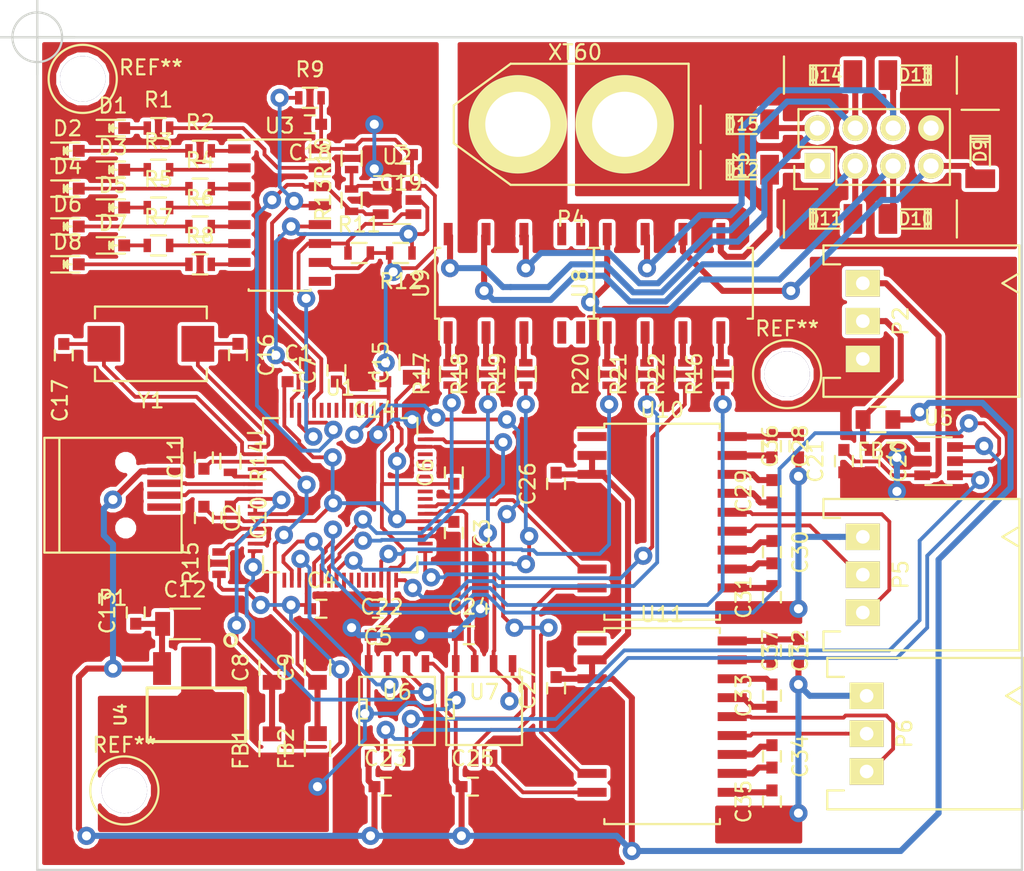
<source format=kicad_pcb>
(kicad_pcb (version 4) (host pcbnew 4.0.6)
  (title_block (title "Peripheral Bridge") (date 2017-04-01) (rev 1.0.0) (company Zeabus))
  (layers (0 F.Cu signal) (31 B.Cu signal) (34 B.Paste user) (35 F.Paste user) (36 B.SilkS user) (37 F.SilkS user) (38 B.Mask user) (39 F.Mask user) (44 Edge.Cuts user))
  (net 0 "")
  (net 1 +1V8)
  (net 2 GND)
  (net 3 +3V3)
  (net 4 VBUS)
  (net 5 "Net-(C16-Pad1)")
  (net 6 "Net-(C17-Pad1)")
  (net 7 "Net-(C20-Pad1)")
  (net 8 "Net-(C21-Pad2)")
  (net 9 "Net-(C28-Pad1)")
  (net 10 "Net-(C28-Pad2)")
  (net 11 "Net-(C29-Pad1)")
  (net 12 "Net-(C29-Pad2)")
  (net 13 "Net-(C30-Pad1)")
  (net 14 "Net-(C30-Pad2)")
  (net 15 "Net-(C31-Pad1)")
  (net 16 "Net-(C31-Pad2)")
  (net 17 "Net-(C32-Pad1)")
  (net 18 "Net-(C32-Pad2)")
  (net 19 "Net-(C33-Pad1)")
  (net 20 "Net-(C33-Pad2)")
  (net 21 "Net-(C34-Pad1)")
  (net 22 "Net-(C34-Pad2)")
  (net 23 "Net-(C35-Pad1)")
  (net 24 "Net-(C35-Pad2)")
  (net 25 "Net-(D1-Pad2)")
  (net 26 "Net-(D2-Pad2)")
  (net 27 "Net-(D3-Pad2)")
  (net 28 "Net-(D4-Pad2)")
  (net 29 "Net-(D5-Pad2)")
  (net 30 "Net-(D6-Pad2)")
  (net 31 "Net-(D7-Pad2)")
  (net 32 "Net-(D8-Pad2)")
  (net 33 +12V)
  (net 34 /Sol7)
  (net 35 /Sol5)
  (net 36 /Sol3)
  (net 37 /Sol1)
  (net 38 /Sol6)
  (net 39 /Sol4)
  (net 40 /Sol2)
  (net 41 "Net-(P1-Pad2)")
  (net 42 "Net-(P1-Pad3)")
  (net 43 GNDPWR)
  (net 44 "Net-(P5-Pad3)")
  (net 45 "Net-(P5-Pad2)")
  (net 46 "Net-(P6-Pad3)")
  (net 47 "Net-(P6-Pad2)")
  (net 48 "Net-(R1-Pad2)")
  (net 49 "Net-(R2-Pad2)")
  (net 50 "Net-(R3-Pad2)")
  (net 51 "Net-(R4-Pad2)")
  (net 52 "Net-(R5-Pad2)")
  (net 53 "Net-(R6-Pad2)")
  (net 54 "Net-(R7-Pad2)")
  (net 55 "Net-(R8-Pad2)")
  (net 56 "Net-(R10-Pad1)")
  (net 57 "Net-(R11-Pad1)")
  (net 58 "Net-(R12-Pad1)")
  (net 59 "Net-(R13-Pad1)")
  (net 60 "Net-(R14-Pad2)")
  (net 61 "Net-(R15-Pad2)")
  (net 62 "Net-(R16-Pad1)")
  (net 63 "Net-(R16-Pad2)")
  (net 64 "Net-(R17-Pad1)")
  (net 65 "Net-(R17-Pad2)")
  (net 66 "Net-(R18-Pad1)")
  (net 67 "Net-(R18-Pad2)")
  (net 68 "Net-(R19-Pad1)")
  (net 69 "Net-(R19-Pad2)")
  (net 70 "Net-(R20-Pad1)")
  (net 71 "Net-(R20-Pad2)")
  (net 72 "Net-(R21-Pad1)")
  (net 73 "Net-(R21-Pad2)")
  (net 74 "Net-(R22-Pad1)")
  (net 75 "Net-(R22-Pad2)")
  (net 76 "Net-(U3-Pad9)")
  (net 77 "Net-(U5-Pad4)")
  (net 78 "Net-(U5-Pad6)")
  (net 79 "Net-(U10-Pad9)")
  (net 80 "Net-(U11-Pad9)")
  (net 81 "Net-(U10-Pad1)")
  (net 82 "Net-(U11-Pad1)")
  (net 83 "Net-(C10-Pad1)")
  (net 84 "Net-(C11-Pad1)")
  (net 85 "Net-(R9-Pad1)")
  (net 86 "Net-(U1-Pad18)")
  (net 87 "Net-(U1-Pad19)")
  (net 88 "Net-(U1-Pad16)")
  (net 89 "Net-(U1-Pad38)")
  (net 90 "Net-(U1-Pad48)")
  (net 91 "Net-(U1-Pad39)")
  (net 92 "Net-(U1-Pad52)")
  (net 93 "Net-(U1-Pad17)")
  (net 94 "Net-(U1-Pad26)")
  (net 95 "Net-(U1-Pad27)")
  (net 96 "Net-(U1-Pad28)")
  (net 97 "Net-(U1-Pad29)")
  (net 98 "Net-(U1-Pad34)")
  (net 99 "Net-(U1-Pad36)")
  (net 100 "Net-(U1-Pad40)")
  (net 101 "Net-(U1-Pad41)")
  (net 102 "Net-(U1-Pad43)")
  (net 103 "Net-(U1-Pad44)")
  (net 104 "Net-(U1-Pad45)")
  (net 105 "Net-(U1-Pad46)")
  (net 106 "Net-(U1-Pad53)")
  (net 107 "Net-(U1-Pad54)")
  (net 108 "Net-(U1-Pad55)")
  (net 109 "Net-(U1-Pad57)")
  (net 110 "Net-(U1-Pad58)")
  (net 111 "Net-(U1-Pad59)")
  (net 112 "Net-(P1-Pad4)")
  (module Connectors:1pin (layer F.Cu) (at 125.222 126.746)
    (fp_text reference REF** (at 0 -3.048) (layer F.SilkS))
    (fp_text value 1pin)
    (pad 1 thru_hole circle (at 0 0) (size 3.048 3.048) (drill 3.048) (layers *.Cu *.Mask))
  )
  (module Connectors:1pin (layer F.Cu) (at 169.672 98.806)
    (fp_text reference REF** (at 0 -3.048) (layer F.SilkS))
    (fp_text value 1pin)
    (pad 1 thru_hole circle (at 0 0) (size 3.048 3.048) (drill 3.048) (layers *.Cu *.Mask))
  )
  (module Capacitors_SMD:C_0603 (layer F.Cu) (at 136.918 99.314)
    (fp_text reference C1 (at 0 -1.9) (layer F.SilkS))
    (fp_text value 100nF)
    (pad 1 smd rect (at -0.75 0) (size 0.8 0.75) (layers F.Cu F.Paste F.Mask) (net 1 +1V8))
    (pad 2 smd rect (at 0.75 0) (size 0.8 0.75) (layers F.Cu F.Paste F.Mask) (net 2 GND))
  )
  (module Capacitors_SMD:C_0603 (layer F.Cu) (at 130.556 108.458 270)
    (fp_text reference C2 (at 0 -1.9 270) (layer F.SilkS))
    (fp_text value 100nF)
    (pad 1 smd rect (at -0.75 0 270) (size 0.8 0.75) (layers F.Cu F.Paste F.Mask) (net 1 +1V8))
    (pad 2 smd rect (at 0.75 0 270) (size 0.8 0.75) (layers F.Cu F.Paste F.Mask) (net 2 GND))
  )
  (module Capacitors_SMD:C_0603 (layer F.Cu) (at 147.32 109.474 270)
    (fp_text reference C3 (at 0 -1.9 270) (layer F.SilkS))
    (fp_text value 100nF)
    (pad 1 smd rect (at -0.75 0 270) (size 0.8 0.75) (layers F.Cu F.Paste F.Mask) (net 1 +1V8))
    (pad 2 smd rect (at 0.75 0 270) (size 0.8 0.75) (layers F.Cu F.Paste F.Mask) (net 2 GND))
  )
  (module Capacitors_SMD:C_0603 (layer F.Cu) (at 138.43 114.554)
    (fp_text reference C4 (at 0 -1.9) (layer F.SilkS))
    (fp_text value 100nF)
    (pad 1 smd rect (at -0.75 0) (size 0.8 0.75) (layers F.Cu F.Paste F.Mask) (net 3 +3V3))
    (pad 2 smd rect (at 0.75 0) (size 0.8 0.75) (layers F.Cu F.Paste F.Mask) (net 2 GND))
  )
  (module Capacitors_SMD:C_0603 (layer F.Cu) (at 147.32 105.41 90)
    (fp_text reference C6 (at 0 -1.9 90) (layer F.SilkS))
    (fp_text value 100nF)
    (pad 1 smd rect (at -0.75 0 90) (size 0.8 0.75) (layers F.Cu F.Paste F.Mask) (net 3 +3V3))
    (pad 2 smd rect (at 0.75 0 90) (size 0.8 0.75) (layers F.Cu F.Paste F.Mask) (net 2 GND))
  )
  (module Capacitors_SMD:C_0603 (layer F.Cu) (at 139.446 98.552 90)
    (fp_text reference C7 (at 0 -1.9 90) (layer F.SilkS))
    (fp_text value 100nF)
    (pad 1 smd rect (at -0.75 0 90) (size 0.8 0.75) (layers F.Cu F.Paste F.Mask) (net 3 +3V3))
    (pad 2 smd rect (at 0.75 0 90) (size 0.8 0.75) (layers F.Cu F.Paste F.Mask) (net 2 GND))
  )
  (module Capacitors_SMD:C_0603 (layer F.Cu) (at 132.334 108.446 270)
    (fp_text reference C10 (at 0 -1.9 270) (layer F.SilkS))
    (fp_text value 100nF)
    (pad 1 smd rect (at -0.75 0 270) (size 0.8 0.75) (layers F.Cu F.Paste F.Mask) (net 83 "Net-(C10-Pad1)"))
    (pad 2 smd rect (at 0.75 0 270) (size 0.8 0.75) (layers F.Cu F.Paste F.Mask) (net 2 GND))
  )
  (module Capacitors_SMD:C_0603 (layer F.Cu) (at 130.556 104.406 90)
    (fp_text reference C11 (at 0 -1.9 90) (layer F.SilkS))
    (fp_text value 100nF)
    (pad 1 smd rect (at -0.75 0 90) (size 0.8 0.75) (layers F.Cu F.Paste F.Mask) (net 84 "Net-(C11-Pad1)"))
    (pad 2 smd rect (at 0.75 0 90) (size 0.8 0.75) (layers F.Cu F.Paste F.Mask) (net 2 GND))
  )
  (module Capacitors_SMD:C_0603 (layer F.Cu) (at 125.984 114.808 90)
    (fp_text reference C13 (at 0 -1.9 90) (layer F.SilkS))
    (fp_text value 100nF)
    (pad 1 smd rect (at -0.75 0 90) (size 0.8 0.75) (layers F.Cu F.Paste F.Mask) (net 4 VBUS))
    (pad 2 smd rect (at 0.75 0 90) (size 0.8 0.75) (layers F.Cu F.Paste F.Mask) (net 2 GND))
  )
  (module Capacitors_SMD:C_0603 (layer F.Cu) (at 132.842 97.524 270)
    (fp_text reference C16 (at 0 -1.9 270) (layer F.SilkS))
    (fp_text value 27pF)
    (pad 1 smd rect (at -0.75 0 270) (size 0.8 0.75) (layers F.Cu F.Paste F.Mask) (net 5 "Net-(C16-Pad1)"))
    (pad 2 smd rect (at 0.75 0 270) (size 0.8 0.75) (layers F.Cu F.Paste F.Mask) (net 2 GND))
  )
  (module Capacitors_SMD:C_0603 (layer F.Cu) (at 137.668 82.042 180)
    (fp_text reference C18 (at 0 -1.9 180) (layer F.SilkS))
    (fp_text value 100nF)
    (pad 1 smd rect (at -0.75 0 180) (size 0.8 0.75) (layers F.Cu F.Paste F.Mask) (net 3 +3V3))
    (pad 2 smd rect (at 0.75 0 180) (size 0.8 0.75) (layers F.Cu F.Paste F.Mask) (net 2 GND))
  )
  (module Capacitors_SMD:C_0603 (layer F.Cu) (at 143.764 84.074 180)
    (fp_text reference C19 (at 0 -1.9 180) (layer F.SilkS))
    (fp_text value 100nF)
    (pad 1 smd rect (at -0.75 0 180) (size 0.8 0.75) (layers F.Cu F.Paste F.Mask) (net 3 +3V3))
    (pad 2 smd rect (at 0.75 0 180) (size 0.8 0.75) (layers F.Cu F.Paste F.Mask) (net 2 GND))
  )
  (module Capacitors_SMD:C_0603 (layer F.Cu) (at 175.26 104.648 270)
    (fp_text reference C20 (at 0 -1.9 270) (layer F.SilkS))
    (fp_text value 100nF)
    (pad 1 smd rect (at -0.75 0 270) (size 0.8 0.75) (layers F.Cu F.Paste F.Mask) (net 7 "Net-(C20-Pad1)"))
    (pad 2 smd rect (at 0.75 0 270) (size 0.8 0.75) (layers F.Cu F.Paste F.Mask) (net 2 GND))
  )
  (module Capacitors_SMD:C_0603 (layer F.Cu) (at 173.482 104.648 90)
    (fp_text reference C21 (at 0 -1.9 90) (layer F.SilkS))
    (fp_text value 100nF)
    (pad 1 smd rect (at -0.75 0 90) (size 0.8 0.75) (layers F.Cu F.Paste F.Mask) (net 2 GND))
    (pad 2 smd rect (at 0.75 0 90) (size 0.8 0.75) (layers F.Cu F.Paste F.Mask) (net 8 "Net-(C21-Pad2)"))
  )
  (module Capacitors_SMD:C_0603 (layer F.Cu) (at 142.494 116.332)
    (fp_text reference C22 (at 0 -1.9) (layer F.SilkS))
    (fp_text value 100nF)
    (pad 1 smd rect (at -0.75 0) (size 0.8 0.75) (layers F.Cu F.Paste F.Mask) (net 3 +3V3))
    (pad 2 smd rect (at 0.75 0) (size 0.8 0.75) (layers F.Cu F.Paste F.Mask) (net 2 GND))
  )
  (module Capacitors_SMD:C_0603 (layer F.Cu) (at 142.748 126.492)
    (fp_text reference C23 (at 0 -1.9) (layer F.SilkS))
    (fp_text value 100nF)
    (pad 1 smd rect (at -0.75 0) (size 0.8 0.75) (layers F.Cu F.Paste F.Mask) (net 4 VBUS))
    (pad 2 smd rect (at 0.75 0) (size 0.8 0.75) (layers F.Cu F.Paste F.Mask) (net 2 GND))
  )
  (module Capacitors_SMD:C_0603 (layer F.Cu) (at 148.336 116.332)
    (fp_text reference C24 (at 0 -1.9) (layer F.SilkS))
    (fp_text value 100nF)
    (pad 1 smd rect (at -0.75 0) (size 0.8 0.75) (layers F.Cu F.Paste F.Mask) (net 3 +3V3))
    (pad 2 smd rect (at 0.75 0) (size 0.8 0.75) (layers F.Cu F.Paste F.Mask) (net 2 GND))
  )
  (module Capacitors_SMD:C_0603 (layer F.Cu) (at 148.59 126.492)
    (fp_text reference C25 (at 0 -1.9) (layer F.SilkS))
    (fp_text value 100nF)
    (pad 1 smd rect (at -0.75 0) (size 0.8 0.75) (layers F.Cu F.Paste F.Mask) (net 4 VBUS))
    (pad 2 smd rect (at 0.75 0) (size 0.8 0.75) (layers F.Cu F.Paste F.Mask) (net 2 GND))
  )
  (module Capacitors_SMD:C_0603 (layer F.Cu) (at 154.178 106.172 90)
    (fp_text reference C26 (at 0 -1.9 90) (layer F.SilkS))
    (fp_text value 100nF)
    (pad 1 smd rect (at -0.75 0 90) (size 0.8 0.75) (layers F.Cu F.Paste F.Mask) (net 2 GND))
    (pad 2 smd rect (at 0.75 0 90) (size 0.8 0.75) (layers F.Cu F.Paste F.Mask) (net 4 VBUS))
  )
  (module Capacitors_SMD:C_0603 (layer F.Cu) (at 154.178 119.888 90)
    (fp_text reference C27 (at 0 -1.9 90) (layer F.SilkS))
    (fp_text value 100nF)
    (pad 1 smd rect (at -0.75 0 90) (size 0.8 0.75) (layers F.Cu F.Paste F.Mask) (net 2 GND))
    (pad 2 smd rect (at 0.75 0 90) (size 0.8 0.75) (layers F.Cu F.Paste F.Mask) (net 4 VBUS))
  )
  (module Capacitors_SMD:C_0603 (layer F.Cu) (at 168.656 103.644 270)
    (fp_text reference C28 (at 0 -1.9 270) (layer F.SilkS))
    (fp_text value 100nF)
    (pad 1 smd rect (at -0.75 0 270) (size 0.8 0.75) (layers F.Cu F.Paste F.Mask) (net 9 "Net-(C28-Pad1)"))
    (pad 2 smd rect (at 0.75 0 270) (size 0.8 0.75) (layers F.Cu F.Paste F.Mask) (net 10 "Net-(C28-Pad2)"))
  )
  (module Capacitors_SMD:C_0603 (layer F.Cu) (at 168.656 106.668 90)
    (fp_text reference C29 (at 0 -1.9 90) (layer F.SilkS))
    (fp_text value 100nF)
    (pad 1 smd rect (at -0.75 0 90) (size 0.8 0.75) (layers F.Cu F.Paste F.Mask) (net 11 "Net-(C29-Pad1)"))
    (pad 2 smd rect (at 0.75 0 90) (size 0.8 0.75) (layers F.Cu F.Paste F.Mask) (net 12 "Net-(C29-Pad2)"))
  )
  (module Capacitors_SMD:C_0603 (layer F.Cu) (at 168.656 110.756 270)
    (fp_text reference C30 (at 0 -1.9 270) (layer F.SilkS))
    (fp_text value 100nF)
    (pad 1 smd rect (at -0.75 0 270) (size 0.8 0.75) (layers F.Cu F.Paste F.Mask) (net 13 "Net-(C30-Pad1)"))
    (pad 2 smd rect (at 0.75 0 270) (size 0.8 0.75) (layers F.Cu F.Paste F.Mask) (net 14 "Net-(C30-Pad2)"))
  )
  (module Capacitors_SMD:C_0603 (layer F.Cu) (at 168.656 113.78 90)
    (fp_text reference C31 (at 0 -1.9 90) (layer F.SilkS))
    (fp_text value 100nF)
    (pad 1 smd rect (at -0.75 0 90) (size 0.8 0.75) (layers F.Cu F.Paste F.Mask) (net 15 "Net-(C31-Pad1)"))
    (pad 2 smd rect (at 0.75 0 90) (size 0.8 0.75) (layers F.Cu F.Paste F.Mask) (net 16 "Net-(C31-Pad2)"))
  )
  (module Capacitors_SMD:C_0603 (layer F.Cu) (at 168.656 117.36 270)
    (fp_text reference C32 (at 0 -1.9 270) (layer F.SilkS))
    (fp_text value 100nF)
    (pad 1 smd rect (at -0.75 0 270) (size 0.8 0.75) (layers F.Cu F.Paste F.Mask) (net 17 "Net-(C32-Pad1)"))
    (pad 2 smd rect (at 0.75 0 270) (size 0.8 0.75) (layers F.Cu F.Paste F.Mask) (net 18 "Net-(C32-Pad2)"))
  )
  (module Capacitors_SMD:C_0603 (layer F.Cu) (at 168.656 120.384 90)
    (fp_text reference C33 (at 0 -1.9 90) (layer F.SilkS))
    (fp_text value 100nF)
    (pad 1 smd rect (at -0.75 0 90) (size 0.8 0.75) (layers F.Cu F.Paste F.Mask) (net 19 "Net-(C33-Pad1)"))
    (pad 2 smd rect (at 0.75 0 90) (size 0.8 0.75) (layers F.Cu F.Paste F.Mask) (net 20 "Net-(C33-Pad2)"))
  )
  (module Capacitors_SMD:C_0603 (layer F.Cu) (at 168.656 124.46 270)
    (fp_text reference C34 (at 0 -1.9 270) (layer F.SilkS))
    (fp_text value 100nF)
    (pad 1 smd rect (at -0.75 0 270) (size 0.8 0.75) (layers F.Cu F.Paste F.Mask) (net 21 "Net-(C34-Pad1)"))
    (pad 2 smd rect (at 0.75 0 270) (size 0.8 0.75) (layers F.Cu F.Paste F.Mask) (net 22 "Net-(C34-Pad2)"))
  )
  (module Capacitors_SMD:C_0603 (layer F.Cu) (at 168.656 127.496 90)
    (fp_text reference C35 (at 0 -1.9 90) (layer F.SilkS))
    (fp_text value 100nF)
    (pad 1 smd rect (at -0.75 0 90) (size 0.8 0.75) (layers F.Cu F.Paste F.Mask) (net 23 "Net-(C35-Pad1)"))
    (pad 2 smd rect (at 0.75 0 90) (size 0.8 0.75) (layers F.Cu F.Paste F.Mask) (net 24 "Net-(C35-Pad2)"))
  )
  (module Capacitors_SMD:C_0603 (layer F.Cu) (at 170.434 103.644 90)
    (fp_text reference C36 (at 0 -1.9 90) (layer F.SilkS))
    (fp_text value 100nF)
    (pad 1 smd rect (at -0.75 0 90) (size 0.8 0.75) (layers F.Cu F.Paste F.Mask) (net 15 "Net-(C31-Pad1)"))
    (pad 2 smd rect (at 0.75 0 90) (size 0.8 0.75) (layers F.Cu F.Paste F.Mask) (net 9 "Net-(C28-Pad1)"))
  )
  (module Capacitors_SMD:C_0603 (layer F.Cu) (at 170.434 117.36 90)
    (fp_text reference C37 (at 0 -1.9 90) (layer F.SilkS))
    (fp_text value 100nF)
    (pad 1 smd rect (at -0.75 0 90) (size 0.8 0.75) (layers F.Cu F.Paste F.Mask) (net 23 "Net-(C35-Pad1)"))
    (pad 2 smd rect (at 0.75 0 90) (size 0.8 0.75) (layers F.Cu F.Paste F.Mask) (net 17 "Net-(C32-Pad1)"))
  )
  (module LEDs:LED_0603 (layer F.Cu) (at 124.46 82.296)
    (fp_text reference D1 (at 0 -1.5) (layer F.SilkS))
    (fp_text value LED)
    (pad 2 smd rect (at 0.7493 0 180) (size 0.79756 0.79756) (layers F.Cu F.Paste F.Mask) (net 25 "Net-(D1-Pad2)"))
    (pad 1 smd rect (at -0.7493 0 180) (size 0.79756 0.79756) (layers F.Cu F.Paste F.Mask) (net 2 GND))
  )
  (module LEDs:LED_0603 (layer F.Cu) (at 121.412 83.82)
    (fp_text reference D2 (at 0 -1.5) (layer F.SilkS))
    (fp_text value LED)
    (pad 2 smd rect (at 0.7493 0 180) (size 0.79756 0.79756) (layers F.Cu F.Paste F.Mask) (net 26 "Net-(D2-Pad2)"))
    (pad 1 smd rect (at -0.7493 0 180) (size 0.79756 0.79756) (layers F.Cu F.Paste F.Mask) (net 2 GND))
  )
  (module LEDs:LED_0603 (layer F.Cu) (at 124.46 85.09)
    (fp_text reference D3 (at 0 -1.5) (layer F.SilkS))
    (fp_text value LED)
    (pad 2 smd rect (at 0.7493 0 180) (size 0.79756 0.79756) (layers F.Cu F.Paste F.Mask) (net 27 "Net-(D3-Pad2)"))
    (pad 1 smd rect (at -0.7493 0 180) (size 0.79756 0.79756) (layers F.Cu F.Paste F.Mask) (net 2 GND))
  )
  (module LEDs:LED_0603 (layer F.Cu) (at 121.412 86.36)
    (fp_text reference D4 (at 0 -1.5) (layer F.SilkS))
    (fp_text value LED)
    (pad 2 smd rect (at 0.7493 0 180) (size 0.79756 0.79756) (layers F.Cu F.Paste F.Mask) (net 28 "Net-(D4-Pad2)"))
    (pad 1 smd rect (at -0.7493 0 180) (size 0.79756 0.79756) (layers F.Cu F.Paste F.Mask) (net 2 GND))
  )
  (module LEDs:LED_0603 (layer F.Cu) (at 124.46 87.63)
    (fp_text reference D5 (at 0 -1.5) (layer F.SilkS))
    (fp_text value LED)
    (pad 2 smd rect (at 0.7493 0 180) (size 0.79756 0.79756) (layers F.Cu F.Paste F.Mask) (net 29 "Net-(D5-Pad2)"))
    (pad 1 smd rect (at -0.7493 0 180) (size 0.79756 0.79756) (layers F.Cu F.Paste F.Mask) (net 2 GND))
  )
  (module LEDs:LED_0603 (layer F.Cu) (at 121.412 88.9)
    (fp_text reference D6 (at 0 -1.5) (layer F.SilkS))
    (fp_text value LED)
    (pad 2 smd rect (at 0.7493 0 180) (size 0.79756 0.79756) (layers F.Cu F.Paste F.Mask) (net 30 "Net-(D6-Pad2)"))
    (pad 1 smd rect (at -0.7493 0 180) (size 0.79756 0.79756) (layers F.Cu F.Paste F.Mask) (net 2 GND))
  )
  (module LEDs:LED_0603 (layer F.Cu) (at 124.46 90.17)
    (fp_text reference D7 (at 0 -1.5) (layer F.SilkS))
    (fp_text value LED)
    (pad 2 smd rect (at 0.7493 0 180) (size 0.79756 0.79756) (layers F.Cu F.Paste F.Mask) (net 31 "Net-(D7-Pad2)"))
    (pad 1 smd rect (at -0.7493 0 180) (size 0.79756 0.79756) (layers F.Cu F.Paste F.Mask) (net 2 GND))
  )
  (module LEDs:LED_0603 (layer F.Cu) (at 121.412 91.44)
    (fp_text reference D8 (at 0 -1.5) (layer F.SilkS))
    (fp_text value LED)
    (pad 2 smd rect (at 0.7493 0 180) (size 0.79756 0.79756) (layers F.Cu F.Paste F.Mask) (net 32 "Net-(D8-Pad2)"))
    (pad 1 smd rect (at -0.7493 0 180) (size 0.79756 0.79756) (layers F.Cu F.Paste F.Mask) (net 2 GND))
  )
  (module Zeabus:SOD-80 (layer F.Cu) (at 182.626 83.82 270)
    (fp_text reference D9 (at 0 0 270) (layer F.SilkS) (effects (font (size 0.8 0.8))))
    (fp_text value FDLL4148)
    (pad 1 smd rect (at -1.875 0 270) (size 1.25 2) (layers F.Cu F.Paste F.Mask) (net 33 +12V))
    (pad 2 smd rect (at 1.875 0 270) (size 1.25 2) (layers F.Cu F.Paste F.Mask) (net 34 /Sol7))
  )
  (module Zeabus:SOD-80 (layer F.Cu) (at 178.308 88.392 180)
    (fp_text reference D10 (at 0 0 180) (layer F.SilkS) (effects (font (size 0.8 0.8))))
    (fp_text value FDLL4148)
    (pad 1 smd rect (at -1.875 0 180) (size 1.25 2) (layers F.Cu F.Paste F.Mask) (net 33 +12V))
    (pad 2 smd rect (at 1.875 0 180) (size 1.25 2) (layers F.Cu F.Paste F.Mask) (net 35 /Sol5))
  )
  (module Zeabus:SOD-80 (layer F.Cu) (at 172.212 88.392)
    (fp_text reference D11 (at 0 0) (layer F.SilkS) (effects (font (size 0.8 0.8))))
    (fp_text value FDLL4148)
    (pad 1 smd rect (at -1.875 0) (size 1.25 2) (layers F.Cu F.Paste F.Mask) (net 33 +12V))
    (pad 2 smd rect (at 1.875 0) (size 1.25 2) (layers F.Cu F.Paste F.Mask) (net 36 /Sol3))
  )
  (module Zeabus:SOD-80 (layer F.Cu) (at 166.624 85.09)
    (fp_text reference D12 (at 0 0) (layer F.SilkS) (effects (font (size 0.8 0.8))))
    (fp_text value FDLL4148)
    (pad 1 smd rect (at -1.875 0) (size 1.25 2) (layers F.Cu F.Paste F.Mask) (net 33 +12V))
    (pad 2 smd rect (at 1.875 0) (size 1.25 2) (layers F.Cu F.Paste F.Mask) (net 37 /Sol1))
  )
  (module Zeabus:SOD-80 (layer F.Cu) (at 178.308 78.74 180)
    (fp_text reference D13 (at 0 0 180) (layer F.SilkS) (effects (font (size 0.8 0.8))))
    (fp_text value FDLL4148)
    (pad 1 smd rect (at -1.875 0 180) (size 1.25 2) (layers F.Cu F.Paste F.Mask) (net 33 +12V))
    (pad 2 smd rect (at 1.875 0 180) (size 1.25 2) (layers F.Cu F.Paste F.Mask) (net 38 /Sol6))
  )
  (module Zeabus:SOD-80 (layer F.Cu) (at 172.212 78.74)
    (fp_text reference D14 (at 0 0) (layer F.SilkS) (effects (font (size 0.8 0.8))))
    (fp_text value FDLL4148)
    (pad 1 smd rect (at -1.875 0) (size 1.25 2) (layers F.Cu F.Paste F.Mask) (net 33 +12V))
    (pad 2 smd rect (at 1.875 0) (size 1.25 2) (layers F.Cu F.Paste F.Mask) (net 39 /Sol4))
  )
  (module Zeabus:SOD-80 (layer F.Cu) (at 166.624 82.042)
    (fp_text reference D15 (at 0 0) (layer F.SilkS) (effects (font (size 0.8 0.8))))
    (fp_text value FDLL4148)
    (pad 1 smd rect (at -1.875 0) (size 1.25 2) (layers F.Cu F.Paste F.Mask) (net 33 +12V))
    (pad 2 smd rect (at 1.875 0) (size 1.25 2) (layers F.Cu F.Paste F.Mask) (net 40 /Sol2))
  )
  (module Capacitors_SMD:C_0805 (layer F.Cu) (at 135.128 123.952 90)
    (fp_text reference FB1 (at 0 -2.1 90) (layer F.SilkS))
    (fp_text value "600R 0.5A")
    (pad 1 smd rect (at -1 0 90) (size 1 1.25) (layers F.Cu F.Paste F.Mask) (net 3 +3V3))
    (pad 2 smd rect (at 1 0 90) (size 1 1.25) (layers F.Cu F.Paste F.Mask) (net 83 "Net-(C10-Pad1)"))
  )
  (module Capacitors_SMD:C_0805 (layer F.Cu) (at 138.176 123.936 90)
    (fp_text reference FB2 (at 0 -2.1 90) (layer F.SilkS))
    (fp_text value "600R 0.5A")
    (pad 1 smd rect (at -1 0 90) (size 1 1.25) (layers F.Cu F.Paste F.Mask) (net 3 +3V3))
    (pad 2 smd rect (at 1 0 90) (size 1 1.25) (layers F.Cu F.Paste F.Mask) (net 84 "Net-(C11-Pad1)"))
  )
  (module Capacitors_SMD:C_0805 (layer F.Cu) (at 175.768 101.854 180)
    (fp_text reference FB3 (at 0 -2.1 180) (layer F.SilkS))
    (fp_text value "600R 0.5A")
    (pad 1 smd rect (at -1 0 180) (size 1 1.25) (layers F.Cu F.Paste F.Mask) (net 4 VBUS))
    (pad 2 smd rect (at 1 0 180) (size 1 1.25) (layers F.Cu F.Paste F.Mask) (net 7 "Net-(C20-Pad1)"))
  )
  (module Connectors:USB_Mini-B (layer F.Cu) (at 124.46 106.934)
    (fp_text reference P1 (at 0 6.90118) (layer F.SilkS))
    (fp_text value USB_B)
    (pad 1 smd rect (at 3.44932 -1.6002) (size 2.30124 0.50038) (layers F.Cu F.Paste F.Mask) (net 4 VBUS))
    (pad 2 smd rect (at 3.44932 -0.8001) (size 2.30124 0.50038) (layers F.Cu F.Paste F.Mask) (net 41 "Net-(P1-Pad2)"))
    (pad 3 smd rect (at 3.44932 0) (size 2.30124 0.50038) (layers F.Cu F.Paste F.Mask) (net 42 "Net-(P1-Pad3)"))
    (pad 4 smd rect (at 3.44932 0.8001) (size 2.30124 0.50038) (layers F.Cu F.Paste F.Mask) (net 112 "Net-(P1-Pad4)"))
    (pad 5 smd rect (at 3.44932 1.6002) (size 2.30124 0.50038) (layers F.Cu F.Paste F.Mask) (net 2 GND))
    (pad 6 smd rect (at 3.35026 -4.45008) (size 2.49936 1.99898) (layers F.Cu F.Paste F.Mask) (net 2 GND))
    (pad 6 smd rect (at -2.14884 -4.45008) (size 2.49936 1.99898) (layers F.Cu F.Paste F.Mask) (net 2 GND))
    (pad 6 smd rect (at 3.35026 4.45008) (size 2.49936 1.99898) (layers F.Cu F.Paste F.Mask) (net 2 GND))
    (pad 6 smd rect (at -2.14884 4.45008) (size 2.49936 1.99898) (layers F.Cu F.Paste F.Mask) (net 2 GND))
    (pad "" np_thru_hole circle (at 0.8509 -2.19964) (size 0.89916 0.89916) (drill 0.89916) (layers *.Cu *.Mask))
    (pad "" np_thru_hole circle (at 0.8509 2.19964) (size 0.89916 0.89916) (drill 0.89916) (layers *.Cu *.Mask))
  )
  (module Zeabus:90136-2013 (layer F.Cu) (at 174.752 95.25 270)
    (fp_text reference P2 (at 0 -2.54 270) (layer F.SilkS))
    (fp_text value CONN_01X03 hide)
    (pad 3 thru_hole rect (at 2.54 0 270) (size 1.778 2.286) (drill 0.9144) (layers *.Cu *.Mask F.SilkS) (net 2 GND))
    (pad 2 thru_hole rect (at 0 0 270) (size 1.778 2.286) (drill 0.9144) (layers *.Cu *.Mask F.SilkS) (net 7 "Net-(C20-Pad1)"))
    (pad 1 thru_hole rect (at -2.54 0 270) (size 1.778 2.286) (drill 0.9144) (layers *.Cu *.Mask F.SilkS) (net 8 "Net-(C21-Pad2)"))
  )
  (module Zeabus:Pin_Header_Straight_2x04 (layer F.Cu) (at 171.704 84.836 90)
    (fp_text reference P3 (at 0 -5.1 90) (layer F.SilkS))
    (fp_text value Solenoid)
    (pad 1 thru_hole rect (at 0 0 90) (size 1.7272 1.7272) (drill 1.016) (layers *.Cu *.Mask F.SilkS) (net 37 /Sol1))
    (pad 2 thru_hole oval (at 2.54 0 90) (size 1.7272 1.7272) (drill 1.016) (layers *.Cu *.Mask F.SilkS) (net 40 /Sol2))
    (pad 3 thru_hole oval (at 0 2.54 90) (size 1.7272 1.7272) (drill 1.016) (layers *.Cu *.Mask F.SilkS) (net 36 /Sol3))
    (pad 4 thru_hole oval (at 2.54 2.54 90) (size 1.7272 1.7272) (drill 1.016) (layers *.Cu *.Mask F.SilkS) (net 39 /Sol4))
    (pad 5 thru_hole oval (at 0 5.08 90) (size 1.7272 1.7272) (drill 1.016) (layers *.Cu *.Mask F.SilkS) (net 35 /Sol5))
    (pad 6 thru_hole oval (at 2.54 5.08 90) (size 1.7272 1.7272) (drill 1.016) (layers *.Cu *.Mask F.SilkS) (net 38 /Sol6))
    (pad 7 thru_hole oval (at 0 7.62 90) (size 1.7272 1.7272) (drill 1.016) (layers *.Cu *.Mask F.SilkS) (net 34 /Sol7))
    (pad 8 thru_hole oval (at 2.54 7.62 90) (size 1.7272 1.7272) (drill 1.016) (layers *.Cu *.Mask F.SilkS) (net 33 +12V))
  )
  (module Zeabus:XT60 (layer F.Cu) (at 155.194 82.042 180)
    (fp_text reference P4 (at 0 -6.35 180) (layer F.SilkS))
    (fp_text value XT60 (at -0.254 4.826 180) (layer F.SilkS))
    (pad 1 thru_hole circle (at -3.5814 0 180) (size 6.604 6.604) (drill 4.3688) (layers *.Cu *.Mask F.SilkS) (net 33 +12V))
    (pad 2 thru_hole circle (at 3.5814 0 180) (size 6.604 6.604) (drill 4.3688) (layers *.Cu *.Mask F.SilkS) (net 43 GNDPWR))
  )
  (module Zeabus:90136-2013 (layer F.Cu) (at 174.752 112.268 270)
    (fp_text reference P5 (at 0 -2.54 270) (layer F.SilkS))
    (fp_text value CONN_01X03 hide)
    (pad 3 thru_hole rect (at 2.54 0 270) (size 1.778 2.286) (drill 0.9144) (layers *.Cu *.Mask F.SilkS) (net 44 "Net-(P5-Pad3)"))
    (pad 2 thru_hole rect (at 0 0 270) (size 1.778 2.286) (drill 0.9144) (layers *.Cu *.Mask F.SilkS) (net 45 "Net-(P5-Pad2)"))
    (pad 1 thru_hole rect (at -2.54 0 270) (size 1.778 2.286) (drill 0.9144) (layers *.Cu *.Mask F.SilkS) (net 15 "Net-(C31-Pad1)"))
  )
  (module Zeabus:90136-2013 (layer F.Cu) (at 175.006 122.936 270)
    (fp_text reference P6 (at 0 -2.54 270) (layer F.SilkS))
    (fp_text value CONN_01X03 hide)
    (pad 3 thru_hole rect (at 2.54 0 270) (size 1.778 2.286) (drill 0.9144) (layers *.Cu *.Mask F.SilkS) (net 46 "Net-(P6-Pad3)"))
    (pad 2 thru_hole rect (at 0 0 270) (size 1.778 2.286) (drill 0.9144) (layers *.Cu *.Mask F.SilkS) (net 47 "Net-(P6-Pad2)"))
    (pad 1 thru_hole rect (at -2.54 0 270) (size 1.778 2.286) (drill 0.9144) (layers *.Cu *.Mask F.SilkS) (net 23 "Net-(C35-Pad1)"))
  )
  (module Resistors_SMD:R_0603 (layer F.Cu) (at 127.508 82.296)
    (fp_text reference R1 (at 0 -1.9) (layer F.SilkS))
    (fp_text value 330)
    (pad 1 smd rect (at -0.75 0) (size 0.5 0.9) (layers F.Cu F.Paste F.Mask) (net 25 "Net-(D1-Pad2)"))
    (pad 2 smd rect (at 0.75 0) (size 0.5 0.9) (layers F.Cu F.Paste F.Mask) (net 48 "Net-(R1-Pad2)"))
  )
  (module Resistors_SMD:R_0603 (layer F.Cu) (at 130.302 83.82)
    (fp_text reference R2 (at 0 -1.9) (layer F.SilkS))
    (fp_text value 330)
    (pad 1 smd rect (at -0.75 0) (size 0.5 0.9) (layers F.Cu F.Paste F.Mask) (net 26 "Net-(D2-Pad2)"))
    (pad 2 smd rect (at 0.75 0) (size 0.5 0.9) (layers F.Cu F.Paste F.Mask) (net 49 "Net-(R2-Pad2)"))
  )
  (module Resistors_SMD:R_0603 (layer F.Cu) (at 127.508 85.09)
    (fp_text reference R3 (at 0 -1.9) (layer F.SilkS))
    (fp_text value 330)
    (pad 1 smd rect (at -0.75 0) (size 0.5 0.9) (layers F.Cu F.Paste F.Mask) (net 27 "Net-(D3-Pad2)"))
    (pad 2 smd rect (at 0.75 0) (size 0.5 0.9) (layers F.Cu F.Paste F.Mask) (net 50 "Net-(R3-Pad2)"))
  )
  (module Resistors_SMD:R_0603 (layer F.Cu) (at 130.302 86.36)
    (fp_text reference R4 (at 0 -1.9) (layer F.SilkS))
    (fp_text value 330)
    (pad 1 smd rect (at -0.75 0) (size 0.5 0.9) (layers F.Cu F.Paste F.Mask) (net 28 "Net-(D4-Pad2)"))
    (pad 2 smd rect (at 0.75 0) (size 0.5 0.9) (layers F.Cu F.Paste F.Mask) (net 51 "Net-(R4-Pad2)"))
  )
  (module Resistors_SMD:R_0603 (layer F.Cu) (at 127.508 87.63)
    (fp_text reference R5 (at 0 -1.9) (layer F.SilkS))
    (fp_text value 330)
    (pad 1 smd rect (at -0.75 0) (size 0.5 0.9) (layers F.Cu F.Paste F.Mask) (net 29 "Net-(D5-Pad2)"))
    (pad 2 smd rect (at 0.75 0) (size 0.5 0.9) (layers F.Cu F.Paste F.Mask) (net 52 "Net-(R5-Pad2)"))
  )
  (module Resistors_SMD:R_0603 (layer F.Cu) (at 130.302 88.9)
    (fp_text reference R6 (at 0 -1.9) (layer F.SilkS))
    (fp_text value 330)
    (pad 1 smd rect (at -0.75 0) (size 0.5 0.9) (layers F.Cu F.Paste F.Mask) (net 30 "Net-(D6-Pad2)"))
    (pad 2 smd rect (at 0.75 0) (size 0.5 0.9) (layers F.Cu F.Paste F.Mask) (net 53 "Net-(R6-Pad2)"))
  )
  (module Resistors_SMD:R_0603 (layer F.Cu) (at 127.508 90.17)
    (fp_text reference R7 (at 0 -1.9) (layer F.SilkS))
    (fp_text value 330)
    (pad 1 smd rect (at -0.75 0) (size 0.5 0.9) (layers F.Cu F.Paste F.Mask) (net 31 "Net-(D7-Pad2)"))
    (pad 2 smd rect (at 0.75 0) (size 0.5 0.9) (layers F.Cu F.Paste F.Mask) (net 54 "Net-(R7-Pad2)"))
  )
  (module Resistors_SMD:R_0603 (layer F.Cu) (at 130.302 91.44)
    (fp_text reference R8 (at 0 -1.9) (layer F.SilkS))
    (fp_text value 330)
    (pad 1 smd rect (at -0.75 0) (size 0.5 0.9) (layers F.Cu F.Paste F.Mask) (net 32 "Net-(D8-Pad2)"))
    (pad 2 smd rect (at 0.75 0) (size 0.5 0.9) (layers F.Cu F.Paste F.Mask) (net 55 "Net-(R8-Pad2)"))
  )
  (module Resistors_SMD:R_0603 (layer F.Cu) (at 137.668 80.264)
    (fp_text reference R9 (at 0 -1.9) (layer F.SilkS))
    (fp_text value 10k)
    (pad 1 smd rect (at -0.75 0) (size 0.5 0.9) (layers F.Cu F.Paste F.Mask) (net 85 "Net-(R9-Pad1)"))
    (pad 2 smd rect (at 0.75 0) (size 0.5 0.9) (layers F.Cu F.Paste F.Mask) (net 3 +3V3))
  )
  (module Resistors_SMD:R_0603 (layer F.Cu) (at 140.462 84.328 90)
    (fp_text reference R10 (at 0 -1.9 90) (layer F.SilkS))
    (fp_text value 10k)
    (pad 1 smd rect (at -0.75 0 90) (size 0.5 0.9) (layers F.Cu F.Paste F.Mask) (net 56 "Net-(R10-Pad1)"))
    (pad 2 smd rect (at 0.75 0 90) (size 0.5 0.9) (layers F.Cu F.Paste F.Mask) (net 3 +3V3))
  )
  (module Resistors_SMD:R_0603 (layer F.Cu) (at 140.97 90.678)
    (fp_text reference R11 (at 0 -1.9) (layer F.SilkS))
    (fp_text value 10k)
    (pad 1 smd rect (at -0.75 0) (size 0.5 0.9) (layers F.Cu F.Paste F.Mask) (net 57 "Net-(R11-Pad1)"))
    (pad 2 smd rect (at 0.75 0) (size 0.5 0.9) (layers F.Cu F.Paste F.Mask) (net 3 +3V3))
  )
  (module Resistors_SMD:R_0603 (layer F.Cu) (at 143.764 90.678 180)
    (fp_text reference R12 (at 0 -1.9 180) (layer F.SilkS))
    (fp_text value 10k)
    (pad 1 smd rect (at -0.75 0 180) (size 0.5 0.9) (layers F.Cu F.Paste F.Mask) (net 58 "Net-(R12-Pad1)"))
    (pad 2 smd rect (at 0.75 0 180) (size 0.5 0.9) (layers F.Cu F.Paste F.Mask) (net 3 +3V3))
  )
  (module Resistors_SMD:R_0603 (layer F.Cu) (at 140.462 87.134 90)
    (fp_text reference R13 (at 0 -1.9 90) (layer F.SilkS))
    (fp_text value 2.2k)
    (pad 1 smd rect (at -0.75 0 90) (size 0.5 0.9) (layers F.Cu F.Paste F.Mask) (net 59 "Net-(R13-Pad1)"))
    (pad 2 smd rect (at 0.75 0 90) (size 0.5 0.9) (layers F.Cu F.Paste F.Mask) (net 56 "Net-(R10-Pad1)"))
  )
  (module Resistors_SMD:R_0603 (layer F.Cu) (at 132.334 104.648 270)
    (fp_text reference R14 (at 0 -1.9 270) (layer F.SilkS))
    (fp_text value 10k)
    (pad 1 smd rect (at -0.75 0 270) (size 0.5 0.9) (layers F.Cu F.Paste F.Mask) (net 2 GND))
    (pad 2 smd rect (at 0.75 0 270) (size 0.5 0.9) (layers F.Cu F.Paste F.Mask) (net 60 "Net-(R14-Pad2)"))
  )
  (module Resistors_SMD:R_0603 (layer F.Cu) (at 131.572 111.494 90)
    (fp_text reference R15 (at 0 -1.9 90) (layer F.SilkS))
    (fp_text value 10k)
    (pad 1 smd rect (at -0.75 0 90) (size 0.5 0.9) (layers F.Cu F.Paste F.Mask) (net 3 +3V3))
    (pad 2 smd rect (at 0.75 0 90) (size 0.5 0.9) (layers F.Cu F.Paste F.Mask) (net 61 "Net-(R15-Pad2)"))
  )
  (module Resistors_SMD:R_0603 (layer F.Cu) (at 165.354 98.806 90)
    (fp_text reference R16 (at 0 -1.9 90) (layer F.SilkS))
    (fp_text value 150)
    (pad 1 smd rect (at -0.75 0 90) (size 0.5 0.9) (layers F.Cu F.Paste F.Mask) (net 62 "Net-(R16-Pad1)"))
    (pad 2 smd rect (at 0.75 0 90) (size 0.5 0.9) (layers F.Cu F.Paste F.Mask) (net 63 "Net-(R16-Pad2)"))
  )
  (module Resistors_SMD:R_0603 (layer F.Cu) (at 147.066 98.794 90)
    (fp_text reference R17 (at 0 -1.9 90) (layer F.SilkS))
    (fp_text value 150)
    (pad 1 smd rect (at -0.75 0 90) (size 0.5 0.9) (layers F.Cu F.Paste F.Mask) (net 64 "Net-(R17-Pad1)"))
    (pad 2 smd rect (at 0.75 0 90) (size 0.5 0.9) (layers F.Cu F.Paste F.Mask) (net 65 "Net-(R17-Pad2)"))
  )
  (module Resistors_SMD:R_0603 (layer F.Cu) (at 149.606 98.794 90)
    (fp_text reference R18 (at 0 -1.9 90) (layer F.SilkS))
    (fp_text value 150)
    (pad 1 smd rect (at -0.75 0 90) (size 0.5 0.9) (layers F.Cu F.Paste F.Mask) (net 66 "Net-(R18-Pad1)"))
    (pad 2 smd rect (at 0.75 0 90) (size 0.5 0.9) (layers F.Cu F.Paste F.Mask) (net 67 "Net-(R18-Pad2)"))
  )
  (module Resistors_SMD:R_0603 (layer F.Cu) (at 152.146 98.794 90)
    (fp_text reference R19 (at 0 -1.9 90) (layer F.SilkS))
    (fp_text value 150)
    (pad 1 smd rect (at -0.75 0 90) (size 0.5 0.9) (layers F.Cu F.Paste F.Mask) (net 68 "Net-(R19-Pad1)"))
    (pad 2 smd rect (at 0.75 0 90) (size 0.5 0.9) (layers F.Cu F.Paste F.Mask) (net 69 "Net-(R19-Pad2)"))
  )
  (module Resistors_SMD:R_0603 (layer F.Cu) (at 157.734 98.806 90)
    (fp_text reference R20 (at 0 -1.9 90) (layer F.SilkS))
    (fp_text value 150)
    (pad 1 smd rect (at -0.75 0 90) (size 0.5 0.9) (layers F.Cu F.Paste F.Mask) (net 70 "Net-(R20-Pad1)"))
    (pad 2 smd rect (at 0.75 0 90) (size 0.5 0.9) (layers F.Cu F.Paste F.Mask) (net 71 "Net-(R20-Pad2)"))
  )
  (module Resistors_SMD:R_0603 (layer F.Cu) (at 160.274 98.806 90)
    (fp_text reference R21 (at 0 -1.9 90) (layer F.SilkS))
    (fp_text value 150)
    (pad 1 smd rect (at -0.75 0 90) (size 0.5 0.9) (layers F.Cu F.Paste F.Mask) (net 72 "Net-(R21-Pad1)"))
    (pad 2 smd rect (at 0.75 0 90) (size 0.5 0.9) (layers F.Cu F.Paste F.Mask) (net 73 "Net-(R21-Pad2)"))
  )
  (module Resistors_SMD:R_0603 (layer F.Cu) (at 162.814 98.806 90)
    (fp_text reference R22 (at 0 -1.9 90) (layer F.SilkS))
    (fp_text value 150)
    (pad 1 smd rect (at -0.75 0 90) (size 0.5 0.9) (layers F.Cu F.Paste F.Mask) (net 74 "Net-(R22-Pad1)"))
    (pad 2 smd rect (at 0.75 0 90) (size 0.5 0.9) (layers F.Cu F.Paste F.Mask) (net 75 "Net-(R22-Pad2)"))
  )
  (module Housings_SOIC:SOIC-16_3.9x9.9mm_Pitch1.27mm (layer F.Cu) (at 135.636 88.138)
    (fp_text reference U3 (at 0 -6) (layer F.SilkS))
    (fp_text value 74HC595_CUST)
    (pad 1 smd rect (at -2.7 -4.445) (size 1.5 0.6) (layers F.Cu F.Paste F.Mask) (net 49 "Net-(R2-Pad2)"))
    (pad 2 smd rect (at -2.7 -3.175) (size 1.5 0.6) (layers F.Cu F.Paste F.Mask) (net 50 "Net-(R3-Pad2)"))
    (pad 3 smd rect (at -2.7 -1.905) (size 1.5 0.6) (layers F.Cu F.Paste F.Mask) (net 51 "Net-(R4-Pad2)"))
    (pad 4 smd rect (at -2.7 -0.635) (size 1.5 0.6) (layers F.Cu F.Paste F.Mask) (net 52 "Net-(R5-Pad2)"))
    (pad 5 smd rect (at -2.7 0.635) (size 1.5 0.6) (layers F.Cu F.Paste F.Mask) (net 53 "Net-(R6-Pad2)"))
    (pad 6 smd rect (at -2.7 1.905) (size 1.5 0.6) (layers F.Cu F.Paste F.Mask) (net 54 "Net-(R7-Pad2)"))
    (pad 7 smd rect (at -2.7 3.175) (size 1.5 0.6) (layers F.Cu F.Paste F.Mask) (net 55 "Net-(R8-Pad2)"))
    (pad 8 smd rect (at -2.7 4.445) (size 1.5 0.6) (layers F.Cu F.Paste F.Mask) (net 2 GND))
    (pad 9 smd rect (at 2.7 4.445) (size 1.5 0.6) (layers F.Cu F.Paste F.Mask) (net 76 "Net-(U3-Pad9)"))
    (pad 10 smd rect (at 2.7 3.175) (size 1.5 0.6) (layers F.Cu F.Paste F.Mask) (net 3 +3V3))
    (pad 11 smd rect (at 2.7 1.905) (size 1.5 0.6) (layers F.Cu F.Paste F.Mask) (net 57 "Net-(R11-Pad1)"))
    (pad 12 smd rect (at 2.7 0.635) (size 1.5 0.6) (layers F.Cu F.Paste F.Mask) (net 58 "Net-(R12-Pad1)"))
    (pad 13 smd rect (at 2.7 -0.635) (size 1.5 0.6) (layers F.Cu F.Paste F.Mask) (net 85 "Net-(R9-Pad1)"))
    (pad 14 smd rect (at 2.7 -1.905) (size 1.5 0.6) (layers F.Cu F.Paste F.Mask) (net 59 "Net-(R13-Pad1)"))
    (pad 15 smd rect (at 2.7 -3.175) (size 1.5 0.6) (layers F.Cu F.Paste F.Mask) (net 48 "Net-(R1-Pad2)"))
    (pad 16 smd rect (at 2.7 -4.445) (size 1.5 0.6) (layers F.Cu F.Paste F.Mask) (net 3 +3V3))
  )
  (module TO_SOT_Packages_SMD:SOT-23-6 (layer F.Cu) (at 179.832 104.648)
    (fp_text reference U5 (at 0 -2.9) (layer F.SilkS))
    (fp_text value ADC101S021)
    (pad 1 smd rect (at -1.1 -0.95) (size 1.06 0.65) (layers F.Cu F.Paste F.Mask) (net 7 "Net-(C20-Pad1)"))
    (pad 2 smd rect (at -1.1 0) (size 1.06 0.65) (layers F.Cu F.Paste F.Mask) (net 2 GND))
    (pad 3 smd rect (at -1.1 0.95) (size 1.06 0.65) (layers F.Cu F.Paste F.Mask) (net 8 "Net-(C21-Pad2)"))
    (pad 4 smd rect (at 1.1 0.95) (size 1.06 0.65) (layers F.Cu F.Paste F.Mask) (net 77 "Net-(U5-Pad4)"))
    (pad 6 smd rect (at 1.1 -0.95) (size 1.06 0.65) (layers F.Cu F.Paste F.Mask) (net 78 "Net-(U5-Pad6)"))
    (pad 5 smd rect (at 1.1 0) (size 1.06 0.65) (layers F.Cu F.Paste F.Mask) (net 86 "Net-(U1-Pad18)"))
  )
  (module SMD_Packages:SOIC-8-N (layer F.Cu) (at 143.51 121.412)
    (fp_text reference U6 (at 0 -1.27) (layer F.SilkS))
    (fp_text value NLSX4373)
    (pad 8 smd rect (at -1.905 -3.175) (size 0.508 1.143) (layers F.Cu F.Paste F.Mask) (net 3 +3V3))
    (pad 7 smd rect (at -0.635 -3.175) (size 0.508 1.143) (layers F.Cu F.Paste F.Mask) (net 87 "Net-(U1-Pad19)"))
    (pad 6 smd rect (at 0.635 -3.175) (size 0.508 1.143) (layers F.Cu F.Paste F.Mask) (net 88 "Net-(U1-Pad16)"))
    (pad 5 smd rect (at 1.905 -3.175) (size 0.508 1.143) (layers F.Cu F.Paste F.Mask) (net 4 VBUS))
    (pad 4 smd rect (at 1.905 3.175) (size 0.508 1.143) (layers F.Cu F.Paste F.Mask) (net 2 GND))
    (pad 3 smd rect (at 0.635 3.175) (size 0.508 1.143) (layers F.Cu F.Paste F.Mask) (net 77 "Net-(U5-Pad4)"))
    (pad 2 smd rect (at -0.635 3.175) (size 0.508 1.143) (layers F.Cu F.Paste F.Mask) (net 78 "Net-(U5-Pad6)"))
    (pad 1 smd rect (at -1.905 3.175) (size 0.508 1.143) (layers F.Cu F.Paste F.Mask) (net 4 VBUS))
  )
  (module SMD_Packages:SOIC-8-N (layer F.Cu) (at 149.352 121.412)
    (fp_text reference U7 (at 0 -1.27) (layer F.SilkS))
    (fp_text value NLSX4373)
    (pad 8 smd rect (at -1.905 -3.175) (size 0.508 1.143) (layers F.Cu F.Paste F.Mask) (net 3 +3V3))
    (pad 7 smd rect (at -0.635 -3.175) (size 0.508 1.143) (layers F.Cu F.Paste F.Mask) (net 89 "Net-(U1-Pad38)"))
    (pad 6 smd rect (at 0.635 -3.175) (size 0.508 1.143) (layers F.Cu F.Paste F.Mask) (net 90 "Net-(U1-Pad48)"))
    (pad 5 smd rect (at 1.905 -3.175) (size 0.508 1.143) (layers F.Cu F.Paste F.Mask) (net 4 VBUS))
    (pad 4 smd rect (at 1.905 3.175) (size 0.508 1.143) (layers F.Cu F.Paste F.Mask) (net 2 GND))
    (pad 3 smd rect (at 0.635 3.175) (size 0.508 1.143) (layers F.Cu F.Paste F.Mask) (net 80 "Net-(U11-Pad9)"))
    (pad 2 smd rect (at -0.635 3.175) (size 0.508 1.143) (layers F.Cu F.Paste F.Mask) (net 79 "Net-(U10-Pad9)"))
    (pad 1 smd rect (at -1.905 3.175) (size 0.508 1.143) (layers F.Cu F.Paste F.Mask) (net 4 VBUS))
  )
  (module Zeabus:SO16_4.4x10.3mm_Pitch1.27mm (layer F.Cu) (at 162.052 92.71 90)
    (fp_text reference U8 (at 0 -6.25 90) (layer F.SilkS))
    (fp_text value ACPL-247-500E)
    (pad 1 smd rect (at -3.3 -4.445 90) (size 1.5 0.6) (layers F.Cu F.Paste F.Mask) (net 71 "Net-(R20-Pad2)"))
    (pad 2 smd rect (at -3.3 -3.175 90) (size 1.5 0.6) (layers F.Cu F.Paste F.Mask) (net 2 GND))
    (pad 3 smd rect (at -3.3 -1.905 90) (size 1.5 0.6) (layers F.Cu F.Paste F.Mask) (net 73 "Net-(R21-Pad2)"))
    (pad 4 smd rect (at -3.3 -0.635 90) (size 1.5 0.6) (layers F.Cu F.Paste F.Mask) (net 2 GND))
    (pad 5 smd rect (at -3.3 0.635 90) (size 1.5 0.6) (layers F.Cu F.Paste F.Mask) (net 75 "Net-(R22-Pad2)"))
    (pad 6 smd rect (at -3.3 1.905 90) (size 1.5 0.6) (layers F.Cu F.Paste F.Mask) (net 2 GND))
    (pad 7 smd rect (at -3.3 3.175 90) (size 1.5 0.6) (layers F.Cu F.Paste F.Mask) (net 63 "Net-(R16-Pad2)"))
    (pad 8 smd rect (at -3.3 4.445 90) (size 1.5 0.6) (layers F.Cu F.Paste F.Mask) (net 2 GND))
    (pad 9 smd rect (at 3.3 4.445 90) (size 1.5 0.6) (layers F.Cu F.Paste F.Mask) (net 43 GNDPWR))
    (pad 10 smd rect (at 3.3 3.175 90) (size 1.5 0.6) (layers F.Cu F.Paste F.Mask) (net 37 /Sol1))
    (pad 11 smd rect (at 3.3 1.905 90) (size 1.5 0.6) (layers F.Cu F.Paste F.Mask) (net 43 GNDPWR))
    (pad 12 smd rect (at 3.3 0.635 90) (size 1.5 0.6) (layers F.Cu F.Paste F.Mask) (net 34 /Sol7))
    (pad 13 smd rect (at 3.3 -0.635 90) (size 1.5 0.6) (layers F.Cu F.Paste F.Mask) (net 43 GNDPWR))
    (pad 14 smd rect (at 3.3 -1.905 90) (size 1.5 0.6) (layers F.Cu F.Paste F.Mask) (net 38 /Sol6))
    (pad 15 smd rect (at 3.3 -3.175 90) (size 1.5 0.6) (layers F.Cu F.Paste F.Mask) (net 43 GNDPWR))
    (pad 16 smd rect (at 3.3 -4.445 90) (size 1.5 0.6) (layers F.Cu F.Paste F.Mask) (net 35 /Sol5))
  )
  (module Zeabus:SO16_4.4x10.3mm_Pitch1.27mm (layer F.Cu) (at 151.384 92.71 90)
    (fp_text reference U9 (at 0 -6.25 90) (layer F.SilkS))
    (fp_text value ACPL-247-500E)
    (pad 1 smd rect (at -3.3 -4.445 90) (size 1.5 0.6) (layers F.Cu F.Paste F.Mask) (net 65 "Net-(R17-Pad2)"))
    (pad 2 smd rect (at -3.3 -3.175 90) (size 1.5 0.6) (layers F.Cu F.Paste F.Mask) (net 2 GND))
    (pad 3 smd rect (at -3.3 -1.905 90) (size 1.5 0.6) (layers F.Cu F.Paste F.Mask) (net 67 "Net-(R18-Pad2)"))
    (pad 4 smd rect (at -3.3 -0.635 90) (size 1.5 0.6) (layers F.Cu F.Paste F.Mask) (net 2 GND))
    (pad 5 smd rect (at -3.3 0.635 90) (size 1.5 0.6) (layers F.Cu F.Paste F.Mask) (net 69 "Net-(R19-Pad2)"))
    (pad 6 smd rect (at -3.3 1.905 90) (size 1.5 0.6) (layers F.Cu F.Paste F.Mask) (net 2 GND))
    (pad 7 smd rect (at -3.3 3.175 90) (size 1.5 0.6) (layers F.Cu F.Paste F.Mask))
    (pad 8 smd rect (at -3.3 4.445 90) (size 1.5 0.6) (layers F.Cu F.Paste F.Mask))
    (pad 9 smd rect (at 3.3 4.445 90) (size 1.5 0.6) (layers F.Cu F.Paste F.Mask))
    (pad 10 smd rect (at 3.3 3.175 90) (size 1.5 0.6) (layers F.Cu F.Paste F.Mask))
    (pad 11 smd rect (at 3.3 1.905 90) (size 1.5 0.6) (layers F.Cu F.Paste F.Mask) (net 43 GNDPWR))
    (pad 12 smd rect (at 3.3 0.635 90) (size 1.5 0.6) (layers F.Cu F.Paste F.Mask) (net 39 /Sol4))
    (pad 13 smd rect (at 3.3 -0.635 90) (size 1.5 0.6) (layers F.Cu F.Paste F.Mask) (net 43 GNDPWR))
    (pad 14 smd rect (at 3.3 -1.905 90) (size 1.5 0.6) (layers F.Cu F.Paste F.Mask) (net 36 /Sol3))
    (pad 15 smd rect (at 3.3 -3.175 90) (size 1.5 0.6) (layers F.Cu F.Paste F.Mask) (net 43 GNDPWR))
    (pad 16 smd rect (at 3.3 -4.445 90) (size 1.5 0.6) (layers F.Cu F.Paste F.Mask) (net 40 /Sol2))
  )
  (module Housings_SOIC:SOIC-20W_7.5x12.8mm_Pitch1.27mm (layer F.Cu) (at 161.29 108.712)
    (fp_text reference U10 (at 0 -7.5) (layer F.SilkS))
    (fp_text value ADM3251E)
    (pad 1 smd rect (at -4.7 -5.715) (size 1.95 0.6) (layers F.Cu F.Paste F.Mask) (net 81 "Net-(U10-Pad1)"))
    (pad 2 smd rect (at -4.7 -4.445) (size 1.95 0.6) (layers F.Cu F.Paste F.Mask) (net 4 VBUS))
    (pad 3 smd rect (at -4.7 -3.175) (size 1.95 0.6) (layers F.Cu F.Paste F.Mask) (net 4 VBUS))
    (pad 4 smd rect (at -4.7 -1.905) (size 1.95 0.6) (layers F.Cu F.Paste F.Mask) (net 2 GND))
    (pad 5 smd rect (at -4.7 -0.635) (size 1.95 0.6) (layers F.Cu F.Paste F.Mask) (net 2 GND))
    (pad 6 smd rect (at -4.7 0.635) (size 1.95 0.6) (layers F.Cu F.Paste F.Mask) (net 2 GND))
    (pad 7 smd rect (at -4.7 1.905) (size 1.95 0.6) (layers F.Cu F.Paste F.Mask) (net 2 GND))
    (pad 8 smd rect (at -4.7 3.175) (size 1.95 0.6) (layers F.Cu F.Paste F.Mask) (net 91 "Net-(U1-Pad39)"))
    (pad 9 smd rect (at -4.7 4.445) (size 1.95 0.6) (layers F.Cu F.Paste F.Mask) (net 79 "Net-(U10-Pad9)"))
    (pad 10 smd rect (at -4.7 5.715) (size 1.95 0.6) (layers F.Cu F.Paste F.Mask) (net 2 GND))
    (pad 11 smd rect (at 4.7 5.715) (size 1.95 0.6) (layers F.Cu F.Paste F.Mask) (net 15 "Net-(C31-Pad1)"))
    (pad 12 smd rect (at 4.7 4.445) (size 1.95 0.6) (layers F.Cu F.Paste F.Mask) (net 16 "Net-(C31-Pad2)"))
    (pad 13 smd rect (at 4.7 3.175) (size 1.95 0.6) (layers F.Cu F.Paste F.Mask) (net 14 "Net-(C30-Pad2)"))
    (pad 14 smd rect (at 4.7 1.905) (size 1.95 0.6) (layers F.Cu F.Paste F.Mask) (net 13 "Net-(C30-Pad1)"))
    (pad 15 smd rect (at 4.7 0.635) (size 1.95 0.6) (layers F.Cu F.Paste F.Mask) (net 45 "Net-(P5-Pad2)"))
    (pad 16 smd rect (at 4.7 -0.635) (size 1.95 0.6) (layers F.Cu F.Paste F.Mask) (net 44 "Net-(P5-Pad3)"))
    (pad 17 smd rect (at 4.7 -1.905) (size 1.95 0.6) (layers F.Cu F.Paste F.Mask) (net 11 "Net-(C29-Pad1)"))
    (pad 18 smd rect (at 4.7 -3.175) (size 1.95 0.6) (layers F.Cu F.Paste F.Mask) (net 12 "Net-(C29-Pad2)"))
    (pad 19 smd rect (at 4.7 -4.445) (size 1.95 0.6) (layers F.Cu F.Paste F.Mask) (net 10 "Net-(C28-Pad2)"))
    (pad 20 smd rect (at 4.7 -5.715) (size 1.95 0.6) (layers F.Cu F.Paste F.Mask) (net 9 "Net-(C28-Pad1)"))
  )
  (module Housings_SOIC:SOIC-20W_7.5x12.8mm_Pitch1.27mm (layer F.Cu) (at 161.29 122.428)
    (fp_text reference U11 (at 0 -7.5) (layer F.SilkS))
    (fp_text value ADM3251E)
    (pad 1 smd rect (at -4.7 -5.715) (size 1.95 0.6) (layers F.Cu F.Paste F.Mask) (net 82 "Net-(U11-Pad1)"))
    (pad 2 smd rect (at -4.7 -4.445) (size 1.95 0.6) (layers F.Cu F.Paste F.Mask) (net 4 VBUS))
    (pad 3 smd rect (at -4.7 -3.175) (size 1.95 0.6) (layers F.Cu F.Paste F.Mask) (net 4 VBUS))
    (pad 4 smd rect (at -4.7 -1.905) (size 1.95 0.6) (layers F.Cu F.Paste F.Mask) (net 2 GND))
    (pad 5 smd rect (at -4.7 -0.635) (size 1.95 0.6) (layers F.Cu F.Paste F.Mask) (net 2 GND))
    (pad 6 smd rect (at -4.7 0.635) (size 1.95 0.6) (layers F.Cu F.Paste F.Mask) (net 2 GND))
    (pad 7 smd rect (at -4.7 1.905) (size 1.95 0.6) (layers F.Cu F.Paste F.Mask) (net 2 GND))
    (pad 8 smd rect (at -4.7 3.175) (size 1.95 0.6) (layers F.Cu F.Paste F.Mask) (net 92 "Net-(U1-Pad52)"))
    (pad 9 smd rect (at -4.7 4.445) (size 1.95 0.6) (layers F.Cu F.Paste F.Mask) (net 80 "Net-(U11-Pad9)"))
    (pad 10 smd rect (at -4.7 5.715) (size 1.95 0.6) (layers F.Cu F.Paste F.Mask) (net 2 GND))
    (pad 11 smd rect (at 4.7 5.715) (size 1.95 0.6) (layers F.Cu F.Paste F.Mask) (net 23 "Net-(C35-Pad1)"))
    (pad 12 smd rect (at 4.7 4.445) (size 1.95 0.6) (layers F.Cu F.Paste F.Mask) (net 24 "Net-(C35-Pad2)"))
    (pad 13 smd rect (at 4.7 3.175) (size 1.95 0.6) (layers F.Cu F.Paste F.Mask) (net 22 "Net-(C34-Pad2)"))
    (pad 14 smd rect (at 4.7 1.905) (size 1.95 0.6) (layers F.Cu F.Paste F.Mask) (net 21 "Net-(C34-Pad1)"))
    (pad 15 smd rect (at 4.7 0.635) (size 1.95 0.6) (layers F.Cu F.Paste F.Mask) (net 47 "Net-(P6-Pad2)"))
    (pad 16 smd rect (at 4.7 -0.635) (size 1.95 0.6) (layers F.Cu F.Paste F.Mask) (net 46 "Net-(P6-Pad3)"))
    (pad 17 smd rect (at 4.7 -1.905) (size 1.95 0.6) (layers F.Cu F.Paste F.Mask) (net 19 "Net-(C33-Pad1)"))
    (pad 18 smd rect (at 4.7 -3.175) (size 1.95 0.6) (layers F.Cu F.Paste F.Mask) (net 20 "Net-(C33-Pad2)"))
    (pad 19 smd rect (at 4.7 -4.445) (size 1.95 0.6) (layers F.Cu F.Paste F.Mask) (net 18 "Net-(C32-Pad2)"))
    (pad 20 smd rect (at 4.7 -5.715) (size 1.95 0.6) (layers F.Cu F.Paste F.Mask) (net 17 "Net-(C32-Pad1)"))
  )
  (module Crystals:Crystal_FOX-FE_SMD (layer F.Cu) (at 127 96.774 180)
    (fp_text reference Y1 (at 0 -3.81 180) (layer F.SilkS))
    (fp_text value 12MHz)
    (pad 1 smd rect (at -3.1496 0 180) (size 2.19964 2.4003) (layers F.Cu F.Paste F.Mask) (net 5 "Net-(C16-Pad1)"))
    (pad 2 smd rect (at 3.1496 0 180) (size 2.19964 2.4003) (layers F.Cu F.Paste F.Mask) (net 6 "Net-(C17-Pad1)"))
  )
  (module Capacitors_SMD:C_0603 (layer F.Cu) (at 142.24 114.554 180)
    (fp_text reference C5 (at 0 -1.9 180) (layer F.SilkS))
    (fp_text value 100nF)
    (pad 1 smd rect (at -0.75 0 180) (size 0.8 0.75) (layers F.Cu F.Paste F.Mask) (net 3 +3V3))
    (pad 2 smd rect (at 0.75 0 180) (size 0.8 0.75) (layers F.Cu F.Paste F.Mask) (net 2 GND))
  )
  (module Capacitors_SMD:C_1206 (layer F.Cu) (at 129.286 115.57)
    (fp_text reference C12 (at 0 -2.3) (layer F.SilkS))
    (fp_text value 10uF)
    (pad 1 smd rect (at -1.5 0) (size 1 1.6) (layers F.Cu F.Paste F.Mask) (net 4 VBUS))
    (pad 2 smd rect (at 1.5 0) (size 1 1.6) (layers F.Cu F.Paste F.Mask) (net 2 GND))
  )
  (module Capacitors_SMD:C_0603 (layer F.Cu) (at 141.974 99.314 180)
    (fp_text reference C14 (at 0 -1.9 180) (layer F.SilkS))
    (fp_text value 100nF)
    (pad 1 smd rect (at -0.75 0 180) (size 0.8 0.75) (layers F.Cu F.Paste F.Mask) (net 3 +3V3))
    (pad 2 smd rect (at 0.75 0 180) (size 0.8 0.75) (layers F.Cu F.Paste F.Mask) (net 2 GND))
  )
  (module Capacitors_SMD:C_0603 (layer F.Cu) (at 121.158 97.536 270)
    (fp_text reference C17 (at 3.048 0.254 270) (layer F.SilkS))
    (fp_text value 27pF)
    (pad 1 smd rect (at -0.75 0 270) (size 0.8 0.75) (layers F.Cu F.Paste F.Mask) (net 6 "Net-(C17-Pad1)"))
    (pad 2 smd rect (at 0.75 0 270) (size 0.8 0.75) (layers F.Cu F.Paste F.Mask) (net 2 GND))
  )
  (module Housings_QFP:LQFP-64_10x10mm_Pitch0.5mm (layer F.Cu) (at 139.7 106.934)
    (fp_text reference U1 (at 0 -7.2) (layer F.SilkS))
    (fp_text value FT4232H)
    (pad 1 smd rect (at -5.7 -3.75) (size 1 0.25) (layers F.Cu F.Paste F.Mask) (net 2 GND))
    (pad 2 smd rect (at -5.7 -3.25) (size 1 0.25) (layers F.Cu F.Paste F.Mask) (net 5 "Net-(C16-Pad1)"))
    (pad 3 smd rect (at -5.7 -2.75) (size 1 0.25) (layers F.Cu F.Paste F.Mask) (net 6 "Net-(C17-Pad1)"))
    (pad 4 smd rect (at -5.7 -2.25) (size 1 0.25) (layers F.Cu F.Paste F.Mask) (net 84 "Net-(C11-Pad1)"))
    (pad 5 smd rect (at -5.7 -1.75) (size 1 0.25) (layers F.Cu F.Paste F.Mask) (net 2 GND))
    (pad 6 smd rect (at -5.7 -1.25) (size 1 0.25) (layers F.Cu F.Paste F.Mask) (net 60 "Net-(R14-Pad2)"))
    (pad 7 smd rect (at -5.7 -0.75) (size 1 0.25) (layers F.Cu F.Paste F.Mask) (net 41 "Net-(P1-Pad2)"))
    (pad 8 smd rect (at -5.7 -0.25) (size 1 0.25) (layers F.Cu F.Paste F.Mask) (net 42 "Net-(P1-Pad3)"))
    (pad 9 smd rect (at -5.7 0.25) (size 1 0.25) (layers F.Cu F.Paste F.Mask) (net 83 "Net-(C10-Pad1)"))
    (pad 10 smd rect (at -5.7 0.75) (size 1 0.25) (layers F.Cu F.Paste F.Mask) (net 2 GND))
    (pad 11 smd rect (at -5.7 1.25) (size 1 0.25) (layers F.Cu F.Paste F.Mask) (net 2 GND))
    (pad 12 smd rect (at -5.7 1.75) (size 1 0.25) (layers F.Cu F.Paste F.Mask) (net 1 +1V8))
    (pad 13 smd rect (at -5.7 2.25) (size 1 0.25) (layers F.Cu F.Paste F.Mask) (net 2 GND))
    (pad 14 smd rect (at -5.7 2.75) (size 1 0.25) (layers F.Cu F.Paste F.Mask) (net 61 "Net-(R15-Pad2)"))
    (pad 15 smd rect (at -5.7 3.25) (size 1 0.25) (layers F.Cu F.Paste F.Mask) (net 2 GND))
    (pad 16 smd rect (at -5.7 3.75) (size 1 0.25) (layers F.Cu F.Paste F.Mask) (net 88 "Net-(U1-Pad16)"))
    (pad 17 smd rect (at -3.75 5.7 90) (size 1 0.25) (layers F.Cu F.Paste F.Mask) (net 93 "Net-(U1-Pad17)"))
    (pad 18 smd rect (at -3.25 5.7 90) (size 1 0.25) (layers F.Cu F.Paste F.Mask) (net 86 "Net-(U1-Pad18)"))
    (pad 19 smd rect (at -2.75 5.7 90) (size 1 0.25) (layers F.Cu F.Paste F.Mask) (net 87 "Net-(U1-Pad19)"))
    (pad 20 smd rect (at -2.25 5.7 90) (size 1 0.25) (layers F.Cu F.Paste F.Mask) (net 3 +3V3))
    (pad 21 smd rect (at -1.75 5.7 90) (size 1 0.25) (layers F.Cu F.Paste F.Mask) (net 62 "Net-(R16-Pad1)"))
    (pad 22 smd rect (at -1.25 5.7 90) (size 1 0.25) (layers F.Cu F.Paste F.Mask) (net 64 "Net-(R17-Pad1)"))
    (pad 23 smd rect (at -0.75 5.7 90) (size 1 0.25) (layers F.Cu F.Paste F.Mask) (net 66 "Net-(R18-Pad1)"))
    (pad 24 smd rect (at -0.25 5.7 90) (size 1 0.25) (layers F.Cu F.Paste F.Mask) (net 68 "Net-(R19-Pad1)"))
    (pad 25 smd rect (at 0.25 5.7 90) (size 1 0.25) (layers F.Cu F.Paste F.Mask) (net 2 GND))
    (pad 26 smd rect (at 0.75 5.7 90) (size 1 0.25) (layers F.Cu F.Paste F.Mask) (net 94 "Net-(U1-Pad26)"))
    (pad 27 smd rect (at 1.25 5.7 90) (size 1 0.25) (layers F.Cu F.Paste F.Mask) (net 95 "Net-(U1-Pad27)"))
    (pad 28 smd rect (at 1.75 5.7 90) (size 1 0.25) (layers F.Cu F.Paste F.Mask) (net 96 "Net-(U1-Pad28)"))
    (pad 29 smd rect (at 2.25 5.7 90) (size 1 0.25) (layers F.Cu F.Paste F.Mask) (net 97 "Net-(U1-Pad29)"))
    (pad 30 smd rect (at 2.75 5.7 90) (size 1 0.25) (layers F.Cu F.Paste F.Mask) (net 70 "Net-(R20-Pad1)"))
    (pad 31 smd rect (at 3.25 5.7 90) (size 1 0.25) (layers F.Cu F.Paste F.Mask) (net 3 +3V3))
    (pad 32 smd rect (at 3.75 5.7 90) (size 1 0.25) (layers F.Cu F.Paste F.Mask) (net 72 "Net-(R21-Pad1)"))
    (pad 33 smd rect (at 5.7 3.75) (size 1 0.25) (layers F.Cu F.Paste F.Mask) (net 74 "Net-(R22-Pad1)"))
    (pad 34 smd rect (at 5.7 3.25) (size 1 0.25) (layers F.Cu F.Paste F.Mask) (net 98 "Net-(U1-Pad34)"))
    (pad 35 smd rect (at 5.7 2.75) (size 1 0.25) (layers F.Cu F.Paste F.Mask) (net 2 GND))
    (pad 36 smd rect (at 5.7 2.25) (size 1 0.25) (layers F.Cu F.Paste F.Mask) (net 99 "Net-(U1-Pad36)"))
    (pad 37 smd rect (at 5.7 1.75) (size 1 0.25) (layers F.Cu F.Paste F.Mask) (net 1 +1V8))
    (pad 38 smd rect (at 5.7 1.25) (size 1 0.25) (layers F.Cu F.Paste F.Mask) (net 89 "Net-(U1-Pad38)"))
    (pad 39 smd rect (at 5.7 0.75) (size 1 0.25) (layers F.Cu F.Paste F.Mask) (net 91 "Net-(U1-Pad39)"))
    (pad 40 smd rect (at 5.7 0.25) (size 1 0.25) (layers F.Cu F.Paste F.Mask) (net 100 "Net-(U1-Pad40)"))
    (pad 41 smd rect (at 5.7 -0.25) (size 1 0.25) (layers F.Cu F.Paste F.Mask) (net 101 "Net-(U1-Pad41)"))
    (pad 42 smd rect (at 5.7 -0.75) (size 1 0.25) (layers F.Cu F.Paste F.Mask) (net 3 +3V3))
    (pad 43 smd rect (at 5.7 -1.25) (size 1 0.25) (layers F.Cu F.Paste F.Mask) (net 102 "Net-(U1-Pad43)"))
    (pad 44 smd rect (at 5.7 -1.75) (size 1 0.25) (layers F.Cu F.Paste F.Mask) (net 103 "Net-(U1-Pad44)"))
    (pad 45 smd rect (at 5.7 -2.25) (size 1 0.25) (layers F.Cu F.Paste F.Mask) (net 104 "Net-(U1-Pad45)"))
    (pad 46 smd rect (at 5.7 -2.75) (size 1 0.25) (layers F.Cu F.Paste F.Mask) (net 105 "Net-(U1-Pad46)"))
    (pad 47 smd rect (at 5.7 -3.25) (size 1 0.25) (layers F.Cu F.Paste F.Mask) (net 2 GND))
    (pad 48 smd rect (at 5.7 -3.75) (size 1 0.25) (layers F.Cu F.Paste F.Mask) (net 90 "Net-(U1-Pad48)"))
    (pad 49 smd rect (at 3.75 -5.7 90) (size 1 0.25) (layers F.Cu F.Paste F.Mask) (net 1 +1V8))
    (pad 50 smd rect (at 3.25 -5.7 90) (size 1 0.25) (layers F.Cu F.Paste F.Mask) (net 3 +3V3))
    (pad 51 smd rect (at 2.75 -5.7 90) (size 1 0.25) (layers F.Cu F.Paste F.Mask) (net 2 GND))
    (pad 52 smd rect (at 2.25 -5.7 90) (size 1 0.25) (layers F.Cu F.Paste F.Mask) (net 92 "Net-(U1-Pad52)"))
    (pad 53 smd rect (at 1.75 -5.7 90) (size 1 0.25) (layers F.Cu F.Paste F.Mask) (net 106 "Net-(U1-Pad53)"))
    (pad 54 smd rect (at 1.25 -5.7 90) (size 1 0.25) (layers F.Cu F.Paste F.Mask) (net 107 "Net-(U1-Pad54)"))
    (pad 55 smd rect (at 0.75 -5.7 90) (size 1 0.25) (layers F.Cu F.Paste F.Mask) (net 108 "Net-(U1-Pad55)"))
    (pad 56 smd rect (at 0.25 -5.7 90) (size 1 0.25) (layers F.Cu F.Paste F.Mask) (net 3 +3V3))
    (pad 57 smd rect (at -0.25 -5.7 90) (size 1 0.25) (layers F.Cu F.Paste F.Mask) (net 109 "Net-(U1-Pad57)"))
    (pad 58 smd rect (at -0.75 -5.7 90) (size 1 0.25) (layers F.Cu F.Paste F.Mask) (net 110 "Net-(U1-Pad58)"))
    (pad 59 smd rect (at -1.25 -5.7 90) (size 1 0.25) (layers F.Cu F.Paste F.Mask) (net 111 "Net-(U1-Pad59)"))
    (pad 60 smd rect (at -1.75 -5.7 90) (size 1 0.25) (layers F.Cu F.Paste F.Mask) (net 85 "Net-(R9-Pad1)"))
    (pad 61 smd rect (at -2.25 -5.7 90) (size 1 0.25) (layers F.Cu F.Paste F.Mask) (net 59 "Net-(R13-Pad1)"))
    (pad 62 smd rect (at -2.75 -5.7 90) (size 1 0.25) (layers F.Cu F.Paste F.Mask) (net 57 "Net-(R11-Pad1)"))
    (pad 63 smd rect (at -3.25 -5.7 90) (size 1 0.25) (layers F.Cu F.Paste F.Mask) (net 58 "Net-(R12-Pad1)"))
    (pad 64 smd rect (at -3.75 -5.7 90) (size 1 0.25) (layers F.Cu F.Paste F.Mask) (net 1 +1V8))
  )
  (module TO_SOT_Packages_SMD:SOT-23-6 (layer F.Cu) (at 143.51 87.122)
    (fp_text reference U2 (at 0 -2.9) (layer F.SilkS))
    (fp_text value 93LC56BT-I/OT)
    (pad 1 smd rect (at -1.1 -0.95) (size 1.06 0.65) (layers F.Cu F.Paste F.Mask) (net 56 "Net-(R10-Pad1)"))
    (pad 2 smd rect (at -1.1 0) (size 1.06 0.65) (layers F.Cu F.Paste F.Mask) (net 2 GND))
    (pad 3 smd rect (at -1.1 0.95) (size 1.06 0.65) (layers F.Cu F.Paste F.Mask) (net 59 "Net-(R13-Pad1)"))
    (pad 4 smd rect (at 1.1 0.95) (size 1.06 0.65) (layers F.Cu F.Paste F.Mask) (net 57 "Net-(R11-Pad1)"))
    (pad 6 smd rect (at 1.1 -0.95) (size 1.06 0.65) (layers F.Cu F.Paste F.Mask) (net 3 +3V3))
    (pad 5 smd rect (at 1.1 0) (size 1.06 0.65) (layers F.Cu F.Paste F.Mask) (net 58 "Net-(R12-Pad1)"))
  )
  (module Zeabus:SOT223 (layer F.Cu) (at 130.048 121.666 270)
    (fp_text reference U4 (at 0 5.08 270) (layer F.SilkS) (effects (font (size 0.762 0.762) (thickness 0.1524))))
    (fp_text value LM1117-XX hide)
    (pad 1 smd rect (at -3.1 -2.3 270) (size 2.2 1.2) (layers F.Cu F.Paste F.Mask) (net 2 GND))
    (pad 2 smd rect (at -3.1 0 270) (size 2.2 1.2) (layers F.Cu F.Paste F.Mask) (net 3 +3V3))
    (pad 3 smd rect (at -3.1 2.3 270) (size 2.2 1.2) (layers F.Cu F.Paste F.Mask) (net 4 VBUS))
    (pad 4 smd rect (at 3.1 0 270) (size 2.2 3.5) (layers F.Cu F.Paste F.Mask) (net 3 +3V3))
  )
  (module Connectors:1pin (layer F.Cu) (at 122.428 78.994)
    (fp_text reference REF** (at 4.572 -0.762) (layer F.SilkS))
    (fp_text value 1pin)
    (pad 1 thru_hole circle (at 0 0) (size 3.048 3.048) (drill 3.048) (layers *.Cu *.Mask))
  )
  (module Capacitors_SMD:C_0805 (layer F.Cu) (at 135.128 118.491 90)
    (fp_text reference C8 (at 0 -2.1 90) (layer F.SilkS))
    (fp_text value 4.7uF)
    (pad 1 smd rect (at -1 0 90) (size 1 1.25) (layers F.Cu F.Paste F.Mask) (net 83 "Net-(C10-Pad1)"))
    (pad 2 smd rect (at 1 0 90) (size 1 1.25) (layers F.Cu F.Paste F.Mask) (net 2 GND))
  )
  (module Capacitors_SMD:C_0805 (layer F.Cu) (at 138.176 118.491 90)
    (fp_text reference C9 (at 0 -2.1 90) (layer F.SilkS))
    (fp_text value 4.7uF)
    (pad 1 smd rect (at -1 0 90) (size 1 1.25) (layers F.Cu F.Paste F.Mask) (net 84 "Net-(C11-Pad1)"))
    (pad 2 smd rect (at 1 0 90) (size 1 1.25) (layers F.Cu F.Paste F.Mask) (net 2 GND))
  )
  (module Capacitors_SMD:C_0805 (layer F.Cu) (at 144.526 98.02 90)
    (fp_text reference C15 (at 0 -2.1 90) (layer F.SilkS))
    (fp_text value 3.3uF)
    (pad 1 smd rect (at -1 0 90) (size 1 1.25) (layers F.Cu F.Paste F.Mask) (net 1 +1V8))
    (pad 2 smd rect (at 1 0 90) (size 1 1.25) (layers F.Cu F.Paste F.Mask) (net 2 GND))
  )
  (target plus (at 119.38 76.2) (size 5) (width 0.15) (layer Edge.Cuts))
  (gr_line (start 185.42 132.08) (end 119.38 132.08) (angle 90) (layer Edge.Cuts) (width 0.15))
  (gr_line (start 185.42 76.2) (end 185.42 132.08) (angle 90) (layer Edge.Cuts) (width 0.15))
  (gr_line (start 119.38 76.2) (end 185.42 76.2) (angle 90) (layer Edge.Cuts) (width 0.15))
  (gr_line (start 119.38 132.08) (end 119.38 76.2) (angle 90) (layer Edge.Cuts) (width 0.15))
  (segment (start 143.51 103.785896) (end 143.51 104.648) (width 0.254) (layer F.Cu) (net 1))
  (segment (start 143.822291 102.541197) (end 143.822291 103.473605) (width 0.254) (layer F.Cu) (net 1))
  (segment (start 143.586199 102.305105) (end 143.822291 102.541197) (width 0.254) (layer F.Cu) (net 1))
  (segment (start 143.45 101.988) (end 143.586199 102.124199) (width 0.254) (layer F.Cu) (net 1))
  (segment (start 143.586199 102.124199) (end 143.586199 102.305105) (width 0.254) (layer F.Cu) (net 1))
  (segment (start 143.822291 103.473605) (end 143.51 103.785896) (width 0.254) (layer F.Cu) (net 1))
  (segment (start 143.45 101.234) (end 143.45 101.988) (width 0.254) (layer F.Cu) (net 1))
  (segment (start 138.615276 108.077817) (end 139.224875 107.468218) (width 0.254) (layer F.Cu) (net 1))
  (segment (start 138.031882 108.661211) (end 138.615276 108.077817) (width 0.254) (layer F.Cu) (net 1))
  (segment (start 134.776789 108.661211) (end 138.031882 108.661211) (width 0.254) (layer F.Cu) (net 1))
  (segment (start 134.754 108.684) (end 134.776789 108.661211) (width 0.254) (layer F.Cu) (net 1))
  (segment (start 134 108.684) (end 134.754 108.684) (width 0.254) (layer F.Cu) (net 1))
  (segment (start 136.949842 103.28325) (end 136.949842 103.455116) (width 0.254) (layer F.Cu) (net 1))
  (segment (start 135.95 102.283408) (end 136.949842 103.28325) (width 0.254) (layer F.Cu) (net 1))
  (segment (start 135.95 101.234) (end 135.95 102.283408) (width 0.254) (layer F.Cu) (net 1))
  (segment (start 136.949842 103.455116) (end 137.888726 104.394) (width 0.254) (layer F.Cu) (net 1))
  (segment (start 137.888726 104.394) (end 138.329896 104.394) (width 0.254) (layer F.Cu) (net 1))
  (segment (start 138.329896 104.394) (end 139.192 104.394) (width 0.254) (layer F.Cu) (net 1))
  (segment (start 139.192 107.435343) (end 139.224875 107.468218) (width 0.254) (layer B.Cu) (net 1))
  (segment (start 139.192 104.394) (end 139.192 107.435343) (width 0.254) (layer B.Cu) (net 1))
  (segment (start 140.086979 107.468218) (end 139.224875 107.468218) (width 0.254) (layer B.Cu) (net 1))
  (segment (start 142.444028 107.468218) (end 140.086979 107.468218) (width 0.254) (layer B.Cu) (net 1))
  (segment (start 143.51 108.53419) (end 142.444028 107.468218) (width 0.254) (layer B.Cu) (net 1))
  (via (at 139.224875 107.468218) (size 1.2192) (drill 0.6096) (layers F.Cu B.Cu) (net 1))
  (segment (start 144.526 99.02) (end 144.526 99.52) (width 0.254) (layer F.Cu) (net 1))
  (segment (start 143.65981 108.684) (end 143.51 108.53419) (width 0.254) (layer F.Cu) (net 1))
  (segment (start 143.51 104.648) (end 143.51 108.53419) (width 0.254) (layer B.Cu) (net 1))
  (via (at 143.51 108.53419) (size 1.2192) (drill 0.6096) (layers F.Cu B.Cu) (net 1))
  (segment (start 145.4 108.684) (end 143.65981 108.684) (width 0.254) (layer F.Cu) (net 1))
  (via (at 139.192 104.394) (size 1.2192) (drill 0.6096) (layers F.Cu B.Cu) (net 1))
  (via (at 143.51 104.648) (size 1.2192) (drill 0.6096) (layers F.Cu B.Cu) (net 1))
  (segment (start 145.4 108.684) (end 147.28 108.684) (width 0.254) (layer F.Cu) (net 1))
  (segment (start 147.28 108.684) (end 147.32 108.724) (width 0.254) (layer F.Cu) (net 1))
  (segment (start 143.45 101.234) (end 143.45 100.596) (width 0.254) (layer F.Cu) (net 1))
  (segment (start 143.45 100.596) (end 144.526 99.52) (width 0.254) (layer F.Cu) (net 1))
  (segment (start 135.95 101.234) (end 135.95 99.532) (width 0.254) (layer F.Cu) (net 1))
  (segment (start 135.95 99.532) (end 136.168 99.314) (width 0.254) (layer F.Cu) (net 1))
  (segment (start 134 108.684) (end 133.246 108.684) (width 0.254) (layer F.Cu) (net 1))
  (segment (start 133.000201 108.438201) (end 131.261201 108.438201) (width 0.254) (layer F.Cu) (net 1))
  (segment (start 130.556 107.733) (end 130.556 107.708) (width 0.254) (layer F.Cu) (net 1))
  (segment (start 133.246 108.684) (end 133.000201 108.438201) (width 0.254) (layer F.Cu) (net 1))
  (segment (start 131.261201 108.438201) (end 130.556 107.733) (width 0.254) (layer F.Cu) (net 1))
  (segment (start 147.32 116.332) (end 149.098 114.554) (width 0.4064) (layer B.Cu) (net 2))
  (segment (start 145.034 116.332) (end 147.32 116.332) (width 0.4064) (layer B.Cu) (net 2))
  (via (at 149.098 114.554) (size 1.2192) (drill 0.6096) (layers F.Cu B.Cu) (net 2))
  (segment (start 140.97 116.332) (end 140.462 115.824) (width 0.4064) (layer B.Cu) (net 2))
  (segment (start 145.034 116.332) (end 140.97 116.332) (width 0.4064) (layer B.Cu) (net 2))
  (via (at 140.462 115.824) (size 1.2192) (drill 0.6096) (layers F.Cu B.Cu) (net 2))
  (segment (start 143.244 116.332) (end 145.034 116.332) (width 0.4064) (layer F.Cu) (net 2))
  (via (at 145.034 116.332) (size 1.2192) (drill 0.6096) (layers F.Cu B.Cu) (net 2))
  (segment (start 142.24 102.87) (end 143.256 101.854) (width 0.254) (layer B.Cu) (net 2))
  (via (at 144.526 101.854) (size 1.2192) (drill 0.6096) (layers F.Cu B.Cu) (net 2))
  (segment (start 143.256 101.854) (end 144.526 101.854) (width 0.254) (layer B.Cu) (net 2))
  (segment (start 142.45 101.234) (end 142.45 102.66) (width 0.254) (layer F.Cu) (net 2))
  (segment (start 142.45 102.66) (end 142.24 102.87) (width 0.254) (layer F.Cu) (net 2))
  (via (at 142.24 102.87) (size 1.2192) (drill 0.6096) (layers F.Cu B.Cu) (net 2))
  (segment (start 177.038 104.394) (end 177.038 106.68) (width 0.4064) (layer B.Cu) (net 2))
  (via (at 177.038 106.68) (size 1.2192) (drill 0.6096) (layers F.Cu B.Cu) (net 2))
  (segment (start 178.732 104.648) (end 177.292 104.648) (width 0.4064) (layer F.Cu) (net 2))
  (segment (start 177.292 104.648) (end 177.038 104.394) (width 0.4064) (layer F.Cu) (net 2))
  (via (at 177.038 104.394) (size 1.2192) (drill 0.6096) (layers F.Cu B.Cu) (net 2))
  (segment (start 149.710138 123.444) (end 150.4315 123.444) (width 0.254) (layer F.Cu) (net 2))
  (segment (start 151.257 124.2695) (end 151.257 124.587) (width 0.254) (layer F.Cu) (net 2))
  (segment (start 150.4315 123.444) (end 151.257 124.2695) (width 0.254) (layer F.Cu) (net 2))
  (segment (start 149.352 125.851) (end 149.352 123.802138) (width 0.254) (layer F.Cu) (net 2))
  (segment (start 149.352 123.802138) (end 149.710138 123.444) (width 0.254) (layer F.Cu) (net 2))
  (segment (start 149.34 126.492) (end 149.34 125.863) (width 0.254) (layer F.Cu) (net 2))
  (segment (start 149.34 125.863) (end 149.352 125.851) (width 0.254) (layer F.Cu) (net 2))
  (segment (start 147.32 110.224) (end 146.78 109.684) (width 0.254) (layer F.Cu) (net 2))
  (segment (start 146.78 109.684) (end 145.4 109.684) (width 0.254) (layer F.Cu) (net 2))
  (segment (start 139.95 112.634) (end 139.95 114.042) (width 0.254) (layer F.Cu) (net 2))
  (segment (start 127.90932 108.5342) (end 127.90932 111.28502) (width 0.254) (layer F.Cu) (net 2))
  (segment (start 127.90932 111.28502) (end 127.81026 111.38408) (width 0.254) (layer F.Cu) (net 2))
  (segment (start 136.144 108.204) (end 136.971443 107.376557) (width 0.254) (layer F.Cu) (net 2))
  (segment (start 136.971443 107.376557) (end 136.971443 107.179443) (width 0.254) (layer F.Cu) (net 2))
  (segment (start 134.774 108.204) (end 136.144 108.204) (width 0.254) (layer F.Cu) (net 2))
  (segment (start 134 108.184) (end 134.754 108.184) (width 0.254) (layer F.Cu) (net 2))
  (segment (start 138.184557 107.179443) (end 138.684 106.68) (width 0.254) (layer F.Cu) (net 2))
  (segment (start 136.971443 107.179443) (end 138.184557 107.179443) (width 0.254) (layer F.Cu) (net 2))
  (segment (start 136.694282 106.902282) (end 136.971443 107.179443) (width 0.254) (layer F.Cu) (net 2))
  (segment (start 134 105.184) (end 135.079935 105.184) (width 0.254) (layer F.Cu) (net 2))
  (segment (start 138.684 105.835866) (end 136.492633 103.644499) (width 0.254) (layer F.Cu) (net 2))
  (segment (start 136.492633 103.644499) (end 136.492633 103.472633) (width 0.254) (layer F.Cu) (net 2))
  (segment (start 136.492633 103.472633) (end 135.128 102.108) (width 0.254) (layer F.Cu) (net 2))
  (segment (start 138.684 106.172) (end 138.684 105.835866) (width 0.254) (layer F.Cu) (net 2))
  (segment (start 138.684 106.68) (end 138.684 106.172) (width 0.254) (layer F.Cu) (net 2))
  (segment (start 136.694282 106.798347) (end 136.694282 106.902282) (width 0.254) (layer F.Cu) (net 2))
  (segment (start 135.079935 105.184) (end 136.694282 106.798347) (width 0.254) (layer F.Cu) (net 2))
  (segment (start 134.754 108.184) (end 134.774 108.204) (width 0.254) (layer F.Cu) (net 2))
  (segment (start 134 107.684) (end 134 108.184) (width 0.254) (layer F.Cu) (net 2))
  (segment (start 134.874 110.064) (end 134.874 109.304) (width 0.254) (layer F.Cu) (net 2))
  (segment (start 134.874 109.304) (end 134.754 109.184) (width 0.254) (layer F.Cu) (net 2))
  (segment (start 134.754 109.184) (end 134 109.184) (width 0.254) (layer F.Cu) (net 2))
  (segment (start 134 110.184) (end 134.754 110.184) (width 0.254) (layer F.Cu) (net 2))
  (segment (start 134.754 110.184) (end 134.874 110.064) (width 0.254) (layer F.Cu) (net 2))
  (segment (start 134 109.184) (end 132.346 109.184) (width 0.254) (layer F.Cu) (net 2))
  (segment (start 132.346 109.184) (end 132.334 109.196) (width 0.254) (layer F.Cu) (net 2))
  (segment (start 133.918 103.184) (end 130.302 99.568) (width 0.254) (layer F.Cu) (net 2))
  (segment (start 142.45 102.914) (end 139.192 106.172) (width 0.254) (layer F.Cu) (net 2))
  (segment (start 139.192 106.172) (end 138.684 106.172) (width 0.254) (layer F.Cu) (net 2))
  (segment (start 142.45 101.234) (end 142.45 102.914) (width 0.254) (layer F.Cu) (net 2))
  (segment (start 134 103.184) (end 133.918 103.184) (width 0.254) (layer F.Cu) (net 2))
  (segment (start 145.4 103.684) (end 144.324 103.684) (width 0.254) (layer F.Cu) (net 2))
  (segment (start 128.016 111.58982) (end 127.81026 111.38408) (width 1.27) (layer F.Cu) (net 2))
  (segment (start 141.986 85.034198) (end 141.986 82.042) (width 0.254) (layer B.Cu) (net 2))
  (via (at 141.986 82.042) (size 1.2192) (drill 0.6096) (layers F.Cu B.Cu) (net 2))
  (segment (start 142.89441 85.236412) (end 143.014 85.116822) (width 0.254) (layer F.Cu) (net 2))
  (segment (start 143.014 85.116822) (end 143.014 84.074) (width 0.254) (layer F.Cu) (net 2))
  (segment (start 142.89441 85.236412) (end 142.188214 85.236412) (width 0.254) (layer F.Cu) (net 2))
  (segment (start 142.188214 85.236412) (end 141.986 85.034198) (width 0.254) (layer F.Cu) (net 2))
  (segment (start 143.270201 85.612201) (end 142.89441 85.236412) (width 0.254) (layer F.Cu) (net 2))
  (via (at 141.986 85.034198) (size 1.2192) (drill 0.6096) (layers F.Cu B.Cu) (net 2))
  (segment (start 143.256 87.122) (end 143.270201 87.107799) (width 0.254) (layer F.Cu) (net 2))
  (segment (start 143.270201 87.107799) (end 143.270201 85.612201) (width 0.254) (layer F.Cu) (net 2))
  (segment (start 142.41 87.122) (end 143.256 87.122) (width 0.254) (layer F.Cu) (net 2))
  (segment (start 134.366 114.3) (end 133.35 113.284) (width 0.254) (layer F.Cu) (net 3))
  (segment (start 133.35 113.284) (end 131.826 113.284) (width 0.254) (layer F.Cu) (net 3))
  (segment (start 131.826 113.284) (end 131.572 113.03) (width 0.254) (layer F.Cu) (net 3))
  (segment (start 131.572 113.03) (end 131.572 112.244) (width 0.254) (layer F.Cu) (net 3))
  (segment (start 147.447 120.63475) (end 147.49781 120.68556) (width 0.254) (layer F.Cu) (net 3))
  (segment (start 145.304253 121.295159) (end 146.888211 121.295159) (width 0.254) (layer B.Cu) (net 3))
  (segment (start 143.470782 121.58981) (end 144.207381 120.853211) (width 0.254) (layer B.Cu) (net 3))
  (segment (start 147.447 118.237) (end 147.447 120.63475) (width 0.254) (layer F.Cu) (net 3))
  (segment (start 144.862305 120.853211) (end 145.304253 121.295159) (width 0.254) (layer B.Cu) (net 3))
  (segment (start 144.207381 120.853211) (end 144.862305 120.853211) (width 0.254) (layer B.Cu) (net 3))
  (segment (start 141.357021 121.58981) (end 143.470782 121.58981) (width 0.254) (layer B.Cu) (net 3))
  (segment (start 146.888211 121.295159) (end 147.49781 120.68556) (width 0.254) (layer B.Cu) (net 3))
  (via (at 147.49781 120.68556) (size 1.2192) (drill 0.6096) (layers F.Cu B.Cu) (net 3))
  (segment (start 143.179802 103.321785) (end 142.506 103.995587) (width 0.254) (layer F.Cu) (net 3))
  (segment (start 142.95 101.234) (end 142.95 102.189092) (width 0.254) (layer F.Cu) (net 3))
  (segment (start 143.179802 102.545301) (end 143.179802 103.321785) (width 0.254) (layer F.Cu) (net 3))
  (segment (start 143.128988 102.494487) (end 143.179802 102.545301) (width 0.254) (layer F.Cu) (net 3))
  (segment (start 143.128988 102.36808) (end 143.128988 102.494487) (width 0.254) (layer F.Cu) (net 3))
  (segment (start 142.506 103.995587) (end 142.506 106.184) (width 0.254) (layer F.Cu) (net 3))
  (segment (start 142.95 102.189092) (end 143.128988 102.36808) (width 0.254) (layer F.Cu) (net 3))
  (segment (start 142.95 111.937802) (end 142.95 112.634) (width 0.254) (layer F.Cu) (net 3))
  (segment (start 143.084003 111.803799) (end 142.95 111.937802) (width 0.254) (layer F.Cu) (net 3))
  (segment (start 143.587109 111.803799) (end 143.084003 111.803799) (width 0.254) (layer F.Cu) (net 3))
  (segment (start 143.941802 111.449106) (end 143.587109 111.803799) (width 0.254) (layer F.Cu) (net 3))
  (segment (start 143.941802 110.546894) (end 143.941802 111.449106) (width 0.254) (layer F.Cu) (net 3))
  (segment (start 142.494 109.099092) (end 143.941802 110.546894) (width 0.254) (layer F.Cu) (net 3))
  (segment (start 142.494 106.172) (end 142.494 109.099092) (width 0.254) (layer F.Cu) (net 3))
  (segment (start 139.7 118.618) (end 139.7 123.537) (width 0.254) (layer F.Cu) (net 3))
  (segment (start 139.7 123.537) (end 138.301 124.936) (width 0.254) (layer F.Cu) (net 3))
  (segment (start 138.301 124.936) (end 138.176 124.936) (width 0.254) (layer F.Cu) (net 3))
  (segment (start 141.271739 121.675092) (end 141.357021 121.58981) (width 0.254) (layer B.Cu) (net 3))
  (segment (start 136.398 114.3) (end 136.398 115.316) (width 0.254) (layer B.Cu) (net 3))
  (segment (start 136.398 115.316) (end 139.7 118.618) (width 0.254) (layer B.Cu) (net 3))
  (via (at 139.7 118.618) (size 1.2192) (drill 0.6096) (layers F.Cu B.Cu) (net 3))
  (segment (start 141.357021 121.58981) (end 141.357021 123.310979) (width 0.254) (layer B.Cu) (net 3))
  (segment (start 141.357021 123.310979) (end 138.176 126.492) (width 0.254) (layer B.Cu) (net 3))
  (via (at 138.176 126.492) (size 1.2192) (drill 0.6096) (layers F.Cu B.Cu) (net 3))
  (segment (start 136.398 114.3) (end 137.426 114.3) (width 0.254) (layer F.Cu) (net 3))
  (segment (start 137.426 114.3) (end 137.68 114.554) (width 0.254) (layer F.Cu) (net 3))
  (segment (start 134.366 114.3) (end 136.144 114.3) (width 0.254) (layer B.Cu) (net 3))
  (segment (start 136.144 114.554) (end 136.398 114.3) (width 0.254) (layer B.Cu) (net 3))
  (via (at 136.398 114.3) (size 1.2192) (drill 0.6096) (layers F.Cu B.Cu) (net 3))
  (via (at 134.366 114.3) (size 1.2192) (drill 0.6096) (layers F.Cu B.Cu) (net 3))
  (segment (start 141.605 121.341831) (end 141.357021 121.58981) (width 0.254) (layer F.Cu) (net 3))
  (via (at 141.357021 121.58981) (size 1.2192) (drill 0.6096) (layers F.Cu B.Cu) (net 3))
  (segment (start 141.605 118.237) (end 141.605 121.341831) (width 0.254) (layer F.Cu) (net 3))
  (segment (start 145.4 106.184) (end 142.506 106.184) (width 0.254) (layer F.Cu) (net 3))
  (segment (start 142.506 106.184) (end 142.494 106.172) (width 0.254) (layer F.Cu) (net 3))
  (segment (start 139.95 100.33) (end 139.95 99.806) (width 0.254) (layer F.Cu) (net 3))
  (segment (start 139.95 101.234) (end 139.95 100.33) (width 0.254) (layer F.Cu) (net 3))
  (segment (start 142.95 101.234) (end 142.95 100.33) (width 0.254) (layer F.Cu) (net 3))
  (segment (start 142.95 100.33) (end 142.95 99.54) (width 0.254) (layer F.Cu) (net 3))
  (segment (start 139.95 100.33) (end 142.95 100.33) (width 0.254) (layer F.Cu) (net 3))
  (segment (start 142.748 98.044) (end 142.748 92.456) (width 0.254) (layer B.Cu) (net 3))
  (segment (start 142.748 92.456) (end 143.256 91.948) (width 0.254) (layer B.Cu) (net 3))
  (via (at 143.256 91.948) (size 1.2192) (drill 0.6096) (layers F.Cu B.Cu) (net 3))
  (segment (start 142.724 99.314) (end 142.724 98.068) (width 0.254) (layer F.Cu) (net 3))
  (segment (start 142.724 98.068) (end 142.748 98.044) (width 0.254) (layer F.Cu) (net 3))
  (via (at 142.748 98.044) (size 1.2192) (drill 0.6096) (layers F.Cu B.Cu) (net 3))
  (segment (start 147.447 118.237) (end 147.447 116.471) (width 0.254) (layer F.Cu) (net 3))
  (segment (start 147.447 116.471) (end 147.586 116.332) (width 0.254) (layer F.Cu) (net 3))
  (segment (start 141.605 118.237) (end 141.605 116.471) (width 0.254) (layer F.Cu) (net 3))
  (segment (start 141.605 116.471) (end 141.744 116.332) (width 0.254) (layer F.Cu) (net 3))
  (segment (start 137.45 113.538) (end 137.45 114.324) (width 0.254) (layer F.Cu) (net 3))
  (segment (start 137.45 112.634) (end 137.45 113.538) (width 0.254) (layer F.Cu) (net 3))
  (segment (start 142.95 112.634) (end 142.95 113.538) (width 0.254) (layer F.Cu) (net 3))
  (segment (start 142.95 113.538) (end 142.95 114.514) (width 0.254) (layer F.Cu) (net 3))
  (segment (start 142.99 114.554) (end 142.99 115.086) (width 0.254) (layer F.Cu) (net 3))
  (segment (start 142.99 115.086) (end 141.744 116.332) (width 0.254) (layer F.Cu) (net 3))
  (segment (start 137.45 114.324) (end 137.68 114.554) (width 0.254) (layer F.Cu) (net 3))
  (segment (start 142.95 114.514) (end 142.99 114.554) (width 0.254) (layer F.Cu) (net 3))
  (segment (start 145.4 106.184) (end 147.296 106.184) (width 0.254) (layer F.Cu) (net 3))
  (segment (start 147.296 106.184) (end 147.32 106.16) (width 0.254) (layer F.Cu) (net 3))
  (segment (start 142.95 99.54) (end 142.724 99.314) (width 0.254) (layer F.Cu) (net 3))
  (segment (start 139.95 99.806) (end 139.446 99.302) (width 0.254) (layer F.Cu) (net 3))
  (segment (start 138.418 80.264) (end 138.418 82.042) (width 0.254) (layer F.Cu) (net 3))
  (segment (start 143.014 90.678) (end 143.014 91.382) (width 0.254) (layer F.Cu) (net 3))
  (segment (start 143.014 91.382) (end 143.326 91.694) (width 0.254) (layer F.Cu) (net 3))
  (segment (start 143.326 91.694) (end 144.792362 91.694) (width 0.254) (layer F.Cu) (net 3))
  (segment (start 144.792362 91.694) (end 146.05 90.436362) (width 0.254) (layer F.Cu) (net 3))
  (segment (start 146.05 90.436362) (end 146.05 86.828) (width 0.254) (layer F.Cu) (net 3))
  (segment (start 146.05 86.828) (end 145.394 86.172) (width 0.254) (layer F.Cu) (net 3))
  (segment (start 145.394 86.172) (end 144.61 86.172) (width 0.254) (layer F.Cu) (net 3))
  (segment (start 141.72 90.678) (end 143.014 90.678) (width 0.254) (layer F.Cu) (net 3))
  (segment (start 139.167 91.694) (end 140.904 91.694) (width 0.254) (layer F.Cu) (net 3))
  (segment (start 140.904 91.694) (end 141.72 90.878) (width 0.254) (layer F.Cu) (net 3))
  (segment (start 141.72 90.878) (end 141.72 90.678) (width 0.254) (layer F.Cu) (net 3))
  (segment (start 138.336 91.313) (end 138.786 91.313) (width 0.254) (layer F.Cu) (net 3))
  (segment (start 138.786 91.313) (end 139.167 91.694) (width 0.254) (layer F.Cu) (net 3))
  (segment (start 143.383362 83.074) (end 144.514 84.204638) (width 0.254) (layer F.Cu) (net 3))
  (segment (start 144.514 84.204638) (end 144.514 84.836) (width 0.254) (layer F.Cu) (net 3))
  (segment (start 141.166 83.074) (end 143.383362 83.074) (width 0.254) (layer F.Cu) (net 3))
  (segment (start 140.662 83.578) (end 141.166 83.074) (width 0.254) (layer F.Cu) (net 3))
  (segment (start 140.462 83.578) (end 140.662 83.578) (width 0.254) (layer F.Cu) (net 3))
  (segment (start 144.514 84.328) (end 144.514 85.09) (width 0.254) (layer F.Cu) (net 3))
  (segment (start 138.336 83.693) (end 140.347 83.693) (width 0.254) (layer F.Cu) (net 3))
  (segment (start 140.347 83.693) (end 140.462 83.578) (width 0.254) (layer F.Cu) (net 3))
  (segment (start 138.418 82.042) (end 138.418 83.611) (width 0.254) (layer F.Cu) (net 3))
  (segment (start 138.418 83.611) (end 138.336 83.693) (width 0.254) (layer F.Cu) (net 3))
  (segment (start 144.514 85.09) (end 144.514 86.076) (width 0.254) (layer F.Cu) (net 3))
  (segment (start 144.514 86.076) (end 144.61 86.172) (width 0.254) (layer F.Cu) (net 3))
  (segment (start 147.32 121.92) (end 147.447 122.047) (width 0.254) (layer F.Cu) (net 4))
  (segment (start 147.447 122.047) (end 147.447 124.587) (width 0.254) (layer F.Cu) (net 4))
  (segment (start 145.415 118.237) (end 145.923 118.237) (width 0.254) (layer F.Cu) (net 4))
  (segment (start 146.558 121.158) (end 147.32 121.92) (width 0.254) (layer F.Cu) (net 4))
  (segment (start 152.146 121.158) (end 152.146 119.9515) (width 0.254) (layer F.Cu) (net 4))
  (segment (start 152.146 119.9515) (end 151.257 119.0625) (width 0.254) (layer F.Cu) (net 4))
  (segment (start 145.923 118.237) (end 146.558 118.872) (width 0.254) (layer F.Cu) (net 4))
  (segment (start 146.558 118.872) (end 146.558 121.158) (width 0.254) (layer F.Cu) (net 4))
  (segment (start 151.384 121.92) (end 152.146 121.158) (width 0.254) (layer F.Cu) (net 4))
  (segment (start 147.32 121.92) (end 151.384 121.92) (width 0.254) (layer F.Cu) (net 4))
  (segment (start 151.257 119.0625) (end 151.257 118.237) (width 0.254) (layer F.Cu) (net 4))
  (segment (start 145.415 118.237) (end 145.415 118.5545) (width 0.254) (layer F.Cu) (net 4))
  (segment (start 147.828 129.794) (end 158.242 129.794) (width 0.4064) (layer B.Cu) (net 4))
  (segment (start 158.242 129.794) (end 159.258 130.81) (width 0.4064) (layer B.Cu) (net 4))
  (segment (start 141.732 129.794) (end 147.828 129.794) (width 0.4064) (layer B.Cu) (net 4))
  (segment (start 147.84 126.492) (end 147.84 129.782) (width 0.4064) (layer F.Cu) (net 4))
  (segment (start 147.84 129.782) (end 147.828 129.794) (width 0.4064) (layer F.Cu) (net 4))
  (segment (start 147.84 129.528) (end 147.828 129.54) (width 0.4064) (layer F.Cu) (net 4))
  (segment (start 178.562 101.346) (end 179.171599 100.736401) (width 0.4064) (layer B.Cu) (net 4))
  (segment (start 179.171599 100.736401) (end 182.778401 100.736401) (width 0.4064) (layer B.Cu) (net 4))
  (segment (start 182.778401 100.736401) (end 184.658 102.616) (width 0.4064) (layer B.Cu) (net 4))
  (segment (start 184.658 106.426) (end 179.832 111.252) (width 0.4064) (layer B.Cu) (net 4))
  (segment (start 179.832 128.27) (end 177.292 130.81) (width 0.4064) (layer B.Cu) (net 4))
  (segment (start 184.658 102.616) (end 184.658 106.426) (width 0.4064) (layer B.Cu) (net 4))
  (segment (start 179.832 111.252) (end 179.832 128.27) (width 0.4064) (layer B.Cu) (net 4))
  (segment (start 177.292 130.81) (end 159.258 130.81) (width 0.4064) (layer B.Cu) (net 4))
  (segment (start 157.265 117.983) (end 156.59 117.983) (width 0.4064) (layer F.Cu) (net 4))
  (segment (start 159.003999 116.244001) (end 157.265 117.983) (width 0.4064) (layer F.Cu) (net 4))
  (segment (start 159.003999 107.275999) (end 159.003999 116.244001) (width 0.4064) (layer F.Cu) (net 4))
  (segment (start 157.265 105.537) (end 159.003999 107.275999) (width 0.4064) (layer F.Cu) (net 4))
  (segment (start 156.59 105.537) (end 157.265 105.537) (width 0.4064) (layer F.Cu) (net 4))
  (via (at 122.682 129.794) (size 1.2192) (drill 0.6096) (layers F.Cu B.Cu) (net 4))
  (segment (start 140.869896 129.794) (end 122.682 129.794) (width 0.4064) (layer B.Cu) (net 4))
  (segment (start 141.732 129.794) (end 140.869896 129.794) (width 0.4064) (layer B.Cu) (net 4))
  (segment (start 127.748 118.566) (end 124.46 118.566) (width 0.4064) (layer F.Cu) (net 4))
  (segment (start 124.46 118.566) (end 122.734 118.566) (width 0.4064) (layer F.Cu) (net 4))
  (segment (start 124.46 110.236) (end 124.46 118.566) (width 0.4064) (layer B.Cu) (net 4))
  (via (at 124.46 118.566) (size 1.2192) (drill 0.6096) (layers F.Cu B.Cu) (net 4))
  (segment (start 123.84532 109.62132) (end 124.46 110.236) (width 0.4064) (layer B.Cu) (net 4))
  (segment (start 124.454919 107.231181) (end 123.84532 107.84078) (width 0.4064) (layer B.Cu) (net 4))
  (segment (start 123.84532 107.84078) (end 123.84532 109.62132) (width 0.4064) (layer B.Cu) (net 4))
  (via (at 124.454919 107.231181) (size 1.2192) (drill 0.6096) (layers F.Cu B.Cu) (net 4))
  (segment (start 159.258 120.5396) (end 159.258 130.81) (width 0.4064) (layer F.Cu) (net 4))
  (via (at 159.258 130.81) (size 1.2192) (drill 0.6096) (layers F.Cu B.Cu) (net 4))
  (segment (start 156.59 119.253) (end 157.9714 119.253) (width 0.4064) (layer F.Cu) (net 4))
  (segment (start 157.9714 119.253) (end 159.258 120.5396) (width 0.4064) (layer F.Cu) (net 4))
  (segment (start 156.59 105.537) (end 154.293 105.537) (width 0.4064) (layer F.Cu) (net 4))
  (segment (start 154.293 105.537) (end 154.178 105.422) (width 0.4064) (layer F.Cu) (net 4))
  (segment (start 156.59 104.267) (end 156.59 105.537) (width 0.4064) (layer F.Cu) (net 4))
  (segment (start 156.59 119.253) (end 154.293 119.253) (width 0.4064) (layer F.Cu) (net 4))
  (segment (start 154.293 119.253) (end 154.178 119.138) (width 0.4064) (layer F.Cu) (net 4))
  (segment (start 156.59 117.983) (end 156.59 119.253) (width 0.4064) (layer F.Cu) (net 4))
  (via (at 147.828 129.794) (size 1.2192) (drill 0.6096) (layers F.Cu B.Cu) (net 4))
  (via (at 141.732 129.794) (size 1.2192) (drill 0.6096) (layers F.Cu B.Cu) (net 4))
  (segment (start 141.732 129.794) (end 141.998 129.528) (width 0.4064) (layer F.Cu) (net 4))
  (segment (start 141.998 129.528) (end 141.998 126.492) (width 0.4064) (layer F.Cu) (net 4))
  (segment (start 122.174 129.286) (end 122.682 129.794) (width 0.4064) (layer F.Cu) (net 4))
  (segment (start 122.174 119.126) (end 122.174 129.286) (width 0.4064) (layer F.Cu) (net 4))
  (segment (start 122.734 118.566) (end 122.174 119.126) (width 0.4064) (layer F.Cu) (net 4))
  (segment (start 176.768 101.854) (end 178.054 101.854) (width 0.4064) (layer F.Cu) (net 4))
  (segment (start 178.054 101.854) (end 178.562 101.346) (width 0.4064) (layer F.Cu) (net 4))
  (via (at 178.562 101.346) (size 1.2192) (drill 0.6096) (layers F.Cu B.Cu) (net 4))
  (segment (start 127.90932 105.3338) (end 126.3523 105.3338) (width 0.4064) (layer F.Cu) (net 4))
  (segment (start 126.3523 105.3338) (end 124.454919 107.231181) (width 0.4064) (layer F.Cu) (net 4))
  (segment (start 127.786 115.57) (end 125.996 115.57) (width 0.4064) (layer F.Cu) (net 4))
  (segment (start 125.996 115.57) (end 125.984 115.558) (width 0.4064) (layer F.Cu) (net 4))
  (segment (start 127.748 118.566) (end 127.748 115.608) (width 0.4064) (layer F.Cu) (net 4))
  (segment (start 127.748 115.608) (end 127.786 115.57) (width 0.4064) (layer F.Cu) (net 4))
  (segment (start 141.605 124.587) (end 141.605 126.099) (width 0.4064) (layer F.Cu) (net 4))
  (segment (start 141.605 126.099) (end 141.998 126.492) (width 0.4064) (layer F.Cu) (net 4))
  (segment (start 147.447 124.587) (end 147.447 126.099) (width 0.4064) (layer F.Cu) (net 4))
  (segment (start 147.447 126.099) (end 147.84 126.492) (width 0.4064) (layer F.Cu) (net 4))
  (segment (start 134.874 102.95255) (end 134.874 103.564) (width 0.254) (layer F.Cu) (net 5))
  (segment (start 134.874 103.564) (end 134.754 103.684) (width 0.254) (layer F.Cu) (net 5))
  (segment (start 134.754 103.684) (end 134 103.684) (width 0.254) (layer F.Cu) (net 5))
  (segment (start 130.1496 96.774) (end 130.1496 98.22815) (width 0.254) (layer F.Cu) (net 5))
  (segment (start 130.1496 98.22815) (end 134.874 102.95255) (width 0.254) (layer F.Cu) (net 5))
  (segment (start 132.842 96.774) (end 130.1496 96.774) (width 0.254) (layer F.Cu) (net 5))
  (segment (start 125.95225 100.33) (end 130.060362 100.33) (width 0.254) (layer F.Cu) (net 6))
  (segment (start 130.060362 100.33) (end 133.114201 103.383839) (width 0.254) (layer F.Cu) (net 6))
  (segment (start 133.114201 103.383839) (end 133.114201 104.052201) (width 0.254) (layer F.Cu) (net 6))
  (segment (start 133.114201 104.052201) (end 133.246 104.184) (width 0.254) (layer F.Cu) (net 6))
  (segment (start 133.246 104.184) (end 134 104.184) (width 0.254) (layer F.Cu) (net 6))
  (segment (start 123.8504 96.774) (end 123.8504 98.22815) (width 0.254) (layer F.Cu) (net 6))
  (segment (start 123.8504 98.22815) (end 125.95225 100.33) (width 0.254) (layer F.Cu) (net 6))
  (segment (start 121.158 96.786) (end 123.8384 96.786) (width 0.254) (layer F.Cu) (net 6))
  (segment (start 123.8384 96.786) (end 123.8504 96.774) (width 0.254) (layer F.Cu) (net 6))
  (segment (start 177.292 96.2406) (end 177.292 99.205) (width 0.4064) (layer F.Cu) (net 7))
  (segment (start 177.292 99.205) (end 174.768 101.729) (width 0.4064) (layer F.Cu) (net 7))
  (segment (start 174.768 101.729) (end 174.768 101.854) (width 0.4064) (layer F.Cu) (net 7))
  (segment (start 174.752 95.25) (end 176.3014 95.25) (width 0.4064) (layer F.Cu) (net 7))
  (segment (start 176.3014 95.25) (end 177.292 96.2406) (width 0.4064) (layer F.Cu) (net 7))
  (segment (start 175.26 103.898) (end 175.26 103.873) (width 0.4064) (layer F.Cu) (net 7))
  (segment (start 175.26 103.873) (end 176.1664 102.9666) (width 0.4064) (layer F.Cu) (net 7))
  (segment (start 176.1664 102.9666) (end 177.7956 102.9666) (width 0.4064) (layer F.Cu) (net 7))
  (segment (start 177.7956 102.9666) (end 178.527 103.698) (width 0.4064) (layer F.Cu) (net 7))
  (segment (start 178.527 103.698) (end 178.732 103.698) (width 0.4064) (layer F.Cu) (net 7))
  (segment (start 174.768 101.854) (end 174.768 103.406) (width 0.4064) (layer F.Cu) (net 7))
  (segment (start 174.768 103.406) (end 175.26 103.898) (width 0.4064) (layer F.Cu) (net 7))
  (segment (start 175.787799 104.667799) (end 176.718 105.598) (width 0.254) (layer F.Cu) (net 8))
  (segment (start 176.718 105.598) (end 178.732 105.598) (width 0.254) (layer F.Cu) (net 8))
  (segment (start 173.482 103.898) (end 173.482 103.923) (width 0.254) (layer F.Cu) (net 8))
  (segment (start 173.482 103.923) (end 174.226799 104.667799) (width 0.254) (layer F.Cu) (net 8))
  (segment (start 174.226799 104.667799) (end 175.787799 104.667799) (width 0.254) (layer F.Cu) (net 8))
  (segment (start 179.832 96.2406) (end 179.832 105.4344) (width 0.4064) (layer F.Cu) (net 8))
  (segment (start 179.832 105.4344) (end 179.6684 105.598) (width 0.4064) (layer F.Cu) (net 8))
  (segment (start 179.6684 105.598) (end 178.732 105.598) (width 0.4064) (layer F.Cu) (net 8))
  (segment (start 174.752 92.71) (end 176.3014 92.71) (width 0.4064) (layer F.Cu) (net 8))
  (segment (start 176.3014 92.71) (end 179.832 96.2406) (width 0.4064) (layer F.Cu) (net 8))
  (segment (start 168.656 102.894) (end 170.434 102.894) (width 0.4064) (layer F.Cu) (net 9))
  (segment (start 165.99 102.997) (end 168.553 102.997) (width 0.4064) (layer F.Cu) (net 9))
  (segment (start 168.553 102.997) (end 168.656 102.894) (width 0.4064) (layer F.Cu) (net 9))
  (segment (start 165.99 104.267) (end 168.529 104.267) (width 0.4064) (layer F.Cu) (net 10))
  (segment (start 168.529 104.267) (end 168.656 104.394) (width 0.4064) (layer F.Cu) (net 10))
  (segment (start 167.7524 107.188) (end 167.7524 107.2958) (width 0.4064) (layer F.Cu) (net 11))
  (segment (start 167.7524 107.2958) (end 167.8746 107.418) (width 0.4064) (layer F.Cu) (net 11))
  (segment (start 167.8746 107.418) (end 168.656 107.418) (width 0.4064) (layer F.Cu) (net 11))
  (segment (start 165.99 106.807) (end 167.3714 106.807) (width 0.4064) (layer F.Cu) (net 11))
  (segment (start 167.3714 106.807) (end 167.7524 107.188) (width 0.4064) (layer F.Cu) (net 11))
  (segment (start 167.7524 105.918) (end 168.656 105.918) (width 0.4064) (layer F.Cu) (net 12))
  (segment (start 165.99 105.537) (end 167.3714 105.537) (width 0.4064) (layer F.Cu) (net 12))
  (segment (start 167.3714 105.537) (end 167.7524 105.918) (width 0.4064) (layer F.Cu) (net 12))
  (segment (start 167.894 110.0944) (end 168.5676 110.0944) (width 0.4064) (layer F.Cu) (net 13))
  (segment (start 168.5676 110.0944) (end 168.656 110.006) (width 0.4064) (layer F.Cu) (net 13))
  (segment (start 165.99 110.617) (end 167.3714 110.617) (width 0.4064) (layer F.Cu) (net 13))
  (segment (start 167.3714 110.617) (end 167.894 110.0944) (width 0.4064) (layer F.Cu) (net 13))
  (segment (start 167.7524 111.506) (end 168.656 111.506) (width 0.4064) (layer F.Cu) (net 14))
  (segment (start 165.99 111.887) (end 167.3714 111.887) (width 0.4064) (layer F.Cu) (net 14))
  (segment (start 167.3714 111.887) (end 167.7524 111.506) (width 0.4064) (layer F.Cu) (net 14))
  (segment (start 170.434 105.664) (end 170.434 109.728) (width 0.4064) (layer B.Cu) (net 15))
  (segment (start 170.434 109.728) (end 170.434 114.554) (width 0.4064) (layer B.Cu) (net 15))
  (segment (start 174.752 109.728) (end 173.2026 109.728) (width 0.4064) (layer B.Cu) (net 15))
  (segment (start 173.2026 109.728) (end 170.434 109.728) (width 0.4064) (layer B.Cu) (net 15))
  (via (at 170.434 114.554) (size 1.2192) (drill 0.6096) (layers F.Cu B.Cu) (net 15))
  (segment (start 170.434 104.394) (end 170.434 105.664) (width 0.4064) (layer F.Cu) (net 15))
  (via (at 170.434 105.664) (size 1.2192) (drill 0.6096) (layers F.Cu B.Cu) (net 15))
  (segment (start 165.99 113.157) (end 168.529 113.157) (width 0.4064) (layer F.Cu) (net 16))
  (segment (start 168.529 113.157) (end 168.656 113.03) (width 0.4064) (layer F.Cu) (net 16))
  (segment (start 168.656 116.61) (end 170.434 116.61) (width 0.4064) (layer F.Cu) (net 17))
  (segment (start 165.99 116.713) (end 168.553 116.713) (width 0.4064) (layer F.Cu) (net 17))
  (segment (start 168.553 116.713) (end 168.656 116.61) (width 0.4064) (layer F.Cu) (net 17))
  (segment (start 165.99 117.983) (end 168.529 117.983) (width 0.4064) (layer F.Cu) (net 18))
  (segment (start 168.529 117.983) (end 168.656 118.11) (width 0.4064) (layer F.Cu) (net 18))
  (segment (start 166.751 120.523) (end 167.362 121.134) (width 0.4064) (layer F.Cu) (net 19))
  (segment (start 167.362 121.134) (end 168.656 121.134) (width 0.4064) (layer F.Cu) (net 19))
  (segment (start 165.99 120.523) (end 166.751 120.523) (width 0.4064) (layer F.Cu) (net 19))
  (segment (start 165.99 119.253) (end 168.275 119.253) (width 0.4064) (layer F.Cu) (net 20))
  (segment (start 168.275 119.253) (end 168.656 119.634) (width 0.4064) (layer F.Cu) (net 20))
  (segment (start 167.894 123.8104) (end 168.5556 123.8104) (width 0.4064) (layer F.Cu) (net 21))
  (segment (start 168.5556 123.8104) (end 168.656 123.71) (width 0.4064) (layer F.Cu) (net 21))
  (segment (start 165.99 124.333) (end 167.3714 124.333) (width 0.4064) (layer F.Cu) (net 21))
  (segment (start 167.3714 124.333) (end 167.894 123.8104) (width 0.4064) (layer F.Cu) (net 21))
  (segment (start 165.99 125.603) (end 167.3714 125.603) (width 0.4064) (layer F.Cu) (net 22))
  (segment (start 167.3714 125.603) (end 167.7644 125.21) (width 0.4064) (layer F.Cu) (net 22))
  (segment (start 167.7644 125.21) (end 168.656 125.21) (width 0.4064) (layer F.Cu) (net 22))
  (segment (start 175.006 120.396) (end 171.196 120.396) (width 0.4064) (layer B.Cu) (net 23))
  (segment (start 171.196 120.396) (end 170.434 119.634) (width 0.4064) (layer B.Cu) (net 23))
  (segment (start 170.434 119.634) (end 170.434 128.27) (width 0.4064) (layer B.Cu) (net 23))
  (via (at 170.434 128.27) (size 1.2192) (drill 0.6096) (layers F.Cu B.Cu) (net 23))
  (segment (start 170.434 118.11) (end 170.434 119.634) (width 0.4064) (layer F.Cu) (net 23))
  (via (at 170.434 119.634) (size 1.2192) (drill 0.6096) (layers F.Cu B.Cu) (net 23))
  (segment (start 165.99 126.873) (end 168.529 126.873) (width 0.4064) (layer F.Cu) (net 24))
  (segment (start 168.529 126.873) (end 168.656 126.746) (width 0.4064) (layer F.Cu) (net 24))
  (segment (start 125.2093 82.296) (end 126.758 82.296) (width 0.254) (layer F.Cu) (net 25))
  (segment (start 122.1613 83.82) (end 122.81408 83.82) (width 0.254) (layer F.Cu) (net 26))
  (segment (start 122.81408 83.82) (end 129.552 83.82) (width 0.254) (layer F.Cu) (net 26))
  (segment (start 125.2093 85.09) (end 126.758 85.09) (width 0.254) (layer F.Cu) (net 27))
  (segment (start 122.1613 86.36) (end 122.81408 86.36) (width 0.254) (layer F.Cu) (net 28))
  (segment (start 122.81408 86.36) (end 129.552 86.36) (width 0.254) (layer F.Cu) (net 28))
  (segment (start 125.2093 87.63) (end 126.758 87.63) (width 0.254) (layer F.Cu) (net 29))
  (segment (start 122.1613 88.9) (end 129.552 88.9) (width 0.254) (layer F.Cu) (net 30))
  (segment (start 125.2093 90.17) (end 126.758 90.17) (width 0.254) (layer F.Cu) (net 31))
  (segment (start 122.1613 91.44) (end 129.552 91.44) (width 0.254) (layer F.Cu) (net 32))
  (segment (start 169.926 93.218) (end 176.022 87.122) (width 0.4064) (layer B.Cu) (net 34))
  (segment (start 176.022 87.122) (end 177.038 87.122) (width 0.4064) (layer B.Cu) (net 34))
  (segment (start 177.038 87.122) (end 179.324 84.836) (width 0.4064) (layer B.Cu) (net 34))
  (segment (start 163.83 91.694) (end 165.354 93.218) (width 0.4064) (layer F.Cu) (net 34))
  (segment (start 165.354 93.218) (end 169.926 93.218) (width 0.4064) (layer F.Cu) (net 34))
  (via (at 169.926 93.218) (size 1.2192) (drill 0.6096) (layers F.Cu B.Cu) (net 34))
  (segment (start 163.8146 91.694) (end 163.83 91.694) (width 0.4064) (layer F.Cu) (net 34))
  (segment (start 162.687 89.41) (end 162.687 90.5664) (width 0.4064) (layer F.Cu) (net 34))
  (segment (start 162.687 90.5664) (end 163.8146 91.694) (width 0.4064) (layer F.Cu) (net 34))
  (segment (start 179.324 84.836) (end 181.767 84.836) (width 0.4064) (layer F.Cu) (net 34))
  (segment (start 181.767 84.836) (end 182.626 85.695) (width 0.4064) (layer F.Cu) (net 34))
  (segment (start 156.464 93.98) (end 157.607 92.837) (width 0.4064) (layer F.Cu) (net 35))
  (segment (start 157.607 92.837) (end 157.607 91.871777) (width 0.4064) (layer F.Cu) (net 35))
  (segment (start 157.607 91.871777) (end 157.607 89.41) (width 0.4064) (layer F.Cu) (net 35))
  (segment (start 158.243486 94.538833) (end 157.022833 94.538833) (width 0.4064) (layer B.Cu) (net 35))
  (segment (start 157.022833 94.538833) (end 156.464 93.98) (width 0.4064) (layer B.Cu) (net 35))
  (via (at 156.464 93.98) (size 1.2192) (drill 0.6096) (layers F.Cu B.Cu) (net 35))
  (segment (start 176.784 84.836) (end 169.164 92.456) (width 0.4064) (layer B.Cu) (net 35))
  (segment (start 161.773207 94.538833) (end 158.243486 94.538833) (width 0.4064) (layer B.Cu) (net 35))
  (segment (start 163.85604 92.456) (end 161.773207 94.538833) (width 0.4064) (layer B.Cu) (net 35))
  (segment (start 169.164 92.456) (end 163.85604 92.456) (width 0.4064) (layer B.Cu) (net 35))
  (segment (start 176.784 84.836) (end 176.784 88.041) (width 0.4064) (layer F.Cu) (net 35))
  (segment (start 176.784 88.041) (end 176.433 88.392) (width 0.4064) (layer F.Cu) (net 35))
  (segment (start 167.64 91.44) (end 173.380401 85.699599) (width 0.4064) (layer B.Cu) (net 36))
  (segment (start 164.009924 91.44) (end 167.64 91.44) (width 0.4064) (layer B.Cu) (net 36))
  (segment (start 161.520699 93.929223) (end 164.009924 91.44) (width 0.4064) (layer B.Cu) (net 36))
  (segment (start 159.107103 93.929223) (end 161.520699 93.929223) (width 0.4064) (layer B.Cu) (net 36))
  (segment (start 157.37988 92.202) (end 159.107103 93.929223) (width 0.4064) (layer B.Cu) (net 36))
  (segment (start 155.448 92.202) (end 157.37988 92.202) (width 0.4064) (layer B.Cu) (net 36))
  (segment (start 153.822401 93.827599) (end 155.448 92.202) (width 0.4064) (layer B.Cu) (net 36))
  (segment (start 149.961599 93.827599) (end 153.822401 93.827599) (width 0.4064) (layer B.Cu) (net 36))
  (segment (start 149.352 93.218) (end 149.961599 93.827599) (width 0.4064) (layer B.Cu) (net 36))
  (segment (start 173.380401 85.699599) (end 174.244 84.836) (width 0.4064) (layer B.Cu) (net 36))
  (segment (start 149.352 91.44) (end 149.352 93.218) (width 0.4064) (layer F.Cu) (net 36))
  (via (at 149.352 93.218) (size 1.2192) (drill 0.6096) (layers F.Cu B.Cu) (net 36))
  (segment (start 149.352 91.44) (end 149.352 89.537) (width 0.4064) (layer F.Cu) (net 36))
  (segment (start 174.244 84.836) (end 174.244 88.235) (width 0.4064) (layer F.Cu) (net 36))
  (segment (start 174.244 88.235) (end 174.087 88.392) (width 0.4064) (layer F.Cu) (net 36))
  (segment (start 149.352 89.537) (end 149.479 89.41) (width 0.4064) (layer F.Cu) (net 36))
  (segment (start 165.5926 90.932) (end 166.756522 90.932) (width 0.4064) (layer F.Cu) (net 37))
  (segment (start 166.756522 90.932) (end 168.499 89.189522) (width 0.4064) (layer F.Cu) (net 37))
  (segment (start 168.499 89.189522) (end 168.499 86.4964) (width 0.4064) (layer F.Cu) (net 37))
  (segment (start 168.499 86.4964) (end 168.499 85.09) (width 0.4064) (layer F.Cu) (net 37))
  (segment (start 165.227 89.41) (end 165.227 90.5664) (width 0.4064) (layer F.Cu) (net 37))
  (segment (start 165.227 90.5664) (end 165.5926 90.932) (width 0.4064) (layer F.Cu) (net 37))
  (segment (start 171.704 84.836) (end 168.753 84.836) (width 0.4064) (layer F.Cu) (net 37))
  (segment (start 168.753 84.836) (end 168.499 85.09) (width 0.4064) (layer F.Cu) (net 37))
  (segment (start 160.274 91.694) (end 163.83 88.138) (width 0.4064) (layer B.Cu) (net 38))
  (segment (start 163.83 88.138) (end 165.862 88.138) (width 0.4064) (layer B.Cu) (net 38))
  (segment (start 175.465314 79.756) (end 176.784 81.074686) (width 0.4064) (layer B.Cu) (net 38))
  (segment (start 165.862 88.138) (end 166.624 87.376) (width 0.4064) (layer B.Cu) (net 38))
  (segment (start 166.624 87.376) (end 166.624 82.296) (width 0.4064) (layer B.Cu) (net 38))
  (segment (start 166.624 82.296) (end 169.164 79.756) (width 0.4064) (layer B.Cu) (net 38))
  (segment (start 176.784 81.074686) (end 176.784 82.296) (width 0.4064) (layer B.Cu) (net 38))
  (segment (start 169.164 79.756) (end 175.465314 79.756) (width 0.4064) (layer B.Cu) (net 38))
  (segment (start 160.274 91.694) (end 160.274 89.537) (width 0.4064) (layer F.Cu) (net 38))
  (segment (start 160.274 89.537) (end 160.147 89.41) (width 0.4064) (layer F.Cu) (net 38))
  (via (at 160.274 91.694) (size 1.2192) (drill 0.6096) (layers F.Cu B.Cu) (net 38))
  (segment (start 176.784 82.296) (end 176.784 79.091) (width 0.4064) (layer F.Cu) (net 38))
  (segment (start 176.784 79.091) (end 176.433 78.74) (width 0.4064) (layer F.Cu) (net 38))
  (segment (start 174.244 82.296) (end 172.466 80.518) (width 0.4064) (layer B.Cu) (net 39))
  (segment (start 165.862 89.154) (end 164.571684 89.154) (width 0.4064) (layer B.Cu) (net 39))
  (segment (start 172.466 80.518) (end 169.672 80.518) (width 0.4064) (layer B.Cu) (net 39))
  (segment (start 167.386 87.63) (end 165.862 89.154) (width 0.4064) (layer B.Cu) (net 39))
  (segment (start 153.162 90.678) (end 152.146 91.694) (width 0.4064) (layer B.Cu) (net 39))
  (segment (start 169.672 80.518) (end 167.386 82.804) (width 0.4064) (layer B.Cu) (net 39))
  (segment (start 167.386 82.804) (end 167.386 87.63) (width 0.4064) (layer B.Cu) (net 39))
  (segment (start 164.571684 89.154) (end 161.015682 92.710002) (width 0.4064) (layer B.Cu) (net 39))
  (segment (start 161.015682 92.710002) (end 159.766002 92.710002) (width 0.4064) (layer B.Cu) (net 39))
  (segment (start 159.766002 92.710002) (end 157.734 90.678) (width 0.4064) (layer B.Cu) (net 39))
  (segment (start 157.734 90.678) (end 153.162 90.678) (width 0.4064) (layer B.Cu) (net 39))
  (segment (start 152.146 91.694) (end 152.146 89.537) (width 0.4064) (layer F.Cu) (net 39))
  (segment (start 152.146 89.537) (end 152.019 89.41) (width 0.4064) (layer F.Cu) (net 39))
  (via (at 152.146 91.694) (size 1.2192) (drill 0.6096) (layers F.Cu B.Cu) (net 39))
  (segment (start 151.892 89.537) (end 152.019 89.41) (width 0.4064) (layer F.Cu) (net 39))
  (segment (start 174.244 82.296) (end 174.244 78.897) (width 0.4064) (layer F.Cu) (net 39))
  (segment (start 174.244 78.897) (end 174.087 78.74) (width 0.4064) (layer F.Cu) (net 39))
  (segment (start 147.066 91.694) (end 147.066 89.537) (width 0.4064) (layer F.Cu) (net 40))
  (segment (start 147.066 89.537) (end 146.939 89.41) (width 0.4064) (layer F.Cu) (net 40))
  (segment (start 150.622 92.964) (end 149.352 91.694) (width 0.4064) (layer B.Cu) (net 40))
  (segment (start 149.352 91.694) (end 147.066 91.694) (width 0.4064) (layer B.Cu) (net 40))
  (via (at 147.066 91.694) (size 1.2192) (drill 0.6096) (layers F.Cu B.Cu) (net 40))
  (segment (start 151.13 92.964) (end 150.622 92.964) (width 0.4064) (layer B.Cu) (net 40))
  (segment (start 153.67 92.964) (end 151.13 92.964) (width 0.4064) (layer B.Cu) (net 40))
  (segment (start 154.178 92.456) (end 153.67 92.964) (width 0.4064) (layer B.Cu) (net 40))
  (segment (start 155.194 91.44) (end 154.178 92.456) (width 0.4064) (layer B.Cu) (net 40))
  (segment (start 157.48 91.44) (end 155.194 91.44) (width 0.4064) (layer B.Cu) (net 40))
  (segment (start 159.359612 93.319612) (end 157.48 91.44) (width 0.4064) (layer B.Cu) (net 40))
  (segment (start 159.533808 93.319612) (end 159.359612 93.319612) (width 0.4064) (layer B.Cu) (net 40))
  (segment (start 166.37 89.916) (end 164.671804 89.916) (width 0.4064) (layer B.Cu) (net 40))
  (segment (start 161.268191 93.319613) (end 159.533808 93.319612) (width 0.4064) (layer B.Cu) (net 40))
  (segment (start 168.148 85.852) (end 168.148 88.138) (width 0.4064) (layer B.Cu) (net 40))
  (segment (start 168.148 88.138) (end 166.37 89.916) (width 0.4064) (layer B.Cu) (net 40))
  (segment (start 171.704 82.296) (end 168.148 85.852) (width 0.4064) (layer B.Cu) (net 40))
  (segment (start 164.671804 89.916) (end 161.268191 93.319613) (width 0.4064) (layer B.Cu) (net 40))
  (segment (start 171.704 82.296) (end 168.753 82.296) (width 0.4064) (layer F.Cu) (net 40))
  (segment (start 168.753 82.296) (end 168.499 82.042) (width 0.4064) (layer F.Cu) (net 40))
  (segment (start 127.90932 106.1339) (end 129.31394 106.1339) (width 0.254) (layer F.Cu) (net 41))
  (segment (start 129.31394 106.1339) (end 129.36404 106.184) (width 0.254) (layer F.Cu) (net 41))
  (segment (start 129.36404 106.184) (end 133.246 106.184) (width 0.254) (layer F.Cu) (net 41))
  (segment (start 133.246 106.184) (end 134 106.184) (width 0.254) (layer F.Cu) (net 41))
  (segment (start 127.90932 106.934) (end 129.31394 106.934) (width 0.254) (layer F.Cu) (net 42))
  (segment (start 129.31394 106.934) (end 129.56394 106.684) (width 0.254) (layer F.Cu) (net 42))
  (segment (start 129.56394 106.684) (end 134 106.684) (width 0.254) (layer F.Cu) (net 42))
  (segment (start 176.53 108.712) (end 176.53 113.284) (width 0.254) (layer F.Cu) (net 44))
  (segment (start 176.53 113.284) (end 175.006 114.808) (width 0.254) (layer F.Cu) (net 44))
  (segment (start 175.006 114.808) (end 174.752 114.808) (width 0.254) (layer F.Cu) (net 44))
  (segment (start 176.022 108.204) (end 176.53 108.712) (width 0.254) (layer F.Cu) (net 44))
  (segment (start 167.346 108.204) (end 176.022 108.204) (width 0.254) (layer F.Cu) (net 44))
  (segment (start 165.99 108.077) (end 167.219 108.077) (width 0.254) (layer F.Cu) (net 44))
  (segment (start 167.219 108.077) (end 167.346 108.204) (width 0.254) (layer F.Cu) (net 44))
  (segment (start 167.6 108.966) (end 171.196 108.966) (width 0.254) (layer F.Cu) (net 45))
  (segment (start 171.196 108.966) (end 174.498 112.268) (width 0.254) (layer F.Cu) (net 45))
  (segment (start 174.498 112.268) (end 174.752 112.268) (width 0.254) (layer F.Cu) (net 45))
  (segment (start 165.99 109.347) (end 167.219 109.347) (width 0.254) (layer F.Cu) (net 45))
  (segment (start 167.219 109.347) (end 167.6 108.966) (width 0.254) (layer F.Cu) (net 45))
  (segment (start 176.784 122.174) (end 176.784 123.952) (width 0.254) (layer F.Cu) (net 46))
  (segment (start 176.784 123.952) (end 175.26 125.476) (width 0.254) (layer F.Cu) (net 46))
  (segment (start 175.26 125.476) (end 175.006 125.476) (width 0.254) (layer F.Cu) (net 46))
  (segment (start 176.326799 121.716799) (end 176.784 122.174) (width 0.254) (layer F.Cu) (net 46))
  (segment (start 165.99 121.793) (end 167.219 121.793) (width 0.254) (layer F.Cu) (net 46))
  (segment (start 167.219 121.793) (end 167.290201 121.864201) (width 0.254) (layer F.Cu) (net 46))
  (segment (start 173.598839 121.716799) (end 176.326799 121.716799) (width 0.254) (layer F.Cu) (net 46))
  (segment (start 167.290201 121.864201) (end 173.451437 121.864201) (width 0.254) (layer F.Cu) (net 46))
  (segment (start 173.451437 121.864201) (end 173.598839 121.716799) (width 0.254) (layer F.Cu) (net 46))
  (segment (start 165.99 123.063) (end 167.219 123.063) (width 0.254) (layer F.Cu) (net 47))
  (segment (start 167.219 123.063) (end 167.346 122.936) (width 0.254) (layer F.Cu) (net 47))
  (segment (start 167.346 122.936) (end 173.609 122.936) (width 0.254) (layer F.Cu) (net 47))
  (segment (start 173.609 122.936) (end 175.006 122.936) (width 0.254) (layer F.Cu) (net 47))
  (segment (start 134.62 84.074) (end 135.509 84.963) (width 0.254) (layer F.Cu) (net 48))
  (segment (start 135.509 84.963) (end 138.336 84.963) (width 0.254) (layer F.Cu) (net 48))
  (segment (start 134.62 83.732638) (end 134.62 84.074) (width 0.254) (layer F.Cu) (net 48))
  (segment (start 128.258 82.296) (end 133.183362 82.296) (width 0.254) (layer F.Cu) (net 48))
  (segment (start 133.183362 82.296) (end 134.62 83.732638) (width 0.254) (layer F.Cu) (net 48))
  (segment (start 131.052 83.82) (end 132.809 83.82) (width 0.254) (layer F.Cu) (net 49))
  (segment (start 132.809 83.82) (end 132.936 83.693) (width 0.254) (layer F.Cu) (net 49))
  (segment (start 128.258 85.09) (end 132.809 85.09) (width 0.254) (layer F.Cu) (net 50))
  (segment (start 132.809 85.09) (end 132.936 84.963) (width 0.254) (layer F.Cu) (net 50))
  (segment (start 131.052 86.36) (end 132.809 86.36) (width 0.254) (layer F.Cu) (net 51))
  (segment (start 132.809 86.36) (end 132.936 86.233) (width 0.254) (layer F.Cu) (net 51))
  (segment (start 128.258 87.63) (end 132.809 87.63) (width 0.254) (layer F.Cu) (net 52))
  (segment (start 132.809 87.63) (end 132.936 87.503) (width 0.254) (layer F.Cu) (net 52))
  (segment (start 131.052 88.9) (end 132.809 88.9) (width 0.254) (layer F.Cu) (net 53))
  (segment (start 132.809 88.9) (end 132.936 88.773) (width 0.254) (layer F.Cu) (net 53))
  (segment (start 128.258 90.17) (end 132.809 90.17) (width 0.254) (layer F.Cu) (net 54))
  (segment (start 132.809 90.17) (end 132.936 90.043) (width 0.254) (layer F.Cu) (net 54))
  (segment (start 131.052 91.44) (end 132.809 91.44) (width 0.254) (layer F.Cu) (net 55))
  (segment (start 132.809 91.44) (end 132.936 91.313) (width 0.254) (layer F.Cu) (net 55))
  (segment (start 140.462 86.384) (end 140.462 85.078) (width 0.254) (layer F.Cu) (net 56))
  (segment (start 140.692 86.384) (end 140.904 86.172) (width 0.254) (layer F.Cu) (net 56))
  (segment (start 140.904 86.172) (end 142.41 86.172) (width 0.254) (layer F.Cu) (net 56))
  (segment (start 140.462 86.384) (end 140.692 86.384) (width 0.254) (layer F.Cu) (net 56))
  (segment (start 140.262 85.078) (end 140.462 85.078) (width 0.254) (layer F.Cu) (net 56))
  (segment (start 136.95 101.234) (end 136.95 102.21414) (width 0.254) (layer F.Cu) (net 57))
  (segment (start 136.95 102.21414) (end 137.739871 103.004011) (width 0.254) (layer F.Cu) (net 57))
  (segment (start 137.739871 103.004011) (end 137.889643 103.004011) (width 0.254) (layer F.Cu) (net 57))
  (segment (start 137.414 102.528368) (end 137.889643 103.004011) (width 0.254) (layer B.Cu) (net 57))
  (segment (start 137.414 93.726) (end 137.414 102.528368) (width 0.254) (layer B.Cu) (net 57))
  (via (at 137.889643 103.004011) (size 1.2192) (drill 0.6096) (layers F.Cu B.Cu) (net 57))
  (segment (start 136.906 93.218) (end 137.414 93.726) (width 0.254) (layer F.Cu) (net 57))
  (via (at 137.414 93.726) (size 1.2192) (drill 0.6096) (layers F.Cu B.Cu) (net 57))
  (segment (start 136.906 90.678) (end 136.906 93.218) (width 0.254) (layer F.Cu) (net 57))
  (segment (start 137.541 90.043) (end 136.906 90.678) (width 0.254) (layer F.Cu) (net 57))
  (segment (start 138.336 90.043) (end 137.541 90.043) (width 0.254) (layer F.Cu) (net 57))
  (segment (start 140.22 89.904) (end 140.22 90.17) (width 0.254) (layer F.Cu) (net 57))
  (segment (start 140.22 90.17) (end 140.22 90.678) (width 0.254) (layer F.Cu) (net 57))
  (segment (start 140.093 90.043) (end 140.22 90.17) (width 0.254) (layer F.Cu) (net 57))
  (segment (start 138.336 90.043) (end 140.093 90.043) (width 0.254) (layer F.Cu) (net 57))
  (segment (start 144.61 88.072) (end 143.826 88.072) (width 0.254) (layer F.Cu) (net 57))
  (segment (start 143.826 88.072) (end 143.170799 88.727201) (width 0.254) (layer F.Cu) (net 57))
  (segment (start 143.170799 88.727201) (end 141.396799 88.727201) (width 0.254) (layer F.Cu) (net 57))
  (segment (start 141.396799 88.727201) (end 140.22 89.904) (width 0.254) (layer F.Cu) (net 57))
  (segment (start 135.382 97.536) (end 135.382 89.916) (width 0.254) (layer B.Cu) (net 58))
  (segment (start 135.382 89.916) (end 136.398 88.9) (width 0.254) (layer B.Cu) (net 58))
  (segment (start 136.898201 98.798201) (end 136.245599 98.145599) (width 0.254) (layer F.Cu) (net 58))
  (segment (start 136.245599 98.145599) (end 135.991599 98.145599) (width 0.254) (layer F.Cu) (net 58))
  (segment (start 135.991599 98.145599) (end 135.382 97.536) (width 0.254) (layer F.Cu) (net 58))
  (segment (start 136.898201 100.031799) (end 136.898201 98.798201) (width 0.254) (layer F.Cu) (net 58))
  (segment (start 136.144 89.154) (end 136.398 88.9) (width 0.254) (layer B.Cu) (net 58))
  (via (at 135.382 97.536) (size 1.2192) (drill 0.6096) (layers F.Cu B.Cu) (net 58))
  (segment (start 136.45 100.48) (end 136.898201 100.031799) (width 0.254) (layer F.Cu) (net 58))
  (segment (start 136.45 101.234) (end 136.45 100.48) (width 0.254) (layer F.Cu) (net 58))
  (segment (start 145.542 89.154) (end 145.542 87.63) (width 0.254) (layer F.Cu) (net 58))
  (segment (start 145.288 89.408) (end 145.542 89.154) (width 0.254) (layer F.Cu) (net 58))
  (segment (start 144.272 89.408) (end 145.288 89.408) (width 0.254) (layer F.Cu) (net 58))
  (segment (start 136.398 88.9) (end 138.209 88.9) (width 0.254) (layer F.Cu) (net 58))
  (segment (start 138.209 88.9) (end 138.336 88.773) (width 0.254) (layer F.Cu) (net 58))
  (segment (start 144.272 89.408) (end 136.906 89.408) (width 0.254) (layer B.Cu) (net 58))
  (segment (start 136.906 89.408) (end 136.398 88.9) (width 0.254) (layer B.Cu) (net 58))
  (via (at 136.398 88.9) (size 1.2192) (drill 0.6096) (layers F.Cu B.Cu) (net 58))
  (segment (start 144.514 90.678) (end 144.514 89.65) (width 0.254) (layer F.Cu) (net 58))
  (segment (start 144.514 89.65) (end 144.272 89.408) (width 0.254) (layer F.Cu) (net 58))
  (via (at 144.272 89.408) (size 1.2192) (drill 0.6096) (layers F.Cu B.Cu) (net 58))
  (segment (start 145.542 87.63) (end 145.034 87.122) (width 0.254) (layer F.Cu) (net 58))
  (segment (start 145.034 87.122) (end 144.61 87.122) (width 0.254) (layer F.Cu) (net 58))
  (segment (start 135.128 87.122) (end 134.112 88.138) (width 0.254) (layer B.Cu) (net 59))
  (segment (start 134.112 88.138) (end 134.112 100.917684) (width 0.254) (layer B.Cu) (net 59))
  (segment (start 137.138129 103.943813) (end 138.295538 103.943813) (width 0.254) (layer B.Cu) (net 59))
  (segment (start 134.112 100.917684) (end 137.138129 103.943813) (width 0.254) (layer B.Cu) (net 59))
  (segment (start 138.295538 103.943813) (end 139.23494 103.004411) (width 0.254) (layer B.Cu) (net 59))
  (segment (start 139.23494 103.004411) (end 139.23494 102.541807) (width 0.254) (layer B.Cu) (net 59))
  (segment (start 138.757334 102.064201) (end 139.23494 102.541807) (width 0.254) (layer F.Cu) (net 59))
  (segment (start 137.526201 102.064201) (end 138.757334 102.064201) (width 0.254) (layer F.Cu) (net 59))
  (segment (start 137.45 101.234) (end 137.45 101.988) (width 0.254) (layer F.Cu) (net 59))
  (segment (start 137.45 101.988) (end 137.526201 102.064201) (width 0.254) (layer F.Cu) (net 59))
  (via (at 139.23494 102.541807) (size 1.2192) (drill 0.6096) (layers F.Cu B.Cu) (net 59))
  (segment (start 135.382 86.868) (end 135.128 87.122) (width 0.254) (layer F.Cu) (net 59))
  (via (at 135.128 87.122) (size 1.2192) (drill 0.6096) (layers F.Cu B.Cu) (net 59))
  (segment (start 136.144 86.106) (end 135.382 86.868) (width 0.254) (layer F.Cu) (net 59))
  (segment (start 137.205 86.106) (end 136.144 86.106) (width 0.254) (layer F.Cu) (net 59))
  (segment (start 138.336 86.233) (end 137.332 86.233) (width 0.254) (layer F.Cu) (net 59))
  (segment (start 137.332 86.233) (end 137.205 86.106) (width 0.254) (layer F.Cu) (net 59))
  (segment (start 138.336 86.233) (end 138.786 86.233) (width 0.254) (layer F.Cu) (net 59))
  (segment (start 138.786 86.233) (end 140.437 87.884) (width 0.254) (layer F.Cu) (net 59))
  (segment (start 140.437 87.884) (end 140.462 87.884) (width 0.254) (layer F.Cu) (net 59))
  (segment (start 141.224 87.884) (end 141.412 88.072) (width 0.254) (layer F.Cu) (net 59))
  (segment (start 141.412 88.072) (end 142.41 88.072) (width 0.254) (layer F.Cu) (net 59))
  (segment (start 140.462 87.884) (end 141.224 87.884) (width 0.254) (layer F.Cu) (net 59))
  (segment (start 134 105.684) (end 132.62 105.684) (width 0.254) (layer F.Cu) (net 60))
  (segment (start 132.62 105.684) (end 132.334 105.398) (width 0.254) (layer F.Cu) (net 60))
  (segment (start 134 109.684) (end 133.215362 109.684) (width 0.254) (layer F.Cu) (net 61))
  (segment (start 132.659362 110.24) (end 132.276 110.24) (width 0.254) (layer F.Cu) (net 61))
  (segment (start 133.215362 109.684) (end 132.659362 110.24) (width 0.254) (layer F.Cu) (net 61))
  (segment (start 132.276 110.24) (end 131.772 110.744) (width 0.254) (layer F.Cu) (net 61))
  (segment (start 131.772 110.744) (end 131.572 110.744) (width 0.254) (layer F.Cu) (net 61))
  (segment (start 147.314499 114.3) (end 148.457512 113.156987) (width 0.254) (layer B.Cu) (net 62))
  (segment (start 139.213247 110.103351) (end 139.192 110.124598) (width 0.254) (layer B.Cu) (net 62))
  (segment (start 139.192 111.76) (end 141.732 114.3) (width 0.254) (layer B.Cu) (net 62))
  (segment (start 141.732 114.3) (end 147.314499 114.3) (width 0.254) (layer B.Cu) (net 62))
  (segment (start 165.354 101.700104) (end 165.354 100.838) (width 0.254) (layer B.Cu) (net 62))
  (segment (start 165.354 113.284) (end 165.354 101.700104) (width 0.254) (layer B.Cu) (net 62))
  (segment (start 150.881501 114.3) (end 164.338 114.3) (width 0.254) (layer B.Cu) (net 62))
  (segment (start 149.738488 113.156987) (end 150.881501 114.3) (width 0.254) (layer B.Cu) (net 62))
  (segment (start 139.192 110.124598) (end 139.192 111.76) (width 0.254) (layer B.Cu) (net 62))
  (segment (start 164.338 114.3) (end 165.354 113.284) (width 0.254) (layer B.Cu) (net 62))
  (segment (start 148.457512 113.156987) (end 149.738488 113.156987) (width 0.254) (layer B.Cu) (net 62))
  (segment (start 139.213247 109.241247) (end 139.213247 110.103351) (width 0.254) (layer B.Cu) (net 62))
  (segment (start 165.354 100.838) (end 165.354 99.556) (width 0.254) (layer F.Cu) (net 62))
  (via (at 165.354 100.838) (size 1.2192) (drill 0.6096) (layers F.Cu B.Cu) (net 62))
  (segment (start 137.95 112.634) (end 137.95 111.47486) (width 0.254) (layer F.Cu) (net 62))
  (segment (start 138.734319 110.49143) (end 139.213247 110.012502) (width 0.254) (layer F.Cu) (net 62))
  (segment (start 137.95 111.47486) (end 138.734319 110.690541) (width 0.254) (layer F.Cu) (net 62))
  (segment (start 138.734319 110.690541) (end 138.734319 110.49143) (width 0.254) (layer F.Cu) (net 62))
  (segment (start 139.213247 110.012502) (end 139.213247 109.241247) (width 0.254) (layer F.Cu) (net 62))
  (via (at 139.213247 109.241247) (size 1.2192) (drill 0.6096) (layers F.Cu B.Cu) (net 62))
  (segment (start 165.227 96.01) (end 165.227 97.929) (width 0.4064) (layer F.Cu) (net 63))
  (segment (start 165.227 97.929) (end 165.354 98.056) (width 0.4064) (layer F.Cu) (net 63))
  (segment (start 147.066 100.628308) (end 147.174249 100.736557) (width 0.254) (layer F.Cu) (net 64))
  (segment (start 141.224 108.559587) (end 142.138413 109.474) (width 0.254) (layer B.Cu) (net 64))
  (segment (start 142.138413 109.474) (end 145.149408 109.474) (width 0.254) (layer B.Cu) (net 64))
  (segment (start 145.149408 109.474) (end 147.174249 107.449159) (width 0.254) (layer B.Cu) (net 64))
  (segment (start 147.174249 107.449159) (end 147.174249 101.598661) (width 0.254) (layer B.Cu) (net 64))
  (via (at 147.174249 100.736557) (size 1.2192) (drill 0.6096) (layers F.Cu B.Cu) (net 64))
  (segment (start 147.174249 101.598661) (end 147.174249 100.736557) (width 0.254) (layer B.Cu) (net 64))
  (segment (start 147.066 99.544) (end 147.066 100.628308) (width 0.254) (layer F.Cu) (net 64))
  (segment (start 139.19153 110.680812) (end 140.614401 109.257941) (width 0.254) (layer F.Cu) (net 64))
  (segment (start 140.614401 109.257941) (end 140.614401 109.169186) (width 0.254) (layer F.Cu) (net 64))
  (segment (start 138.45 111.621453) (end 139.19153 110.879923) (width 0.254) (layer F.Cu) (net 64))
  (segment (start 139.19153 110.879923) (end 139.19153 110.680812) (width 0.254) (layer F.Cu) (net 64))
  (segment (start 138.45 112.634) (end 138.45 111.621453) (width 0.254) (layer F.Cu) (net 64))
  (segment (start 140.614401 109.169186) (end 141.224 108.559587) (width 0.254) (layer F.Cu) (net 64))
  (via (at 141.224 108.559587) (size 1.2192) (drill 0.6096) (layers F.Cu B.Cu) (net 64))
  (segment (start 146.939 96.01) (end 146.939 97.917) (width 0.4064) (layer F.Cu) (net 65))
  (segment (start 146.939 97.917) (end 147.066 98.044) (width 0.4064) (layer F.Cu) (net 65))
  (segment (start 149.606 100.838) (end 149.606 99.544) (width 0.254) (layer F.Cu) (net 66))
  (segment (start 145.336811 109.933189) (end 149.606 105.664) (width 0.254) (layer B.Cu) (net 66))
  (segment (start 149.606 105.664) (end 149.606 100.838) (width 0.254) (layer B.Cu) (net 66))
  (via (at 149.606 100.838) (size 1.2192) (drill 0.6096) (layers F.Cu B.Cu) (net 66))
  (segment (start 142.47997 109.933189) (end 145.336811 109.933189) (width 0.254) (layer B.Cu) (net 66))
  (segment (start 141.224 109.982) (end 142.431159 109.982) (width 0.254) (layer B.Cu) (net 66))
  (segment (start 142.431159 109.982) (end 142.47997 109.933189) (width 0.254) (layer B.Cu) (net 66))
  (segment (start 138.95 112.634) (end 138.95 111.768045) (width 0.254) (layer F.Cu) (net 66))
  (segment (start 139.648741 111.069304) (end 139.648741 110.870194) (width 0.254) (layer F.Cu) (net 66))
  (segment (start 138.95 111.768045) (end 139.648741 111.069304) (width 0.254) (layer F.Cu) (net 66))
  (segment (start 140.536935 109.982) (end 141.224 109.982) (width 0.254) (layer F.Cu) (net 66))
  (segment (start 139.648741 110.870194) (end 140.536935 109.982) (width 0.254) (layer F.Cu) (net 66))
  (via (at 141.224 109.982) (size 1.2192) (drill 0.6096) (layers F.Cu B.Cu) (net 66))
  (segment (start 149.479 96.01) (end 149.479 97.917) (width 0.4064) (layer F.Cu) (net 67))
  (segment (start 149.479 97.917) (end 149.606 98.044) (width 0.4064) (layer F.Cu) (net 67))
  (via (at 152.370452 109.683549) (size 1.2192) (drill 0.6096) (layers F.Cu B.Cu) (net 68))
  (segment (start 152.370452 109.683549) (end 152.370452 111.345802) (width 0.254) (layer F.Cu) (net 68))
  (segment (start 141.198142 111.930899) (end 144.355101 111.930899) (width 0.254) (layer B.Cu) (net 68))
  (via (at 152.153094 111.56316) (size 1.2192) (drill 0.6096) (layers F.Cu B.Cu) (net 68))
  (segment (start 152.370452 111.345802) (end 152.153094 111.56316) (width 0.254) (layer F.Cu) (net 68))
  (segment (start 151.29099 111.56316) (end 152.153094 111.56316) (width 0.254) (layer B.Cu) (net 68))
  (segment (start 151.23383 111.506) (end 151.29099 111.56316) (width 0.254) (layer B.Cu) (net 68))
  (segment (start 144.78 111.506) (end 151.23383 111.506) (width 0.254) (layer B.Cu) (net 68))
  (segment (start 140.588543 111.3213) (end 141.198142 111.930899) (width 0.254) (layer B.Cu) (net 68))
  (segment (start 152.146 100.838) (end 152.146 109.459097) (width 0.254) (layer B.Cu) (net 68))
  (segment (start 152.146 109.459097) (end 152.370452 109.683549) (width 0.254) (layer B.Cu) (net 68))
  (segment (start 144.355101 111.930899) (end 144.78 111.506) (width 0.254) (layer B.Cu) (net 68))
  (segment (start 152.146 100.838) (end 152.146 99.544) (width 0.254) (layer F.Cu) (net 68))
  (via (at 152.146 100.838) (size 1.2192) (drill 0.6096) (layers F.Cu B.Cu) (net 68))
  (segment (start 139.45 112.009728) (end 140.138428 111.3213) (width 0.254) (layer F.Cu) (net 68))
  (segment (start 140.138428 111.3213) (end 140.588543 111.3213) (width 0.254) (layer F.Cu) (net 68))
  (segment (start 139.45 112.634) (end 139.45 112.009728) (width 0.254) (layer F.Cu) (net 68))
  (via (at 140.588543 111.3213) (size 1.2192) (drill 0.6096) (layers F.Cu B.Cu) (net 68))
  (segment (start 152.019 96.01) (end 152.019 97.917) (width 0.4064) (layer F.Cu) (net 69))
  (segment (start 152.019 97.917) (end 152.146 98.044) (width 0.4064) (layer F.Cu) (net 69))
  (segment (start 142.937889 110.872999) (end 143.799993 110.872999) (width 0.254) (layer B.Cu) (net 70))
  (segment (start 144.106794 110.566198) (end 151.862195 110.566198) (width 0.254) (layer B.Cu) (net 70))
  (segment (start 151.862195 110.566198) (end 151.919347 110.62335) (width 0.254) (layer B.Cu) (net 70))
  (segment (start 157.734 110.236) (end 157.734 101.700104) (width 0.254) (layer B.Cu) (net 70))
  (segment (start 157.097001 110.872999) (end 157.734 110.236) (width 0.254) (layer B.Cu) (net 70))
  (segment (start 152.903907 110.872999) (end 157.097001 110.872999) (width 0.254) (layer B.Cu) (net 70))
  (segment (start 143.799993 110.872999) (end 144.106794 110.566198) (width 0.254) (layer B.Cu) (net 70))
  (segment (start 151.919347 110.62335) (end 152.654258 110.62335) (width 0.254) (layer B.Cu) (net 70))
  (segment (start 157.734 101.700104) (end 157.734 100.838) (width 0.254) (layer B.Cu) (net 70))
  (segment (start 152.654258 110.62335) (end 152.903907 110.872999) (width 0.254) (layer B.Cu) (net 70))
  (segment (start 157.734 100.838) (end 157.734 99.556) (width 0.254) (layer F.Cu) (net 70))
  (via (at 157.734 100.838) (size 1.2192) (drill 0.6096) (layers F.Cu B.Cu) (net 70))
  (segment (start 142.45 111.360888) (end 142.937889 110.872999) (width 0.254) (layer F.Cu) (net 70))
  (segment (start 142.45 112.634) (end 142.45 111.360888) (width 0.254) (layer F.Cu) (net 70))
  (via (at 142.937889 110.872999) (size 1.2192) (drill 0.6096) (layers F.Cu B.Cu) (net 70))
  (segment (start 157.607 96.01) (end 157.607 97.929) (width 0.4064) (layer F.Cu) (net 71))
  (segment (start 157.607 97.929) (end 157.734 98.056) (width 0.4064) (layer F.Cu) (net 71))
  (segment (start 160.959802 101.523802) (end 160.959802 111.449106) (width 0.254) (layer B.Cu) (net 72))
  (segment (start 145.172496 113.764431) (end 144.562897 113.154832) (width 0.254) (layer B.Cu) (net 72))
  (segment (start 147.203475 113.764431) (end 145.172496 113.764431) (width 0.254) (layer B.Cu) (net 72))
  (segment (start 148.26813 112.699776) (end 147.203475 113.764431) (width 0.254) (layer B.Cu) (net 72))
  (segment (start 149.92787 112.699776) (end 148.26813 112.699776) (width 0.254) (layer B.Cu) (net 72))
  (segment (start 160.959802 111.449106) (end 159.378908 113.03) (width 0.254) (layer B.Cu) (net 72))
  (segment (start 160.274 100.838) (end 160.959802 101.523802) (width 0.254) (layer B.Cu) (net 72))
  (segment (start 150.258093 113.03) (end 149.92787 112.699776) (width 0.254) (layer B.Cu) (net 72))
  (segment (start 159.378908 113.03) (end 150.258093 113.03) (width 0.254) (layer B.Cu) (net 72))
  (via (at 144.562897 113.154832) (size 1.2192) (drill 0.6096) (layers F.Cu B.Cu) (net 72))
  (segment (start 144.042065 112.634) (end 144.562897 113.154832) (width 0.254) (layer F.Cu) (net 72))
  (segment (start 143.45 112.634) (end 144.042065 112.634) (width 0.254) (layer F.Cu) (net 72))
  (segment (start 160.274 100.838) (end 160.274 99.556) (width 0.254) (layer F.Cu) (net 72))
  (via (at 160.274 100.838) (size 1.2192) (drill 0.6096) (layers F.Cu B.Cu) (net 72))
  (segment (start 160.147 96.01) (end 160.147 97.929) (width 0.4064) (layer F.Cu) (net 73))
  (segment (start 160.147 97.929) (end 160.274 98.056) (width 0.4064) (layer F.Cu) (net 73))
  (segment (start 146.658104 112.44581) (end 145.796 112.44581) (width 0.254) (layer B.Cu) (net 74))
  (segment (start 146.861349 112.242565) (end 146.658104 112.44581) (width 0.254) (layer B.Cu) (net 74))
  (segment (start 150.117252 112.242565) (end 146.861349 112.242565) (width 0.254) (layer B.Cu) (net 74))
  (segment (start 150.377648 112.502961) (end 150.117252 112.242565) (width 0.254) (layer B.Cu) (net 74))
  (segment (start 158.515039 112.502961) (end 150.377648 112.502961) (width 0.254) (layer B.Cu) (net 74))
  (segment (start 160.02 110.998) (end 158.515039 112.502961) (width 0.254) (layer B.Cu) (net 74))
  (segment (start 145.4 110.684) (end 145.4 112.04981) (width 0.254) (layer F.Cu) (net 74))
  (via (at 145.796 112.44581) (size 1.2192) (drill 0.6096) (layers F.Cu B.Cu) (net 74))
  (segment (start 145.4 112.04981) (end 145.796 112.44581) (width 0.254) (layer F.Cu) (net 74))
  (segment (start 160.629599 103.022401) (end 162.814 100.838) (width 0.254) (layer F.Cu) (net 74))
  (segment (start 162.814 100.838) (end 162.814 99.556) (width 0.254) (layer F.Cu) (net 74))
  (segment (start 160.02 110.998) (end 160.629599 110.388401) (width 0.254) (layer F.Cu) (net 74))
  (segment (start 160.629599 110.388401) (end 160.629599 103.022401) (width 0.254) (layer F.Cu) (net 74))
  (via (at 160.02 110.998) (size 1.2192) (drill 0.6096) (layers F.Cu B.Cu) (net 74))
  (segment (start 162.687 96.01) (end 162.687 97.929) (width 0.4064) (layer F.Cu) (net 75))
  (segment (start 162.687 97.929) (end 162.814 98.056) (width 0.4064) (layer F.Cu) (net 75))
  (segment (start 144.145 122.244685) (end 144.442477 121.947208) (width 0.254) (layer F.Cu) (net 77))
  (segment (start 154.150792 121.947208) (end 145.304581 121.947208) (width 0.254) (layer B.Cu) (net 77))
  (segment (start 145.304581 121.947208) (end 144.442477 121.947208) (width 0.254) (layer B.Cu) (net 77))
  (segment (start 144.145 124.587) (end 144.145 122.244685) (width 0.254) (layer F.Cu) (net 77))
  (segment (start 178.562 109.982) (end 178.562 115.316) (width 0.254) (layer B.Cu) (net 77))
  (segment (start 178.562 115.316) (end 176.53 117.348) (width 0.254) (layer B.Cu) (net 77))
  (segment (start 176.53 117.348) (end 158.75 117.348) (width 0.254) (layer B.Cu) (net 77))
  (segment (start 158.75 117.348) (end 154.150792 121.947208) (width 0.254) (layer B.Cu) (net 77))
  (via (at 144.442477 121.947208) (size 1.2192) (drill 0.6096) (layers F.Cu B.Cu) (net 77))
  (segment (start 182.626 105.918) (end 178.562 109.982) (width 0.254) (layer B.Cu) (net 77))
  (segment (start 180.932 105.598) (end 182.306 105.598) (width 0.254) (layer F.Cu) (net 77))
  (segment (start 182.306 105.598) (end 182.626 105.918) (width 0.254) (layer F.Cu) (net 77))
  (via (at 182.626 105.918) (size 1.2192) (drill 0.6096) (layers F.Cu B.Cu) (net 77))
  (segment (start 183.896 104.648) (end 183.896 106.172) (width 0.254) (layer B.Cu) (net 78))
  (segment (start 182.88 103.632) (end 183.896 104.648) (width 0.254) (layer B.Cu) (net 78))
  (segment (start 183.896 106.172) (end 179.07 110.998) (width 0.254) (layer B.Cu) (net 78))
  (segment (start 179.07 110.998) (end 179.07 115.824) (width 0.254) (layer B.Cu) (net 78))
  (segment (start 179.07 115.824) (end 177.038 117.856) (width 0.254) (layer B.Cu) (net 78))
  (segment (start 177.038 117.856) (end 159.004 117.856) (width 0.254) (layer B.Cu) (net 78))
  (segment (start 159.004 117.856) (end 154.178 122.682) (width 0.254) (layer B.Cu) (net 78))
  (segment (start 154.178 122.682) (end 145.051431 122.682) (width 0.254) (layer B.Cu) (net 78))
  (segment (start 145.051431 122.682) (end 144.441832 123.291599) (width 0.254) (layer B.Cu) (net 78))
  (segment (start 144.441832 123.291599) (end 143.357599 123.291599) (width 0.254) (layer B.Cu) (net 78))
  (segment (start 143.357599 123.291599) (end 142.748 122.682) (width 0.254) (layer B.Cu) (net 78))
  (segment (start 142.748 122.682) (end 142.748 124.46) (width 0.254) (layer F.Cu) (net 78))
  (segment (start 142.748 124.46) (end 142.875 124.587) (width 0.254) (layer F.Cu) (net 78))
  (via (at 142.748 122.682) (size 1.2192) (drill 0.6096) (layers F.Cu B.Cu) (net 78))
  (segment (start 180.932 103.698) (end 182.814 103.698) (width 0.254) (layer F.Cu) (net 78))
  (segment (start 182.814 103.698) (end 182.88 103.632) (width 0.254) (layer F.Cu) (net 78))
  (via (at 182.88 103.632) (size 1.2192) (drill 0.6096) (layers F.Cu B.Cu) (net 78))
  (segment (start 152.654 114.554) (end 154.051 113.157) (width 0.254) (layer F.Cu) (net 79))
  (segment (start 154.051 113.157) (end 156.59 113.157) (width 0.254) (layer F.Cu) (net 79))
  (segment (start 152.654 121.666) (end 152.654 114.554) (width 0.254) (layer F.Cu) (net 79))
  (segment (start 151.638 122.682) (end 152.654 121.666) (width 0.254) (layer F.Cu) (net 79))
  (segment (start 149.7965 122.682) (end 151.638 122.682) (width 0.254) (layer F.Cu) (net 79))
  (segment (start 148.717 124.587) (end 148.717 123.7615) (width 0.254) (layer F.Cu) (net 79))
  (segment (start 148.717 123.7615) (end 149.7965 122.682) (width 0.254) (layer F.Cu) (net 79))
  (segment (start 149.987 124.587) (end 149.987 124.9045) (width 0.254) (layer F.Cu) (net 80))
  (segment (start 155.361 126.873) (end 156.59 126.873) (width 0.254) (layer F.Cu) (net 80))
  (segment (start 149.987 124.9045) (end 151.9555 126.873) (width 0.254) (layer F.Cu) (net 80))
  (segment (start 151.9555 126.873) (end 155.361 126.873) (width 0.254) (layer F.Cu) (net 80))
  (segment (start 132.750584 110.253349) (end 135.144881 107.859052) (width 0.254) (layer B.Cu) (net 83))
  (segment (start 134 107.184) (end 135.689027 107.184) (width 0.254) (layer F.Cu) (net 83))
  (segment (start 135.689027 107.184) (end 135.75448 107.249453) (width 0.254) (layer F.Cu) (net 83))
  (via (at 135.75448 107.249453) (size 1.2192) (drill 0.6096) (layers F.Cu B.Cu) (net 83))
  (segment (start 135.144881 107.859052) (end 135.75448 107.249453) (width 0.254) (layer B.Cu) (net 83))
  (segment (start 132.750584 115.658395) (end 132.750584 110.253349) (width 0.254) (layer B.Cu) (net 83))
  (segment (start 135.128 119.491) (end 135.128 119.126) (width 0.254) (layer F.Cu) (net 83))
  (segment (start 135.128 120.142) (end 135.128 119.491) (width 0.4064) (layer F.Cu) (net 83))
  (segment (start 132.750584 116.520499) (end 132.750584 115.658395) (width 0.254) (layer F.Cu) (net 83))
  (segment (start 135.128 119.126) (end 132.750584 116.748584) (width 0.254) (layer F.Cu) (net 83))
  (segment (start 132.750584 116.748584) (end 132.750584 116.520499) (width 0.254) (layer F.Cu) (net 83))
  (via (at 132.750584 115.658395) (size 1.2192) (drill 0.6096) (layers F.Cu B.Cu) (net 83))
  (segment (start 135.128 122.952) (end 135.128 120.142) (width 0.4064) (layer F.Cu) (net 83))
  (segment (start 132.334 107.696) (end 132.846 107.184) (width 0.254) (layer F.Cu) (net 83))
  (segment (start 132.846 107.184) (end 134 107.184) (width 0.254) (layer F.Cu) (net 83))
  (segment (start 136.530082 108.991422) (end 135.920483 109.601021) (width 0.254) (layer B.Cu) (net 84))
  (segment (start 137.439943 108.081561) (end 136.530082 108.991422) (width 0.254) (layer B.Cu) (net 84))
  (segment (start 135.310884 110.21062) (end 135.920483 109.601021) (width 0.254) (layer F.Cu) (net 84))
  (segment (start 135.310884 114.60379) (end 135.310884 110.21062) (width 0.254) (layer F.Cu) (net 84))
  (segment (start 136.829799 116.122705) (end 135.310884 114.60379) (width 0.254) (layer F.Cu) (net 84))
  (segment (start 136.829799 118.269799) (end 136.829799 116.122705) (width 0.254) (layer F.Cu) (net 84))
  (segment (start 138.176 119.491) (end 138.051 119.491) (width 0.254) (layer F.Cu) (net 84))
  (segment (start 136.830344 105.616705) (end 137.439943 106.226304) (width 0.254) (layer F.Cu) (net 84))
  (segment (start 135.897639 104.684) (end 136.830344 105.616705) (width 0.254) (layer F.Cu) (net 84))
  (via (at 137.439943 106.226304) (size 1.2192) (drill 0.6096) (layers F.Cu B.Cu) (net 84))
  (segment (start 134 104.684) (end 135.897639 104.684) (width 0.254) (layer F.Cu) (net 84))
  (via (at 135.920483 109.601021) (size 1.2192) (drill 0.6096) (layers F.Cu B.Cu) (net 84))
  (segment (start 137.439943 106.226304) (end 137.439943 108.081561) (width 0.254) (layer B.Cu) (net 84))
  (segment (start 138.051 119.491) (end 136.829799 118.269799) (width 0.254) (layer F.Cu) (net 84))
  (segment (start 138.176 120.142) (end 138.176 119.491) (width 0.4064) (layer F.Cu) (net 84))
  (segment (start 134.036 104.648) (end 134 104.684) (width 0.254) (layer F.Cu) (net 84))
  (segment (start 138.176 122.936) (end 138.176 120.142) (width 0.4064) (layer F.Cu) (net 84))
  (segment (start 134 104.684) (end 131.028 104.684) (width 0.254) (layer F.Cu) (net 84))
  (segment (start 131.028 104.684) (end 130.556 105.156) (width 0.254) (layer F.Cu) (net 84))
  (segment (start 135.128 94.488) (end 135.128 88.669488) (width 0.254) (layer F.Cu) (net 85))
  (segment (start 135.128 88.669488) (end 136.604097 87.193391) (width 0.254) (layer F.Cu) (net 85))
  (segment (start 138.43 97.79) (end 135.128 94.488) (width 0.254) (layer F.Cu) (net 85))
  (segment (start 138.43 100) (end 138.43 97.79) (width 0.254) (layer F.Cu) (net 85))
  (segment (start 137.95 101.234) (end 137.95 100.48) (width 0.254) (layer F.Cu) (net 85))
  (segment (start 137.95 100.48) (end 138.43 100) (width 0.254) (layer F.Cu) (net 85))
  (segment (start 135.994498 86.583792) (end 136.604097 87.193391) (width 0.254) (layer B.Cu) (net 85))
  (segment (start 135.636 86.225294) (end 135.994498 86.583792) (width 0.254) (layer B.Cu) (net 85))
  (segment (start 135.636 80.264) (end 135.636 86.225294) (width 0.254) (layer B.Cu) (net 85))
  (segment (start 136.913706 87.503) (end 136.604097 87.193391) (width 0.254) (layer F.Cu) (net 85))
  (via (at 136.604097 87.193391) (size 1.2192) (drill 0.6096) (layers F.Cu B.Cu) (net 85))
  (segment (start 138.336 87.503) (end 136.913706 87.503) (width 0.254) (layer F.Cu) (net 85))
  (segment (start 135.636 80.264) (end 136.918 80.264) (width 0.254) (layer F.Cu) (net 85))
  (via (at 135.636 80.264) (size 1.2192) (drill 0.6096) (layers F.Cu B.Cu) (net 85))
  (segment (start 171.550104 102.769896) (end 181.202104 102.769896) (width 0.254) (layer B.Cu) (net 86))
  (segment (start 167.386 114.808) (end 169.164 113.03) (width 0.254) (layer B.Cu) (net 86))
  (segment (start 150.742908 114.808) (end 167.386 114.808) (width 0.254) (layer B.Cu) (net 86))
  (segment (start 181.202104 102.769896) (end 181.254401 102.717599) (width 0.254) (layer B.Cu) (net 86))
  (segment (start 181.254401 102.717599) (end 181.864 102.108) (width 0.254) (layer B.Cu) (net 86))
  (segment (start 169.164 105.156) (end 171.550104 102.769896) (width 0.254) (layer B.Cu) (net 86))
  (segment (start 169.164 113.03) (end 169.164 105.156) (width 0.254) (layer B.Cu) (net 86))
  (segment (start 149.549106 113.614198) (end 150.742908 114.808) (width 0.254) (layer B.Cu) (net 86))
  (segment (start 148.646894 113.614198) (end 149.549106 113.614198) (width 0.254) (layer B.Cu) (net 86))
  (segment (start 147.453092 114.808) (end 148.646894 113.614198) (width 0.254) (layer B.Cu) (net 86))
  (segment (start 141.478 114.808) (end 147.453092 114.808) (width 0.254) (layer B.Cu) (net 86))
  (segment (start 138.519896 111.849896) (end 141.478 114.808) (width 0.254) (layer B.Cu) (net 86))
  (segment (start 138.519896 110.649108) (end 138.519896 111.849896) (width 0.254) (layer B.Cu) (net 86))
  (segment (start 137.910297 110.039509) (end 138.519896 110.649108) (width 0.254) (layer B.Cu) (net 86))
  (segment (start 135.89 111.009793) (end 136.860284 110.039509) (width 0.254) (layer F.Cu) (net 86))
  (segment (start 136.45 112.634) (end 136.45 111.985761) (width 0.254) (layer F.Cu) (net 86))
  (segment (start 136.860284 110.039509) (end 137.048193 110.039509) (width 0.254) (layer F.Cu) (net 86))
  (segment (start 136.45 111.985761) (end 135.89 111.425761) (width 0.254) (layer F.Cu) (net 86))
  (segment (start 135.89 111.425761) (end 135.89 111.009793) (width 0.254) (layer F.Cu) (net 86))
  (segment (start 137.048193 110.039509) (end 137.910297 110.039509) (width 0.254) (layer F.Cu) (net 86))
  (segment (start 181.864 102.108) (end 182.88 102.108) (width 0.254) (layer F.Cu) (net 86))
  (segment (start 182.88 102.108) (end 183.896 103.124) (width 0.254) (layer F.Cu) (net 86))
  (segment (start 183.896 104.14) (end 183.388 104.648) (width 0.254) (layer F.Cu) (net 86))
  (segment (start 183.388 104.648) (end 180.932 104.648) (width 0.254) (layer F.Cu) (net 86))
  (segment (start 183.896 103.124) (end 183.896 104.14) (width 0.254) (layer F.Cu) (net 86))
  (via (at 181.864 102.108) (size 1.2192) (drill 0.6096) (layers F.Cu B.Cu) (net 86))
  (via (at 137.910297 110.039509) (size 1.2192) (drill 0.6096) (layers F.Cu B.Cu) (net 86))
  (segment (start 137.640322 111.815511) (end 137.030723 111.205912) (width 0.254) (layer B.Cu) (net 87))
  (segment (start 137.640322 115.134426) (end 137.640322 111.815511) (width 0.254) (layer B.Cu) (net 87))
  (segment (start 142.139896 119.634) (end 137.640322 115.134426) (width 0.254) (layer B.Cu) (net 87))
  (segment (start 143.002 119.634) (end 142.139896 119.634) (width 0.254) (layer B.Cu) (net 87))
  (via (at 137.030723 111.205912) (size 1.2192) (drill 0.6096) (layers F.Cu B.Cu) (net 87))
  (segment (start 136.95 112.634) (end 136.95 111.286635) (width 0.254) (layer F.Cu) (net 87))
  (segment (start 136.95 111.286635) (end 137.030723 111.205912) (width 0.254) (layer F.Cu) (net 87))
  (segment (start 142.875 118.237) (end 142.875 119.507) (width 0.254) (layer F.Cu) (net 87))
  (segment (start 142.875 119.507) (end 143.002 119.634) (width 0.254) (layer F.Cu) (net 87))
  (via (at 143.002 119.634) (size 1.2192) (drill 0.6096) (layers F.Cu B.Cu) (net 87))
  (segment (start 133.858 115.436906) (end 133.426199 115.005105) (width 0.254) (layer B.Cu) (net 88))
  (segment (start 133.426199 115.005105) (end 133.426199 113.053905) (width 0.254) (layer B.Cu) (net 88))
  (segment (start 143.764 120.65) (end 137.922 120.65) (width 0.254) (layer B.Cu) (net 88))
  (segment (start 137.922 120.65) (end 133.858 116.586) (width 0.254) (layer B.Cu) (net 88))
  (segment (start 133.858 116.586) (end 133.858 115.436906) (width 0.254) (layer B.Cu) (net 88))
  (segment (start 133.426199 113.053905) (end 133.858 112.622104) (width 0.254) (layer B.Cu) (net 88))
  (segment (start 133.858 112.622104) (end 133.858 111.76) (width 0.254) (layer B.Cu) (net 88))
  (segment (start 144.272 120.142) (end 143.764 120.65) (width 0.254) (layer B.Cu) (net 88))
  (segment (start 145.542 120.142) (end 144.272 120.142) (width 0.254) (layer B.Cu) (net 88))
  (segment (start 133.858 111.76) (end 133.858 110.826) (width 0.254) (layer F.Cu) (net 88))
  (segment (start 133.858 110.826) (end 134 110.684) (width 0.254) (layer F.Cu) (net 88))
  (via (at 133.858 111.76) (size 1.2192) (drill 0.6096) (layers F.Cu B.Cu) (net 88))
  (segment (start 144.145 118.237) (end 144.145 118.745) (width 0.254) (layer F.Cu) (net 88))
  (segment (start 144.145 118.745) (end 145.542 120.142) (width 0.254) (layer F.Cu) (net 88))
  (via (at 145.542 120.142) (size 1.2192) (drill 0.6096) (layers F.Cu B.Cu) (net 88))
  (segment (start 148.717 117.4115) (end 148.336 117.0305) (width 0.254) (layer F.Cu) (net 89))
  (segment (start 146.456156 107.993799) (end 146.265955 108.184) (width 0.254) (layer F.Cu) (net 89))
  (segment (start 146.154 108.184) (end 145.4 108.184) (width 0.254) (layer F.Cu) (net 89))
  (segment (start 148.336 117.0305) (end 148.336 115.182906) (width 0.254) (layer F.Cu) (net 89))
  (segment (start 146.265955 108.184) (end 146.154 108.184) (width 0.254) (layer F.Cu) (net 89))
  (segment (start 148.158199 108.192837) (end 147.959161 107.993799) (width 0.254) (layer F.Cu) (net 89))
  (segment (start 148.336 115.182906) (end 148.158199 115.005105) (width 0.254) (layer F.Cu) (net 89))
  (segment (start 148.158199 115.005105) (end 148.158199 108.192837) (width 0.254) (layer F.Cu) (net 89))
  (segment (start 147.959161 107.993799) (end 146.456156 107.993799) (width 0.254) (layer F.Cu) (net 89))
  (segment (start 148.717 118.237) (end 148.717 117.4115) (width 0.254) (layer F.Cu) (net 89))
  (segment (start 149.606 110.336104) (end 149.606 109.474) (width 0.254) (layer F.Cu) (net 90))
  (segment (start 150.037801 110.767905) (end 149.606 110.336104) (width 0.254) (layer F.Cu) (net 90))
  (segment (start 150.037801 117.360699) (end 150.037801 110.767905) (width 0.254) (layer F.Cu) (net 90))
  (segment (start 149.987 117.4115) (end 150.037801 117.360699) (width 0.254) (layer F.Cu) (net 90))
  (segment (start 149.987 118.237) (end 149.987 117.4115) (width 0.254) (layer F.Cu) (net 90))
  (via (at 151.047721 120.759592) (size 1.2192) (drill 0.6096) (layers F.Cu B.Cu) (net 90))
  (segment (start 149.987 118.5545) (end 151.047721 119.615221) (width 0.254) (layer F.Cu) (net 90))
  (segment (start 149.987 118.237) (end 149.987 118.5545) (width 0.254) (layer F.Cu) (net 90))
  (segment (start 151.047721 119.615221) (end 151.047721 119.897488) (width 0.254) (layer F.Cu) (net 90))
  (segment (start 151.047721 119.897488) (end 151.047721 120.759592) (width 0.254) (layer F.Cu) (net 90))
  (segment (start 146.812 103.378) (end 146.618 103.184) (width 0.254) (layer F.Cu) (net 90))
  (segment (start 146.618 103.184) (end 145.4 103.184) (width 0.254) (layer F.Cu) (net 90))
  (segment (start 150.622 103.378) (end 146.812 103.378) (width 0.254) (layer F.Cu) (net 90))
  (segment (start 149.606 107.188) (end 150.622 106.172) (width 0.254) (layer B.Cu) (net 90))
  (segment (start 150.622 106.172) (end 150.622 103.378) (width 0.254) (layer B.Cu) (net 90))
  (via (at 150.622 103.378) (size 1.2192) (drill 0.6096) (layers F.Cu B.Cu) (net 90))
  (segment (start 149.606 109.474) (end 149.606 107.188) (width 0.254) (layer B.Cu) (net 90))
  (via (at 149.606 109.474) (size 1.2192) (drill 0.6096) (layers F.Cu B.Cu) (net 90))
  (segment (start 146.119362 107.684) (end 145.4 107.684) (width 0.254) (layer F.Cu) (net 91))
  (segment (start 146.266774 107.536588) (end 146.119362 107.684) (width 0.254) (layer F.Cu) (net 91))
  (segment (start 156.59 111.887) (end 155.915 111.887) (width 0.254) (layer F.Cu) (net 91))
  (segment (start 150.152504 107.536588) (end 146.266774 107.536588) (width 0.254) (layer F.Cu) (net 91))
  (segment (start 150.424894 107.264198) (end 150.152504 107.536588) (width 0.254) (layer F.Cu) (net 91))
  (segment (start 151.292198 107.264198) (end 150.424894 107.264198) (width 0.254) (layer F.Cu) (net 91))
  (segment (start 155.915 111.887) (end 151.292198 107.264198) (width 0.254) (layer F.Cu) (net 91))
  (segment (start 145.539659 101.113188) (end 146.149258 101.722787) (width 0.254) (layer B.Cu) (net 92))
  (segment (start 145.340669 100.914198) (end 145.539659 101.113188) (width 0.254) (layer B.Cu) (net 92))
  (segment (start 140.641358 102.879246) (end 142.606406 100.914198) (width 0.254) (layer B.Cu) (net 92))
  (segment (start 142.606406 100.914198) (end 145.340669 100.914198) (width 0.254) (layer B.Cu) (net 92))
  (via (at 146.149258 101.722787) (size 1.2192) (drill 0.6096) (layers F.Cu B.Cu) (net 92))
  (segment (start 150.876 101.854) (end 146.280471 101.854) (width 0.254) (layer F.Cu) (net 92))
  (segment (start 146.280471 101.854) (end 146.149258 101.722787) (width 0.254) (layer F.Cu) (net 92))
  (segment (start 141.95 101.828269) (end 141.508622 102.269647) (width 0.254) (layer F.Cu) (net 92))
  (via (at 140.641358 102.879246) (size 1.2192) (drill 0.6096) (layers F.Cu B.Cu) (net 92))
  (segment (start 141.95 101.234) (end 141.95 101.828269) (width 0.254) (layer F.Cu) (net 92))
  (segment (start 141.508622 102.269647) (end 141.250957 102.269647) (width 0.254) (layer F.Cu) (net 92))
  (segment (start 141.250957 102.269647) (end 140.641358 102.879246) (width 0.254) (layer F.Cu) (net 92))
  (segment (start 151.638 107.442) (end 151.638 102.616) (width 0.254) (layer B.Cu) (net 92))
  (segment (start 151.638 102.616) (end 150.876 101.854) (width 0.254) (layer B.Cu) (net 92))
  (via (at 150.876 101.854) (size 1.2192) (drill 0.6096) (layers F.Cu B.Cu) (net 92))
  (segment (start 151.485599 107.594401) (end 151.638 107.442) (width 0.254) (layer B.Cu) (net 92))
  (segment (start 150.876 108.204) (end 151.485599 107.594401) (width 0.254) (layer B.Cu) (net 92))
  (segment (start 150.622 108.712) (end 150.622 108.458) (width 0.254) (layer F.Cu) (net 92))
  (segment (start 150.622 108.458) (end 150.876 108.204) (width 0.254) (layer F.Cu) (net 92))
  (via (at 150.876 108.204) (size 1.2192) (drill 0.6096) (layers F.Cu B.Cu) (net 92))
  (segment (start 150.622 115.062) (end 150.622 108.712) (width 0.254) (layer F.Cu) (net 92))
  (segment (start 150.774401 115.214401) (end 150.622 115.062) (width 0.254) (layer F.Cu) (net 92))
  (segment (start 151.384 115.824) (end 150.774401 115.214401) (width 0.254) (layer F.Cu) (net 92))
  (segment (start 153.67 115.824) (end 151.384 115.824) (width 0.254) (layer B.Cu) (net 92))
  (via (at 151.384 115.824) (size 1.2192) (drill 0.6096) (layers F.Cu B.Cu) (net 92))
  (segment (start 153.162 116.332) (end 153.67 115.824) (width 0.254) (layer F.Cu) (net 92))
  (via (at 153.67 115.824) (size 1.2192) (drill 0.6096) (layers F.Cu B.Cu) (net 92))
  (segment (start 153.162 122.85) (end 153.162 116.332) (width 0.254) (layer F.Cu) (net 92))
  (segment (start 156.59 125.603) (end 155.915 125.603) (width 0.254) (layer F.Cu) (net 92))
  (segment (start 155.915 125.603) (end 153.162 122.85) (width 0.254) (layer F.Cu) (net 92))
  (zone (net 2) (net_name GND) (layer F.Cu) (connect_pads yes (clearance 0.254)) (min_thickness 0.254) (fill yes (arc_segments 16) (thermal_gap 0.508) (thermal_bridge_width 0.508))
    (polygon (pts (xy 119.634 76.454) (xy 119.634 131.826) (xy 160.274 131.826) (xy 160.274 101.346) (xy 173.228 101.346) (xy 173.228 107.188) (xy 185.166 107.188) (xy 185.166 90.932) (xy 171.196 90.932) (xy 171.196 94.234) (xy 146.304 94.234) (xy 146.304 76.454)))
  )
  (zone (net 43) (net_name GNDPWR) (layer F.Cu) (connect_pads yes (clearance 0.254)) (min_thickness 0.254) (fill yes (arc_segments 16) (thermal_gap 0.508) (thermal_bridge_width 0.508))
    (polygon (pts (xy 147.574 76.454) (xy 147.574 90.678) (xy 167.132 90.678) (xy 167.132 87.884) (xy 166.37 87.376) (xy 154.94 87.376) (xy 154.94 76.454)))
  )
  (zone (net 33) (net_name +12V) (layer F.Cu) (connect_pads yes (clearance 0.254)) (min_thickness 0.254) (fill yes (arc_segments 16) (thermal_gap 0.508) (thermal_bridge_width 0.508))
    (polygon (pts (xy 155.448 76.454) (xy 155.448 86.868) (xy 166.878 86.868) (xy 169.164 89.154) (xy 169.164 90.424) (xy 185.166 90.424) (xy 185.166 76.454)))
  )
  (zone (net 3) (net_name +3V3) (layer F.Cu) (priority 2) (connect_pads yes (clearance 0.254)) (min_thickness 0.254) (fill yes (arc_segments 16) (thermal_gap 0.508) (thermal_bridge_width 0.508))
    (polygon (pts (xy 129.032 117.094) (xy 129.032 120.142) (xy 128.778 120.396) (xy 123.444 120.396) (xy 123.444 129.54) (xy 138.938 129.54) (xy 138.938 124.206) (xy 134.112 124.206) (xy 133.35 123.444) (xy 133.35 120.396) (xy 133.096 120.142) (xy 131.318 120.142) (xy 131.064 119.888) (xy 131.064 117.094)))
  )
  (zone (net 23) (net_name "Net-(C35-Pad1)") (layer F.Cu) (connect_pads yes (clearance 0.2032)) (min_thickness 0.254) (fill yes (arc_segments 16) (thermal_gap 0.508) (thermal_bridge_width 0.508))
    (polygon (pts (xy 164.846 127.762) (xy 164.846 130.302) (xy 170.688 130.302) (xy 170.688 127.762)))
  )
  (zone (net 15) (net_name "Net-(C31-Pad1)") (layer F.Cu) (connect_pads yes (clearance 0.2032)) (min_thickness 0.254) (fill yes (arc_segments 16) (thermal_gap 0.508) (thermal_bridge_width 0.508))
    (polygon (pts (xy 164.846 114.046) (xy 164.846 115.57) (xy 170.688 115.57) (xy 170.688 114.046)))
  )
)
</source>
